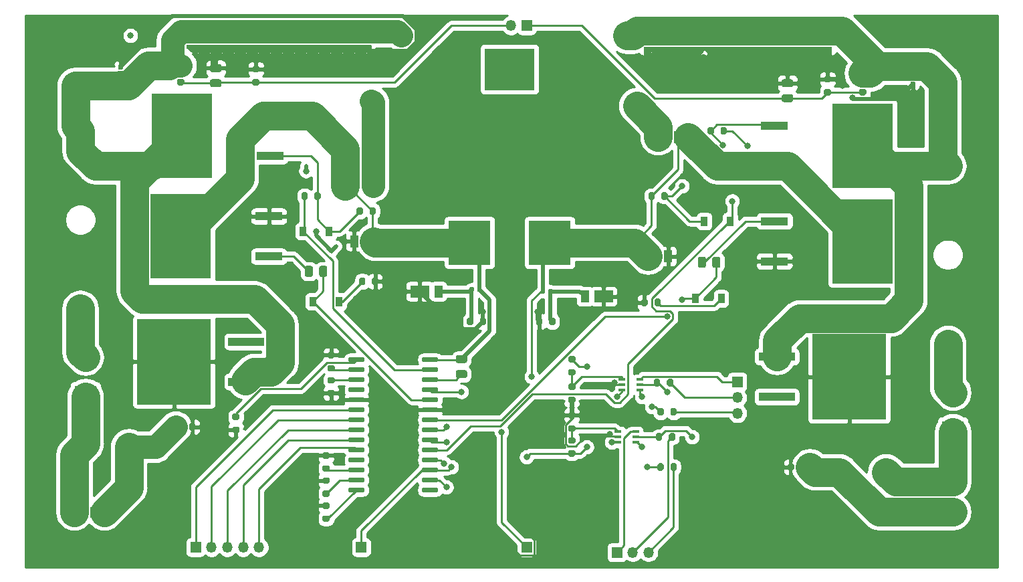
<source format=gtl>
G04 #@! TF.GenerationSoftware,KiCad,Pcbnew,(5.1.10)-1*
G04 #@! TF.CreationDate,2022-01-17T16:27:26-05:00*
G04 #@! TF.ProjectId,breakoutboard-2,62726561-6b6f-4757-9462-6f6172642d32,rev?*
G04 #@! TF.SameCoordinates,Original*
G04 #@! TF.FileFunction,Copper,L1,Top*
G04 #@! TF.FilePolarity,Positive*
%FSLAX46Y46*%
G04 Gerber Fmt 4.6, Leading zero omitted, Abs format (unit mm)*
G04 Created by KiCad (PCBNEW (5.1.10)-1) date 2022-01-17 16:27:26*
%MOMM*%
%LPD*%
G01*
G04 APERTURE LIST*
G04 #@! TA.AperFunction,SMDPad,CuDef*
%ADD10R,9.400000X10.800000*%
G04 #@! TD*
G04 #@! TA.AperFunction,SMDPad,CuDef*
%ADD11R,4.600000X1.100000*%
G04 #@! TD*
G04 #@! TA.AperFunction,ComponentPad*
%ADD12R,1.350000X1.350000*%
G04 #@! TD*
G04 #@! TA.AperFunction,SMDPad,CuDef*
%ADD13R,7.696200X10.718800*%
G04 #@! TD*
G04 #@! TA.AperFunction,SMDPad,CuDef*
%ADD14R,3.505200X1.041400*%
G04 #@! TD*
G04 #@! TA.AperFunction,SMDPad,CuDef*
%ADD15R,2.400000X1.500000*%
G04 #@! TD*
G04 #@! TA.AperFunction,SMDPad,CuDef*
%ADD16R,1.050000X1.500000*%
G04 #@! TD*
G04 #@! TA.AperFunction,SMDPad,CuDef*
%ADD17R,0.900000X1.200000*%
G04 #@! TD*
G04 #@! TA.AperFunction,ComponentPad*
%ADD18C,3.000000*%
G04 #@! TD*
G04 #@! TA.AperFunction,ComponentPad*
%ADD19O,1.350000X1.350000*%
G04 #@! TD*
G04 #@! TA.AperFunction,ComponentPad*
%ADD20C,2.800000*%
G04 #@! TD*
G04 #@! TA.AperFunction,ComponentPad*
%ADD21R,2.800000X2.800000*%
G04 #@! TD*
G04 #@! TA.AperFunction,SMDPad,CuDef*
%ADD22R,5.330000X5.590000*%
G04 #@! TD*
G04 #@! TA.AperFunction,SMDPad,CuDef*
%ADD23R,6.350000X5.280000*%
G04 #@! TD*
G04 #@! TA.AperFunction,SMDPad,CuDef*
%ADD24R,0.850001X0.399999*%
G04 #@! TD*
G04 #@! TA.AperFunction,ViaPad*
%ADD25C,0.800000*%
G04 #@! TD*
G04 #@! TA.AperFunction,Conductor*
%ADD26C,0.500000*%
G04 #@! TD*
G04 #@! TA.AperFunction,Conductor*
%ADD27C,0.250000*%
G04 #@! TD*
G04 #@! TA.AperFunction,Conductor*
%ADD28C,3.600000*%
G04 #@! TD*
G04 #@! TA.AperFunction,Conductor*
%ADD29C,3.000000*%
G04 #@! TD*
G04 #@! TA.AperFunction,Conductor*
%ADD30C,0.254000*%
G04 #@! TD*
G04 #@! TA.AperFunction,Conductor*
%ADD31C,0.100000*%
G04 #@! TD*
G04 APERTURE END LIST*
D10*
X201495000Y-96520000D03*
D11*
X192345000Y-99060000D03*
X192345000Y-93980000D03*
D10*
X116005000Y-94615000D03*
D11*
X125155000Y-92075000D03*
X125155000Y-97155000D03*
D12*
X139700000Y-118110000D03*
D13*
X203200000Y-79375000D03*
D14*
X192036700Y-81915000D03*
X192036700Y-76835000D03*
D13*
X203187300Y-67310000D03*
D14*
X192024000Y-69850000D03*
X192024000Y-64770000D03*
D13*
X116852700Y-78740000D03*
D14*
X128016000Y-76200000D03*
X128016000Y-81280000D03*
D13*
X116979700Y-66040000D03*
D14*
X128143000Y-63500000D03*
X128143000Y-68580000D03*
G04 #@! TA.AperFunction,SMDPad,CuDef*
G36*
G01*
X151925000Y-93800000D02*
X152875000Y-93800000D01*
G75*
G02*
X153125000Y-94050000I0J-250000D01*
G01*
X153125000Y-94550000D01*
G75*
G02*
X152875000Y-94800000I-250000J0D01*
G01*
X151925000Y-94800000D01*
G75*
G02*
X151675000Y-94550000I0J250000D01*
G01*
X151675000Y-94050000D01*
G75*
G02*
X151925000Y-93800000I250000J0D01*
G01*
G37*
G04 #@! TD.AperFunction*
G04 #@! TA.AperFunction,SMDPad,CuDef*
G36*
G01*
X151925000Y-95700000D02*
X152875000Y-95700000D01*
G75*
G02*
X153125000Y-95950000I0J-250000D01*
G01*
X153125000Y-96450000D01*
G75*
G02*
X152875000Y-96700000I-250000J0D01*
G01*
X151925000Y-96700000D01*
G75*
G02*
X151675000Y-96450000I0J250000D01*
G01*
X151675000Y-95950000D01*
G75*
G02*
X151925000Y-95700000I250000J0D01*
G01*
G37*
G04 #@! TD.AperFunction*
G04 #@! TA.AperFunction,SMDPad,CuDef*
G36*
G01*
X108995600Y-57945000D02*
X109444400Y-57945000D01*
G75*
G02*
X109520000Y-58020600I0J-75600D01*
G01*
X109520000Y-58409400D01*
G75*
G02*
X109444400Y-58485000I-75600J0D01*
G01*
X108995600Y-58485000D01*
G75*
G02*
X108920000Y-58409400I0J75600D01*
G01*
X108920000Y-58020600D01*
G75*
G02*
X108995600Y-57945000I75600J0D01*
G01*
G37*
G04 #@! TD.AperFunction*
G04 #@! TA.AperFunction,SMDPad,CuDef*
G36*
G01*
X108995600Y-57085000D02*
X109444400Y-57085000D01*
G75*
G02*
X109520000Y-57160600I0J-75600D01*
G01*
X109520000Y-57549400D01*
G75*
G02*
X109444400Y-57625000I-75600J0D01*
G01*
X108995600Y-57625000D01*
G75*
G02*
X108920000Y-57549400I0J75600D01*
G01*
X108920000Y-57160600D01*
G75*
G02*
X108995600Y-57085000I75600J0D01*
G01*
G37*
G04 #@! TD.AperFunction*
G04 #@! TA.AperFunction,SMDPad,CuDef*
G36*
G01*
X120810000Y-56970000D02*
X121760000Y-56970000D01*
G75*
G02*
X122010000Y-57220000I0J-250000D01*
G01*
X122010000Y-57720000D01*
G75*
G02*
X121760000Y-57970000I-250000J0D01*
G01*
X120810000Y-57970000D01*
G75*
G02*
X120560000Y-57720000I0J250000D01*
G01*
X120560000Y-57220000D01*
G75*
G02*
X120810000Y-56970000I250000J0D01*
G01*
G37*
G04 #@! TD.AperFunction*
G04 #@! TA.AperFunction,SMDPad,CuDef*
G36*
G01*
X120810000Y-58870000D02*
X121760000Y-58870000D01*
G75*
G02*
X122010000Y-59120000I0J-250000D01*
G01*
X122010000Y-59620000D01*
G75*
G02*
X121760000Y-59870000I-250000J0D01*
G01*
X120810000Y-59870000D01*
G75*
G02*
X120560000Y-59620000I0J250000D01*
G01*
X120560000Y-59120000D01*
G75*
G02*
X120810000Y-58870000I250000J0D01*
G01*
G37*
G04 #@! TD.AperFunction*
G04 #@! TA.AperFunction,SMDPad,CuDef*
G36*
G01*
X193200000Y-60775000D02*
X194150000Y-60775000D01*
G75*
G02*
X194400000Y-61025000I0J-250000D01*
G01*
X194400000Y-61525000D01*
G75*
G02*
X194150000Y-61775000I-250000J0D01*
G01*
X193200000Y-61775000D01*
G75*
G02*
X192950000Y-61525000I0J250000D01*
G01*
X192950000Y-61025000D01*
G75*
G02*
X193200000Y-60775000I250000J0D01*
G01*
G37*
G04 #@! TD.AperFunction*
G04 #@! TA.AperFunction,SMDPad,CuDef*
G36*
G01*
X193200000Y-58875000D02*
X194150000Y-58875000D01*
G75*
G02*
X194400000Y-59125000I0J-250000D01*
G01*
X194400000Y-59625000D01*
G75*
G02*
X194150000Y-59875000I-250000J0D01*
G01*
X193200000Y-59875000D01*
G75*
G02*
X192950000Y-59625000I0J250000D01*
G01*
X192950000Y-59125000D01*
G75*
G02*
X193200000Y-58875000I250000J0D01*
G01*
G37*
G04 #@! TD.AperFunction*
G04 #@! TA.AperFunction,SMDPad,CuDef*
G36*
G01*
X209774400Y-58895000D02*
X209325600Y-58895000D01*
G75*
G02*
X209250000Y-58819400I0J75600D01*
G01*
X209250000Y-58430600D01*
G75*
G02*
X209325600Y-58355000I75600J0D01*
G01*
X209774400Y-58355000D01*
G75*
G02*
X209850000Y-58430600I0J-75600D01*
G01*
X209850000Y-58819400D01*
G75*
G02*
X209774400Y-58895000I-75600J0D01*
G01*
G37*
G04 #@! TD.AperFunction*
G04 #@! TA.AperFunction,SMDPad,CuDef*
G36*
G01*
X209774400Y-59755000D02*
X209325600Y-59755000D01*
G75*
G02*
X209250000Y-59679400I0J75600D01*
G01*
X209250000Y-59290600D01*
G75*
G02*
X209325600Y-59215000I75600J0D01*
G01*
X209774400Y-59215000D01*
G75*
G02*
X209850000Y-59290600I0J-75600D01*
G01*
X209850000Y-59679400D01*
G75*
G02*
X209774400Y-59755000I-75600J0D01*
G01*
G37*
G04 #@! TD.AperFunction*
G04 #@! TA.AperFunction,SMDPad,CuDef*
G36*
G01*
X118080400Y-54196000D02*
X117631600Y-54196000D01*
G75*
G02*
X117556000Y-54120400I0J75600D01*
G01*
X117556000Y-53731600D01*
G75*
G02*
X117631600Y-53656000I75600J0D01*
G01*
X118080400Y-53656000D01*
G75*
G02*
X118156000Y-53731600I0J-75600D01*
G01*
X118156000Y-54120400D01*
G75*
G02*
X118080400Y-54196000I-75600J0D01*
G01*
G37*
G04 #@! TD.AperFunction*
G04 #@! TA.AperFunction,SMDPad,CuDef*
G36*
G01*
X118080400Y-55056000D02*
X117631600Y-55056000D01*
G75*
G02*
X117556000Y-54980400I0J75600D01*
G01*
X117556000Y-54591600D01*
G75*
G02*
X117631600Y-54516000I75600J0D01*
G01*
X118080400Y-54516000D01*
G75*
G02*
X118156000Y-54591600I0J-75600D01*
G01*
X118156000Y-54980400D01*
G75*
G02*
X118080400Y-55056000I-75600J0D01*
G01*
G37*
G04 #@! TD.AperFunction*
G04 #@! TA.AperFunction,SMDPad,CuDef*
G36*
G01*
X175992400Y-55310000D02*
X175543600Y-55310000D01*
G75*
G02*
X175468000Y-55234400I0J75600D01*
G01*
X175468000Y-54845600D01*
G75*
G02*
X175543600Y-54770000I75600J0D01*
G01*
X175992400Y-54770000D01*
G75*
G02*
X176068000Y-54845600I0J-75600D01*
G01*
X176068000Y-55234400D01*
G75*
G02*
X175992400Y-55310000I-75600J0D01*
G01*
G37*
G04 #@! TD.AperFunction*
G04 #@! TA.AperFunction,SMDPad,CuDef*
G36*
G01*
X175992400Y-54450000D02*
X175543600Y-54450000D01*
G75*
G02*
X175468000Y-54374400I0J75600D01*
G01*
X175468000Y-53985600D01*
G75*
G02*
X175543600Y-53910000I75600J0D01*
G01*
X175992400Y-53910000D01*
G75*
G02*
X176068000Y-53985600I0J-75600D01*
G01*
X176068000Y-54374400D01*
G75*
G02*
X175992400Y-54450000I-75600J0D01*
G01*
G37*
G04 #@! TD.AperFunction*
G04 #@! TA.AperFunction,SMDPad,CuDef*
G36*
G01*
X119604400Y-55056000D02*
X119155600Y-55056000D01*
G75*
G02*
X119080000Y-54980400I0J75600D01*
G01*
X119080000Y-54591600D01*
G75*
G02*
X119155600Y-54516000I75600J0D01*
G01*
X119604400Y-54516000D01*
G75*
G02*
X119680000Y-54591600I0J-75600D01*
G01*
X119680000Y-54980400D01*
G75*
G02*
X119604400Y-55056000I-75600J0D01*
G01*
G37*
G04 #@! TD.AperFunction*
G04 #@! TA.AperFunction,SMDPad,CuDef*
G36*
G01*
X119604400Y-54196000D02*
X119155600Y-54196000D01*
G75*
G02*
X119080000Y-54120400I0J75600D01*
G01*
X119080000Y-53731600D01*
G75*
G02*
X119155600Y-53656000I75600J0D01*
G01*
X119604400Y-53656000D01*
G75*
G02*
X119680000Y-53731600I0J-75600D01*
G01*
X119680000Y-54120400D01*
G75*
G02*
X119604400Y-54196000I-75600J0D01*
G01*
G37*
G04 #@! TD.AperFunction*
G04 #@! TA.AperFunction,SMDPad,CuDef*
G36*
G01*
X177770400Y-54450000D02*
X177321600Y-54450000D01*
G75*
G02*
X177246000Y-54374400I0J75600D01*
G01*
X177246000Y-53985600D01*
G75*
G02*
X177321600Y-53910000I75600J0D01*
G01*
X177770400Y-53910000D01*
G75*
G02*
X177846000Y-53985600I0J-75600D01*
G01*
X177846000Y-54374400D01*
G75*
G02*
X177770400Y-54450000I-75600J0D01*
G01*
G37*
G04 #@! TD.AperFunction*
G04 #@! TA.AperFunction,SMDPad,CuDef*
G36*
G01*
X177770400Y-55310000D02*
X177321600Y-55310000D01*
G75*
G02*
X177246000Y-55234400I0J75600D01*
G01*
X177246000Y-54845600D01*
G75*
G02*
X177321600Y-54770000I75600J0D01*
G01*
X177770400Y-54770000D01*
G75*
G02*
X177846000Y-54845600I0J-75600D01*
G01*
X177846000Y-55234400D01*
G75*
G02*
X177770400Y-55310000I-75600J0D01*
G01*
G37*
G04 #@! TD.AperFunction*
G04 #@! TA.AperFunction,SMDPad,CuDef*
G36*
G01*
X121128400Y-54196000D02*
X120679600Y-54196000D01*
G75*
G02*
X120604000Y-54120400I0J75600D01*
G01*
X120604000Y-53731600D01*
G75*
G02*
X120679600Y-53656000I75600J0D01*
G01*
X121128400Y-53656000D01*
G75*
G02*
X121204000Y-53731600I0J-75600D01*
G01*
X121204000Y-54120400D01*
G75*
G02*
X121128400Y-54196000I-75600J0D01*
G01*
G37*
G04 #@! TD.AperFunction*
G04 #@! TA.AperFunction,SMDPad,CuDef*
G36*
G01*
X121128400Y-55056000D02*
X120679600Y-55056000D01*
G75*
G02*
X120604000Y-54980400I0J75600D01*
G01*
X120604000Y-54591600D01*
G75*
G02*
X120679600Y-54516000I75600J0D01*
G01*
X121128400Y-54516000D01*
G75*
G02*
X121204000Y-54591600I0J-75600D01*
G01*
X121204000Y-54980400D01*
G75*
G02*
X121128400Y-55056000I-75600J0D01*
G01*
G37*
G04 #@! TD.AperFunction*
G04 #@! TA.AperFunction,SMDPad,CuDef*
G36*
G01*
X154378000Y-85641000D02*
X154378000Y-85301000D01*
G75*
G02*
X154518000Y-85161000I140000J0D01*
G01*
X154798000Y-85161000D01*
G75*
G02*
X154938000Y-85301000I0J-140000D01*
G01*
X154938000Y-85641000D01*
G75*
G02*
X154798000Y-85781000I-140000J0D01*
G01*
X154518000Y-85781000D01*
G75*
G02*
X154378000Y-85641000I0J140000D01*
G01*
G37*
G04 #@! TD.AperFunction*
G04 #@! TA.AperFunction,SMDPad,CuDef*
G36*
G01*
X153418000Y-85641000D02*
X153418000Y-85301000D01*
G75*
G02*
X153558000Y-85161000I140000J0D01*
G01*
X153838000Y-85161000D01*
G75*
G02*
X153978000Y-85301000I0J-140000D01*
G01*
X153978000Y-85641000D01*
G75*
G02*
X153838000Y-85781000I-140000J0D01*
G01*
X153558000Y-85781000D01*
G75*
G02*
X153418000Y-85641000I0J140000D01*
G01*
G37*
G04 #@! TD.AperFunction*
G04 #@! TA.AperFunction,SMDPad,CuDef*
G36*
G01*
X163955000Y-85555000D02*
X163955000Y-85895000D01*
G75*
G02*
X163815000Y-86035000I-140000J0D01*
G01*
X163535000Y-86035000D01*
G75*
G02*
X163395000Y-85895000I0J140000D01*
G01*
X163395000Y-85555000D01*
G75*
G02*
X163535000Y-85415000I140000J0D01*
G01*
X163815000Y-85415000D01*
G75*
G02*
X163955000Y-85555000I0J-140000D01*
G01*
G37*
G04 #@! TD.AperFunction*
G04 #@! TA.AperFunction,SMDPad,CuDef*
G36*
G01*
X162995000Y-85555000D02*
X162995000Y-85895000D01*
G75*
G02*
X162855000Y-86035000I-140000J0D01*
G01*
X162575000Y-86035000D01*
G75*
G02*
X162435000Y-85895000I0J140000D01*
G01*
X162435000Y-85555000D01*
G75*
G02*
X162575000Y-85415000I140000J0D01*
G01*
X162855000Y-85415000D01*
G75*
G02*
X162995000Y-85555000I0J-140000D01*
G01*
G37*
G04 #@! TD.AperFunction*
G04 #@! TA.AperFunction,SMDPad,CuDef*
G36*
G01*
X179421400Y-55310000D02*
X178972600Y-55310000D01*
G75*
G02*
X178897000Y-55234400I0J75600D01*
G01*
X178897000Y-54845600D01*
G75*
G02*
X178972600Y-54770000I75600J0D01*
G01*
X179421400Y-54770000D01*
G75*
G02*
X179497000Y-54845600I0J-75600D01*
G01*
X179497000Y-55234400D01*
G75*
G02*
X179421400Y-55310000I-75600J0D01*
G01*
G37*
G04 #@! TD.AperFunction*
G04 #@! TA.AperFunction,SMDPad,CuDef*
G36*
G01*
X179421400Y-54450000D02*
X178972600Y-54450000D01*
G75*
G02*
X178897000Y-54374400I0J75600D01*
G01*
X178897000Y-53985600D01*
G75*
G02*
X178972600Y-53910000I75600J0D01*
G01*
X179421400Y-53910000D01*
G75*
G02*
X179497000Y-53985600I0J-75600D01*
G01*
X179497000Y-54374400D01*
G75*
G02*
X179421400Y-54450000I-75600J0D01*
G01*
G37*
G04 #@! TD.AperFunction*
G04 #@! TA.AperFunction,SMDPad,CuDef*
G36*
G01*
X122652400Y-55056000D02*
X122203600Y-55056000D01*
G75*
G02*
X122128000Y-54980400I0J75600D01*
G01*
X122128000Y-54591600D01*
G75*
G02*
X122203600Y-54516000I75600J0D01*
G01*
X122652400Y-54516000D01*
G75*
G02*
X122728000Y-54591600I0J-75600D01*
G01*
X122728000Y-54980400D01*
G75*
G02*
X122652400Y-55056000I-75600J0D01*
G01*
G37*
G04 #@! TD.AperFunction*
G04 #@! TA.AperFunction,SMDPad,CuDef*
G36*
G01*
X122652400Y-54196000D02*
X122203600Y-54196000D01*
G75*
G02*
X122128000Y-54120400I0J75600D01*
G01*
X122128000Y-53731600D01*
G75*
G02*
X122203600Y-53656000I75600J0D01*
G01*
X122652400Y-53656000D01*
G75*
G02*
X122728000Y-53731600I0J-75600D01*
G01*
X122728000Y-54120400D01*
G75*
G02*
X122652400Y-54196000I-75600J0D01*
G01*
G37*
G04 #@! TD.AperFunction*
G04 #@! TA.AperFunction,SMDPad,CuDef*
G36*
G01*
X180945400Y-54450000D02*
X180496600Y-54450000D01*
G75*
G02*
X180421000Y-54374400I0J75600D01*
G01*
X180421000Y-53985600D01*
G75*
G02*
X180496600Y-53910000I75600J0D01*
G01*
X180945400Y-53910000D01*
G75*
G02*
X181021000Y-53985600I0J-75600D01*
G01*
X181021000Y-54374400D01*
G75*
G02*
X180945400Y-54450000I-75600J0D01*
G01*
G37*
G04 #@! TD.AperFunction*
G04 #@! TA.AperFunction,SMDPad,CuDef*
G36*
G01*
X180945400Y-55310000D02*
X180496600Y-55310000D01*
G75*
G02*
X180421000Y-55234400I0J75600D01*
G01*
X180421000Y-54845600D01*
G75*
G02*
X180496600Y-54770000I75600J0D01*
G01*
X180945400Y-54770000D01*
G75*
G02*
X181021000Y-54845600I0J-75600D01*
G01*
X181021000Y-55234400D01*
G75*
G02*
X180945400Y-55310000I-75600J0D01*
G01*
G37*
G04 #@! TD.AperFunction*
G04 #@! TA.AperFunction,SMDPad,CuDef*
G36*
G01*
X182469400Y-55310000D02*
X182020600Y-55310000D01*
G75*
G02*
X181945000Y-55234400I0J75600D01*
G01*
X181945000Y-54845600D01*
G75*
G02*
X182020600Y-54770000I75600J0D01*
G01*
X182469400Y-54770000D01*
G75*
G02*
X182545000Y-54845600I0J-75600D01*
G01*
X182545000Y-55234400D01*
G75*
G02*
X182469400Y-55310000I-75600J0D01*
G01*
G37*
G04 #@! TD.AperFunction*
G04 #@! TA.AperFunction,SMDPad,CuDef*
G36*
G01*
X182469400Y-54450000D02*
X182020600Y-54450000D01*
G75*
G02*
X181945000Y-54374400I0J75600D01*
G01*
X181945000Y-53985600D01*
G75*
G02*
X182020600Y-53910000I75600J0D01*
G01*
X182469400Y-53910000D01*
G75*
G02*
X182545000Y-53985600I0J-75600D01*
G01*
X182545000Y-54374400D01*
G75*
G02*
X182469400Y-54450000I-75600J0D01*
G01*
G37*
G04 #@! TD.AperFunction*
G04 #@! TA.AperFunction,SMDPad,CuDef*
G36*
G01*
X124176400Y-55056000D02*
X123727600Y-55056000D01*
G75*
G02*
X123652000Y-54980400I0J75600D01*
G01*
X123652000Y-54591600D01*
G75*
G02*
X123727600Y-54516000I75600J0D01*
G01*
X124176400Y-54516000D01*
G75*
G02*
X124252000Y-54591600I0J-75600D01*
G01*
X124252000Y-54980400D01*
G75*
G02*
X124176400Y-55056000I-75600J0D01*
G01*
G37*
G04 #@! TD.AperFunction*
G04 #@! TA.AperFunction,SMDPad,CuDef*
G36*
G01*
X124176400Y-54196000D02*
X123727600Y-54196000D01*
G75*
G02*
X123652000Y-54120400I0J75600D01*
G01*
X123652000Y-53731600D01*
G75*
G02*
X123727600Y-53656000I75600J0D01*
G01*
X124176400Y-53656000D01*
G75*
G02*
X124252000Y-53731600I0J-75600D01*
G01*
X124252000Y-54120400D01*
G75*
G02*
X124176400Y-54196000I-75600J0D01*
G01*
G37*
G04 #@! TD.AperFunction*
G04 #@! TA.AperFunction,SMDPad,CuDef*
G36*
G01*
X125700400Y-55056000D02*
X125251600Y-55056000D01*
G75*
G02*
X125176000Y-54980400I0J75600D01*
G01*
X125176000Y-54591600D01*
G75*
G02*
X125251600Y-54516000I75600J0D01*
G01*
X125700400Y-54516000D01*
G75*
G02*
X125776000Y-54591600I0J-75600D01*
G01*
X125776000Y-54980400D01*
G75*
G02*
X125700400Y-55056000I-75600J0D01*
G01*
G37*
G04 #@! TD.AperFunction*
G04 #@! TA.AperFunction,SMDPad,CuDef*
G36*
G01*
X125700400Y-54196000D02*
X125251600Y-54196000D01*
G75*
G02*
X125176000Y-54120400I0J75600D01*
G01*
X125176000Y-53731600D01*
G75*
G02*
X125251600Y-53656000I75600J0D01*
G01*
X125700400Y-53656000D01*
G75*
G02*
X125776000Y-53731600I0J-75600D01*
G01*
X125776000Y-54120400D01*
G75*
G02*
X125700400Y-54196000I-75600J0D01*
G01*
G37*
G04 #@! TD.AperFunction*
G04 #@! TA.AperFunction,SMDPad,CuDef*
G36*
G01*
X183993400Y-54450000D02*
X183544600Y-54450000D01*
G75*
G02*
X183469000Y-54374400I0J75600D01*
G01*
X183469000Y-53985600D01*
G75*
G02*
X183544600Y-53910000I75600J0D01*
G01*
X183993400Y-53910000D01*
G75*
G02*
X184069000Y-53985600I0J-75600D01*
G01*
X184069000Y-54374400D01*
G75*
G02*
X183993400Y-54450000I-75600J0D01*
G01*
G37*
G04 #@! TD.AperFunction*
G04 #@! TA.AperFunction,SMDPad,CuDef*
G36*
G01*
X183993400Y-55310000D02*
X183544600Y-55310000D01*
G75*
G02*
X183469000Y-55234400I0J75600D01*
G01*
X183469000Y-54845600D01*
G75*
G02*
X183544600Y-54770000I75600J0D01*
G01*
X183993400Y-54770000D01*
G75*
G02*
X184069000Y-54845600I0J-75600D01*
G01*
X184069000Y-55234400D01*
G75*
G02*
X183993400Y-55310000I-75600J0D01*
G01*
G37*
G04 #@! TD.AperFunction*
G04 #@! TA.AperFunction,SMDPad,CuDef*
G36*
G01*
X127224400Y-54196000D02*
X126775600Y-54196000D01*
G75*
G02*
X126700000Y-54120400I0J75600D01*
G01*
X126700000Y-53731600D01*
G75*
G02*
X126775600Y-53656000I75600J0D01*
G01*
X127224400Y-53656000D01*
G75*
G02*
X127300000Y-53731600I0J-75600D01*
G01*
X127300000Y-54120400D01*
G75*
G02*
X127224400Y-54196000I-75600J0D01*
G01*
G37*
G04 #@! TD.AperFunction*
G04 #@! TA.AperFunction,SMDPad,CuDef*
G36*
G01*
X127224400Y-55056000D02*
X126775600Y-55056000D01*
G75*
G02*
X126700000Y-54980400I0J75600D01*
G01*
X126700000Y-54591600D01*
G75*
G02*
X126775600Y-54516000I75600J0D01*
G01*
X127224400Y-54516000D01*
G75*
G02*
X127300000Y-54591600I0J-75600D01*
G01*
X127300000Y-54980400D01*
G75*
G02*
X127224400Y-55056000I-75600J0D01*
G01*
G37*
G04 #@! TD.AperFunction*
G04 #@! TA.AperFunction,SMDPad,CuDef*
G36*
G01*
X185517400Y-55310000D02*
X185068600Y-55310000D01*
G75*
G02*
X184993000Y-55234400I0J75600D01*
G01*
X184993000Y-54845600D01*
G75*
G02*
X185068600Y-54770000I75600J0D01*
G01*
X185517400Y-54770000D01*
G75*
G02*
X185593000Y-54845600I0J-75600D01*
G01*
X185593000Y-55234400D01*
G75*
G02*
X185517400Y-55310000I-75600J0D01*
G01*
G37*
G04 #@! TD.AperFunction*
G04 #@! TA.AperFunction,SMDPad,CuDef*
G36*
G01*
X185517400Y-54450000D02*
X185068600Y-54450000D01*
G75*
G02*
X184993000Y-54374400I0J75600D01*
G01*
X184993000Y-53985600D01*
G75*
G02*
X185068600Y-53910000I75600J0D01*
G01*
X185517400Y-53910000D01*
G75*
G02*
X185593000Y-53985600I0J-75600D01*
G01*
X185593000Y-54374400D01*
G75*
G02*
X185517400Y-54450000I-75600J0D01*
G01*
G37*
G04 #@! TD.AperFunction*
G04 #@! TA.AperFunction,SMDPad,CuDef*
G36*
G01*
X128748400Y-55056000D02*
X128299600Y-55056000D01*
G75*
G02*
X128224000Y-54980400I0J75600D01*
G01*
X128224000Y-54591600D01*
G75*
G02*
X128299600Y-54516000I75600J0D01*
G01*
X128748400Y-54516000D01*
G75*
G02*
X128824000Y-54591600I0J-75600D01*
G01*
X128824000Y-54980400D01*
G75*
G02*
X128748400Y-55056000I-75600J0D01*
G01*
G37*
G04 #@! TD.AperFunction*
G04 #@! TA.AperFunction,SMDPad,CuDef*
G36*
G01*
X128748400Y-54196000D02*
X128299600Y-54196000D01*
G75*
G02*
X128224000Y-54120400I0J75600D01*
G01*
X128224000Y-53731600D01*
G75*
G02*
X128299600Y-53656000I75600J0D01*
G01*
X128748400Y-53656000D01*
G75*
G02*
X128824000Y-53731600I0J-75600D01*
G01*
X128824000Y-54120400D01*
G75*
G02*
X128748400Y-54196000I-75600J0D01*
G01*
G37*
G04 #@! TD.AperFunction*
G04 #@! TA.AperFunction,SMDPad,CuDef*
G36*
G01*
X187041400Y-54450000D02*
X186592600Y-54450000D01*
G75*
G02*
X186517000Y-54374400I0J75600D01*
G01*
X186517000Y-53985600D01*
G75*
G02*
X186592600Y-53910000I75600J0D01*
G01*
X187041400Y-53910000D01*
G75*
G02*
X187117000Y-53985600I0J-75600D01*
G01*
X187117000Y-54374400D01*
G75*
G02*
X187041400Y-54450000I-75600J0D01*
G01*
G37*
G04 #@! TD.AperFunction*
G04 #@! TA.AperFunction,SMDPad,CuDef*
G36*
G01*
X187041400Y-55310000D02*
X186592600Y-55310000D01*
G75*
G02*
X186517000Y-55234400I0J75600D01*
G01*
X186517000Y-54845600D01*
G75*
G02*
X186592600Y-54770000I75600J0D01*
G01*
X187041400Y-54770000D01*
G75*
G02*
X187117000Y-54845600I0J-75600D01*
G01*
X187117000Y-55234400D01*
G75*
G02*
X187041400Y-55310000I-75600J0D01*
G01*
G37*
G04 #@! TD.AperFunction*
G04 #@! TA.AperFunction,SMDPad,CuDef*
G36*
G01*
X130272400Y-54196000D02*
X129823600Y-54196000D01*
G75*
G02*
X129748000Y-54120400I0J75600D01*
G01*
X129748000Y-53731600D01*
G75*
G02*
X129823600Y-53656000I75600J0D01*
G01*
X130272400Y-53656000D01*
G75*
G02*
X130348000Y-53731600I0J-75600D01*
G01*
X130348000Y-54120400D01*
G75*
G02*
X130272400Y-54196000I-75600J0D01*
G01*
G37*
G04 #@! TD.AperFunction*
G04 #@! TA.AperFunction,SMDPad,CuDef*
G36*
G01*
X130272400Y-55056000D02*
X129823600Y-55056000D01*
G75*
G02*
X129748000Y-54980400I0J75600D01*
G01*
X129748000Y-54591600D01*
G75*
G02*
X129823600Y-54516000I75600J0D01*
G01*
X130272400Y-54516000D01*
G75*
G02*
X130348000Y-54591600I0J-75600D01*
G01*
X130348000Y-54980400D01*
G75*
G02*
X130272400Y-55056000I-75600J0D01*
G01*
G37*
G04 #@! TD.AperFunction*
G04 #@! TA.AperFunction,SMDPad,CuDef*
G36*
G01*
X188565400Y-55310000D02*
X188116600Y-55310000D01*
G75*
G02*
X188041000Y-55234400I0J75600D01*
G01*
X188041000Y-54845600D01*
G75*
G02*
X188116600Y-54770000I75600J0D01*
G01*
X188565400Y-54770000D01*
G75*
G02*
X188641000Y-54845600I0J-75600D01*
G01*
X188641000Y-55234400D01*
G75*
G02*
X188565400Y-55310000I-75600J0D01*
G01*
G37*
G04 #@! TD.AperFunction*
G04 #@! TA.AperFunction,SMDPad,CuDef*
G36*
G01*
X188565400Y-54450000D02*
X188116600Y-54450000D01*
G75*
G02*
X188041000Y-54374400I0J75600D01*
G01*
X188041000Y-53985600D01*
G75*
G02*
X188116600Y-53910000I75600J0D01*
G01*
X188565400Y-53910000D01*
G75*
G02*
X188641000Y-53985600I0J-75600D01*
G01*
X188641000Y-54374400D01*
G75*
G02*
X188565400Y-54450000I-75600J0D01*
G01*
G37*
G04 #@! TD.AperFunction*
G04 #@! TA.AperFunction,SMDPad,CuDef*
G36*
G01*
X131796400Y-54196000D02*
X131347600Y-54196000D01*
G75*
G02*
X131272000Y-54120400I0J75600D01*
G01*
X131272000Y-53731600D01*
G75*
G02*
X131347600Y-53656000I75600J0D01*
G01*
X131796400Y-53656000D01*
G75*
G02*
X131872000Y-53731600I0J-75600D01*
G01*
X131872000Y-54120400D01*
G75*
G02*
X131796400Y-54196000I-75600J0D01*
G01*
G37*
G04 #@! TD.AperFunction*
G04 #@! TA.AperFunction,SMDPad,CuDef*
G36*
G01*
X131796400Y-55056000D02*
X131347600Y-55056000D01*
G75*
G02*
X131272000Y-54980400I0J75600D01*
G01*
X131272000Y-54591600D01*
G75*
G02*
X131347600Y-54516000I75600J0D01*
G01*
X131796400Y-54516000D01*
G75*
G02*
X131872000Y-54591600I0J-75600D01*
G01*
X131872000Y-54980400D01*
G75*
G02*
X131796400Y-55056000I-75600J0D01*
G01*
G37*
G04 #@! TD.AperFunction*
G04 #@! TA.AperFunction,SMDPad,CuDef*
G36*
G01*
X190089400Y-54450000D02*
X189640600Y-54450000D01*
G75*
G02*
X189565000Y-54374400I0J75600D01*
G01*
X189565000Y-53985600D01*
G75*
G02*
X189640600Y-53910000I75600J0D01*
G01*
X190089400Y-53910000D01*
G75*
G02*
X190165000Y-53985600I0J-75600D01*
G01*
X190165000Y-54374400D01*
G75*
G02*
X190089400Y-54450000I-75600J0D01*
G01*
G37*
G04 #@! TD.AperFunction*
G04 #@! TA.AperFunction,SMDPad,CuDef*
G36*
G01*
X190089400Y-55310000D02*
X189640600Y-55310000D01*
G75*
G02*
X189565000Y-55234400I0J75600D01*
G01*
X189565000Y-54845600D01*
G75*
G02*
X189640600Y-54770000I75600J0D01*
G01*
X190089400Y-54770000D01*
G75*
G02*
X190165000Y-54845600I0J-75600D01*
G01*
X190165000Y-55234400D01*
G75*
G02*
X190089400Y-55310000I-75600J0D01*
G01*
G37*
G04 #@! TD.AperFunction*
G04 #@! TA.AperFunction,SMDPad,CuDef*
G36*
G01*
X133320400Y-54196000D02*
X132871600Y-54196000D01*
G75*
G02*
X132796000Y-54120400I0J75600D01*
G01*
X132796000Y-53731600D01*
G75*
G02*
X132871600Y-53656000I75600J0D01*
G01*
X133320400Y-53656000D01*
G75*
G02*
X133396000Y-53731600I0J-75600D01*
G01*
X133396000Y-54120400D01*
G75*
G02*
X133320400Y-54196000I-75600J0D01*
G01*
G37*
G04 #@! TD.AperFunction*
G04 #@! TA.AperFunction,SMDPad,CuDef*
G36*
G01*
X133320400Y-55056000D02*
X132871600Y-55056000D01*
G75*
G02*
X132796000Y-54980400I0J75600D01*
G01*
X132796000Y-54591600D01*
G75*
G02*
X132871600Y-54516000I75600J0D01*
G01*
X133320400Y-54516000D01*
G75*
G02*
X133396000Y-54591600I0J-75600D01*
G01*
X133396000Y-54980400D01*
G75*
G02*
X133320400Y-55056000I-75600J0D01*
G01*
G37*
G04 #@! TD.AperFunction*
G04 #@! TA.AperFunction,SMDPad,CuDef*
G36*
G01*
X191613400Y-55310000D02*
X191164600Y-55310000D01*
G75*
G02*
X191089000Y-55234400I0J75600D01*
G01*
X191089000Y-54845600D01*
G75*
G02*
X191164600Y-54770000I75600J0D01*
G01*
X191613400Y-54770000D01*
G75*
G02*
X191689000Y-54845600I0J-75600D01*
G01*
X191689000Y-55234400D01*
G75*
G02*
X191613400Y-55310000I-75600J0D01*
G01*
G37*
G04 #@! TD.AperFunction*
G04 #@! TA.AperFunction,SMDPad,CuDef*
G36*
G01*
X191613400Y-54450000D02*
X191164600Y-54450000D01*
G75*
G02*
X191089000Y-54374400I0J75600D01*
G01*
X191089000Y-53985600D01*
G75*
G02*
X191164600Y-53910000I75600J0D01*
G01*
X191613400Y-53910000D01*
G75*
G02*
X191689000Y-53985600I0J-75600D01*
G01*
X191689000Y-54374400D01*
G75*
G02*
X191613400Y-54450000I-75600J0D01*
G01*
G37*
G04 #@! TD.AperFunction*
G04 #@! TA.AperFunction,SMDPad,CuDef*
G36*
G01*
X134844400Y-55056000D02*
X134395600Y-55056000D01*
G75*
G02*
X134320000Y-54980400I0J75600D01*
G01*
X134320000Y-54591600D01*
G75*
G02*
X134395600Y-54516000I75600J0D01*
G01*
X134844400Y-54516000D01*
G75*
G02*
X134920000Y-54591600I0J-75600D01*
G01*
X134920000Y-54980400D01*
G75*
G02*
X134844400Y-55056000I-75600J0D01*
G01*
G37*
G04 #@! TD.AperFunction*
G04 #@! TA.AperFunction,SMDPad,CuDef*
G36*
G01*
X134844400Y-54196000D02*
X134395600Y-54196000D01*
G75*
G02*
X134320000Y-54120400I0J75600D01*
G01*
X134320000Y-53731600D01*
G75*
G02*
X134395600Y-53656000I75600J0D01*
G01*
X134844400Y-53656000D01*
G75*
G02*
X134920000Y-53731600I0J-75600D01*
G01*
X134920000Y-54120400D01*
G75*
G02*
X134844400Y-54196000I-75600J0D01*
G01*
G37*
G04 #@! TD.AperFunction*
G04 #@! TA.AperFunction,SMDPad,CuDef*
G36*
G01*
X193137400Y-54450000D02*
X192688600Y-54450000D01*
G75*
G02*
X192613000Y-54374400I0J75600D01*
G01*
X192613000Y-53985600D01*
G75*
G02*
X192688600Y-53910000I75600J0D01*
G01*
X193137400Y-53910000D01*
G75*
G02*
X193213000Y-53985600I0J-75600D01*
G01*
X193213000Y-54374400D01*
G75*
G02*
X193137400Y-54450000I-75600J0D01*
G01*
G37*
G04 #@! TD.AperFunction*
G04 #@! TA.AperFunction,SMDPad,CuDef*
G36*
G01*
X193137400Y-55310000D02*
X192688600Y-55310000D01*
G75*
G02*
X192613000Y-55234400I0J75600D01*
G01*
X192613000Y-54845600D01*
G75*
G02*
X192688600Y-54770000I75600J0D01*
G01*
X193137400Y-54770000D01*
G75*
G02*
X193213000Y-54845600I0J-75600D01*
G01*
X193213000Y-55234400D01*
G75*
G02*
X193137400Y-55310000I-75600J0D01*
G01*
G37*
G04 #@! TD.AperFunction*
G04 #@! TA.AperFunction,SMDPad,CuDef*
G36*
G01*
X136368400Y-54196000D02*
X135919600Y-54196000D01*
G75*
G02*
X135844000Y-54120400I0J75600D01*
G01*
X135844000Y-53731600D01*
G75*
G02*
X135919600Y-53656000I75600J0D01*
G01*
X136368400Y-53656000D01*
G75*
G02*
X136444000Y-53731600I0J-75600D01*
G01*
X136444000Y-54120400D01*
G75*
G02*
X136368400Y-54196000I-75600J0D01*
G01*
G37*
G04 #@! TD.AperFunction*
G04 #@! TA.AperFunction,SMDPad,CuDef*
G36*
G01*
X136368400Y-55056000D02*
X135919600Y-55056000D01*
G75*
G02*
X135844000Y-54980400I0J75600D01*
G01*
X135844000Y-54591600D01*
G75*
G02*
X135919600Y-54516000I75600J0D01*
G01*
X136368400Y-54516000D01*
G75*
G02*
X136444000Y-54591600I0J-75600D01*
G01*
X136444000Y-54980400D01*
G75*
G02*
X136368400Y-55056000I-75600J0D01*
G01*
G37*
G04 #@! TD.AperFunction*
G04 #@! TA.AperFunction,SMDPad,CuDef*
G36*
G01*
X194661400Y-55310000D02*
X194212600Y-55310000D01*
G75*
G02*
X194137000Y-55234400I0J75600D01*
G01*
X194137000Y-54845600D01*
G75*
G02*
X194212600Y-54770000I75600J0D01*
G01*
X194661400Y-54770000D01*
G75*
G02*
X194737000Y-54845600I0J-75600D01*
G01*
X194737000Y-55234400D01*
G75*
G02*
X194661400Y-55310000I-75600J0D01*
G01*
G37*
G04 #@! TD.AperFunction*
G04 #@! TA.AperFunction,SMDPad,CuDef*
G36*
G01*
X194661400Y-54450000D02*
X194212600Y-54450000D01*
G75*
G02*
X194137000Y-54374400I0J75600D01*
G01*
X194137000Y-53985600D01*
G75*
G02*
X194212600Y-53910000I75600J0D01*
G01*
X194661400Y-53910000D01*
G75*
G02*
X194737000Y-53985600I0J-75600D01*
G01*
X194737000Y-54374400D01*
G75*
G02*
X194661400Y-54450000I-75600J0D01*
G01*
G37*
G04 #@! TD.AperFunction*
G04 #@! TA.AperFunction,SMDPad,CuDef*
G36*
G01*
X137892400Y-55056000D02*
X137443600Y-55056000D01*
G75*
G02*
X137368000Y-54980400I0J75600D01*
G01*
X137368000Y-54591600D01*
G75*
G02*
X137443600Y-54516000I75600J0D01*
G01*
X137892400Y-54516000D01*
G75*
G02*
X137968000Y-54591600I0J-75600D01*
G01*
X137968000Y-54980400D01*
G75*
G02*
X137892400Y-55056000I-75600J0D01*
G01*
G37*
G04 #@! TD.AperFunction*
G04 #@! TA.AperFunction,SMDPad,CuDef*
G36*
G01*
X137892400Y-54196000D02*
X137443600Y-54196000D01*
G75*
G02*
X137368000Y-54120400I0J75600D01*
G01*
X137368000Y-53731600D01*
G75*
G02*
X137443600Y-53656000I75600J0D01*
G01*
X137892400Y-53656000D01*
G75*
G02*
X137968000Y-53731600I0J-75600D01*
G01*
X137968000Y-54120400D01*
G75*
G02*
X137892400Y-54196000I-75600J0D01*
G01*
G37*
G04 #@! TD.AperFunction*
G04 #@! TA.AperFunction,SMDPad,CuDef*
G36*
G01*
X196185400Y-54450000D02*
X195736600Y-54450000D01*
G75*
G02*
X195661000Y-54374400I0J75600D01*
G01*
X195661000Y-53985600D01*
G75*
G02*
X195736600Y-53910000I75600J0D01*
G01*
X196185400Y-53910000D01*
G75*
G02*
X196261000Y-53985600I0J-75600D01*
G01*
X196261000Y-54374400D01*
G75*
G02*
X196185400Y-54450000I-75600J0D01*
G01*
G37*
G04 #@! TD.AperFunction*
G04 #@! TA.AperFunction,SMDPad,CuDef*
G36*
G01*
X196185400Y-55310000D02*
X195736600Y-55310000D01*
G75*
G02*
X195661000Y-55234400I0J75600D01*
G01*
X195661000Y-54845600D01*
G75*
G02*
X195736600Y-54770000I75600J0D01*
G01*
X196185400Y-54770000D01*
G75*
G02*
X196261000Y-54845600I0J-75600D01*
G01*
X196261000Y-55234400D01*
G75*
G02*
X196185400Y-55310000I-75600J0D01*
G01*
G37*
G04 #@! TD.AperFunction*
G04 #@! TA.AperFunction,SMDPad,CuDef*
G36*
G01*
X139416400Y-55056000D02*
X138967600Y-55056000D01*
G75*
G02*
X138892000Y-54980400I0J75600D01*
G01*
X138892000Y-54591600D01*
G75*
G02*
X138967600Y-54516000I75600J0D01*
G01*
X139416400Y-54516000D01*
G75*
G02*
X139492000Y-54591600I0J-75600D01*
G01*
X139492000Y-54980400D01*
G75*
G02*
X139416400Y-55056000I-75600J0D01*
G01*
G37*
G04 #@! TD.AperFunction*
G04 #@! TA.AperFunction,SMDPad,CuDef*
G36*
G01*
X139416400Y-54196000D02*
X138967600Y-54196000D01*
G75*
G02*
X138892000Y-54120400I0J75600D01*
G01*
X138892000Y-53731600D01*
G75*
G02*
X138967600Y-53656000I75600J0D01*
G01*
X139416400Y-53656000D01*
G75*
G02*
X139492000Y-53731600I0J-75600D01*
G01*
X139492000Y-54120400D01*
G75*
G02*
X139416400Y-54196000I-75600J0D01*
G01*
G37*
G04 #@! TD.AperFunction*
G04 #@! TA.AperFunction,SMDPad,CuDef*
G36*
G01*
X197709400Y-54450000D02*
X197260600Y-54450000D01*
G75*
G02*
X197185000Y-54374400I0J75600D01*
G01*
X197185000Y-53985600D01*
G75*
G02*
X197260600Y-53910000I75600J0D01*
G01*
X197709400Y-53910000D01*
G75*
G02*
X197785000Y-53985600I0J-75600D01*
G01*
X197785000Y-54374400D01*
G75*
G02*
X197709400Y-54450000I-75600J0D01*
G01*
G37*
G04 #@! TD.AperFunction*
G04 #@! TA.AperFunction,SMDPad,CuDef*
G36*
G01*
X197709400Y-55310000D02*
X197260600Y-55310000D01*
G75*
G02*
X197185000Y-55234400I0J75600D01*
G01*
X197185000Y-54845600D01*
G75*
G02*
X197260600Y-54770000I75600J0D01*
G01*
X197709400Y-54770000D01*
G75*
G02*
X197785000Y-54845600I0J-75600D01*
G01*
X197785000Y-55234400D01*
G75*
G02*
X197709400Y-55310000I-75600J0D01*
G01*
G37*
G04 #@! TD.AperFunction*
G04 #@! TA.AperFunction,SMDPad,CuDef*
G36*
G01*
X140940400Y-54196000D02*
X140491600Y-54196000D01*
G75*
G02*
X140416000Y-54120400I0J75600D01*
G01*
X140416000Y-53731600D01*
G75*
G02*
X140491600Y-53656000I75600J0D01*
G01*
X140940400Y-53656000D01*
G75*
G02*
X141016000Y-53731600I0J-75600D01*
G01*
X141016000Y-54120400D01*
G75*
G02*
X140940400Y-54196000I-75600J0D01*
G01*
G37*
G04 #@! TD.AperFunction*
G04 #@! TA.AperFunction,SMDPad,CuDef*
G36*
G01*
X140940400Y-55056000D02*
X140491600Y-55056000D01*
G75*
G02*
X140416000Y-54980400I0J75600D01*
G01*
X140416000Y-54591600D01*
G75*
G02*
X140491600Y-54516000I75600J0D01*
G01*
X140940400Y-54516000D01*
G75*
G02*
X141016000Y-54591600I0J-75600D01*
G01*
X141016000Y-54980400D01*
G75*
G02*
X140940400Y-55056000I-75600J0D01*
G01*
G37*
G04 #@! TD.AperFunction*
G04 #@! TA.AperFunction,SMDPad,CuDef*
G36*
G01*
X199233400Y-55310000D02*
X198784600Y-55310000D01*
G75*
G02*
X198709000Y-55234400I0J75600D01*
G01*
X198709000Y-54845600D01*
G75*
G02*
X198784600Y-54770000I75600J0D01*
G01*
X199233400Y-54770000D01*
G75*
G02*
X199309000Y-54845600I0J-75600D01*
G01*
X199309000Y-55234400D01*
G75*
G02*
X199233400Y-55310000I-75600J0D01*
G01*
G37*
G04 #@! TD.AperFunction*
G04 #@! TA.AperFunction,SMDPad,CuDef*
G36*
G01*
X199233400Y-54450000D02*
X198784600Y-54450000D01*
G75*
G02*
X198709000Y-54374400I0J75600D01*
G01*
X198709000Y-53985600D01*
G75*
G02*
X198784600Y-53910000I75600J0D01*
G01*
X199233400Y-53910000D01*
G75*
G02*
X199309000Y-53985600I0J-75600D01*
G01*
X199309000Y-54374400D01*
G75*
G02*
X199233400Y-54450000I-75600J0D01*
G01*
G37*
G04 #@! TD.AperFunction*
D15*
X141184999Y-72390000D03*
D16*
X138810000Y-72390000D03*
D15*
X177458001Y-66167000D03*
D16*
X179833000Y-66167000D03*
D17*
X135635000Y-78105000D03*
X132335000Y-78105000D03*
X186435000Y-76835000D03*
X183135000Y-76835000D03*
D16*
X138810000Y-79375000D03*
D15*
X141184999Y-79375000D03*
X147105001Y-85725000D03*
D16*
X149480000Y-85725000D03*
X168020000Y-86360000D03*
D15*
X170394999Y-86360000D03*
X176188001Y-81280000D03*
D16*
X178563000Y-81280000D03*
D17*
X136905000Y-86995000D03*
X133605000Y-86995000D03*
X181992000Y-86614000D03*
X185292000Y-86614000D03*
D18*
X104140000Y-65405000D03*
X104140000Y-87905000D03*
X213995000Y-92350000D03*
X213995000Y-69850000D03*
D12*
X103505000Y-59690000D03*
X160655000Y-52070000D03*
D19*
X158655000Y-52070000D03*
X187325000Y-101155000D03*
X187325000Y-99155000D03*
D12*
X187325000Y-97155000D03*
X172085000Y-118745000D03*
D19*
X174085000Y-118745000D03*
X176085000Y-118745000D03*
X104045000Y-113665000D03*
D12*
X106045000Y-113665000D03*
D20*
X104775000Y-94060000D03*
D21*
X104775000Y-99060000D03*
X214630000Y-103505000D03*
D20*
X214630000Y-98505000D03*
D12*
X214630000Y-110490000D03*
D19*
X214630000Y-112490000D03*
D12*
X213360000Y-63500000D03*
X160655000Y-118110000D03*
X118745000Y-118110000D03*
D19*
X120745000Y-118110000D03*
X122745000Y-118110000D03*
X124745000Y-118110000D03*
X126745000Y-118110000D03*
D22*
X153421000Y-79540000D03*
X163571000Y-79540000D03*
D23*
X158496000Y-57620000D03*
G04 #@! TA.AperFunction,SMDPad,CuDef*
G36*
G01*
X116565000Y-57195000D02*
X117115000Y-57195000D01*
G75*
G02*
X117315000Y-57395000I0J-200000D01*
G01*
X117315000Y-57795000D01*
G75*
G02*
X117115000Y-57995000I-200000J0D01*
G01*
X116565000Y-57995000D01*
G75*
G02*
X116365000Y-57795000I0J200000D01*
G01*
X116365000Y-57395000D01*
G75*
G02*
X116565000Y-57195000I200000J0D01*
G01*
G37*
G04 #@! TD.AperFunction*
G04 #@! TA.AperFunction,SMDPad,CuDef*
G36*
G01*
X116565000Y-58845000D02*
X117115000Y-58845000D01*
G75*
G02*
X117315000Y-59045000I0J-200000D01*
G01*
X117315000Y-59445000D01*
G75*
G02*
X117115000Y-59645000I-200000J0D01*
G01*
X116565000Y-59645000D01*
G75*
G02*
X116365000Y-59445000I0J200000D01*
G01*
X116365000Y-59045000D01*
G75*
G02*
X116565000Y-58845000I200000J0D01*
G01*
G37*
G04 #@! TD.AperFunction*
G04 #@! TA.AperFunction,SMDPad,CuDef*
G36*
G01*
X202925000Y-60115000D02*
X203475000Y-60115000D01*
G75*
G02*
X203675000Y-60315000I0J-200000D01*
G01*
X203675000Y-60715000D01*
G75*
G02*
X203475000Y-60915000I-200000J0D01*
G01*
X202925000Y-60915000D01*
G75*
G02*
X202725000Y-60715000I0J200000D01*
G01*
X202725000Y-60315000D01*
G75*
G02*
X202925000Y-60115000I200000J0D01*
G01*
G37*
G04 #@! TD.AperFunction*
G04 #@! TA.AperFunction,SMDPad,CuDef*
G36*
G01*
X202925000Y-58465000D02*
X203475000Y-58465000D01*
G75*
G02*
X203675000Y-58665000I0J-200000D01*
G01*
X203675000Y-59065000D01*
G75*
G02*
X203475000Y-59265000I-200000J0D01*
G01*
X202925000Y-59265000D01*
G75*
G02*
X202725000Y-59065000I0J200000D01*
G01*
X202725000Y-58665000D01*
G75*
G02*
X202925000Y-58465000I200000J0D01*
G01*
G37*
G04 #@! TD.AperFunction*
G04 #@! TA.AperFunction,SMDPad,CuDef*
G36*
G01*
X126090000Y-57195000D02*
X126640000Y-57195000D01*
G75*
G02*
X126840000Y-57395000I0J-200000D01*
G01*
X126840000Y-57795000D01*
G75*
G02*
X126640000Y-57995000I-200000J0D01*
G01*
X126090000Y-57995000D01*
G75*
G02*
X125890000Y-57795000I0J200000D01*
G01*
X125890000Y-57395000D01*
G75*
G02*
X126090000Y-57195000I200000J0D01*
G01*
G37*
G04 #@! TD.AperFunction*
G04 #@! TA.AperFunction,SMDPad,CuDef*
G36*
G01*
X126090000Y-58845000D02*
X126640000Y-58845000D01*
G75*
G02*
X126840000Y-59045000I0J-200000D01*
G01*
X126840000Y-59445000D01*
G75*
G02*
X126640000Y-59645000I-200000J0D01*
G01*
X126090000Y-59645000D01*
G75*
G02*
X125890000Y-59445000I0J200000D01*
G01*
X125890000Y-59045000D01*
G75*
G02*
X126090000Y-58845000I200000J0D01*
G01*
G37*
G04 #@! TD.AperFunction*
G04 #@! TA.AperFunction,SMDPad,CuDef*
G36*
G01*
X198480000Y-58465000D02*
X199030000Y-58465000D01*
G75*
G02*
X199230000Y-58665000I0J-200000D01*
G01*
X199230000Y-59065000D01*
G75*
G02*
X199030000Y-59265000I-200000J0D01*
G01*
X198480000Y-59265000D01*
G75*
G02*
X198280000Y-59065000I0J200000D01*
G01*
X198280000Y-58665000D01*
G75*
G02*
X198480000Y-58465000I200000J0D01*
G01*
G37*
G04 #@! TD.AperFunction*
G04 #@! TA.AperFunction,SMDPad,CuDef*
G36*
G01*
X198480000Y-60115000D02*
X199030000Y-60115000D01*
G75*
G02*
X199230000Y-60315000I0J-200000D01*
G01*
X199230000Y-60715000D01*
G75*
G02*
X199030000Y-60915000I-200000J0D01*
G01*
X198480000Y-60915000D01*
G75*
G02*
X198280000Y-60715000I0J200000D01*
G01*
X198280000Y-60315000D01*
G75*
G02*
X198480000Y-60115000I200000J0D01*
G01*
G37*
G04 #@! TD.AperFunction*
G04 #@! TA.AperFunction,SMDPad,CuDef*
G36*
G01*
X110890000Y-103985000D02*
X110890000Y-106835000D01*
G75*
G02*
X110640000Y-107085000I-250000J0D01*
G01*
X109915000Y-107085000D01*
G75*
G02*
X109665000Y-106835000I0J250000D01*
G01*
X109665000Y-103985000D01*
G75*
G02*
X109915000Y-103735000I250000J0D01*
G01*
X110640000Y-103735000D01*
G75*
G02*
X110890000Y-103985000I0J-250000D01*
G01*
G37*
G04 #@! TD.AperFunction*
G04 #@! TA.AperFunction,SMDPad,CuDef*
G36*
G01*
X104965000Y-103985000D02*
X104965000Y-106835000D01*
G75*
G02*
X104715000Y-107085000I-250000J0D01*
G01*
X103990000Y-107085000D01*
G75*
G02*
X103740000Y-106835000I0J250000D01*
G01*
X103740000Y-103985000D01*
G75*
G02*
X103990000Y-103735000I250000J0D01*
G01*
X104715000Y-103735000D01*
G75*
G02*
X104965000Y-103985000I0J-250000D01*
G01*
G37*
G04 #@! TD.AperFunction*
G04 #@! TA.AperFunction,SMDPad,CuDef*
G36*
G01*
X205550000Y-110010000D02*
X205550000Y-107160000D01*
G75*
G02*
X205800000Y-106910000I250000J0D01*
G01*
X206525000Y-106910000D01*
G75*
G02*
X206775000Y-107160000I0J-250000D01*
G01*
X206775000Y-110010000D01*
G75*
G02*
X206525000Y-110260000I-250000J0D01*
G01*
X205800000Y-110260000D01*
G75*
G02*
X205550000Y-110010000I0J250000D01*
G01*
G37*
G04 #@! TD.AperFunction*
G04 #@! TA.AperFunction,SMDPad,CuDef*
G36*
G01*
X199625000Y-110010000D02*
X199625000Y-107160000D01*
G75*
G02*
X199875000Y-106910000I250000J0D01*
G01*
X200600000Y-106910000D01*
G75*
G02*
X200850000Y-107160000I0J-250000D01*
G01*
X200850000Y-110010000D01*
G75*
G02*
X200600000Y-110260000I-250000J0D01*
G01*
X199875000Y-110260000D01*
G75*
G02*
X199625000Y-110010000I0J250000D01*
G01*
G37*
G04 #@! TD.AperFunction*
G04 #@! TA.AperFunction,SMDPad,CuDef*
G36*
G01*
X132925000Y-73385000D02*
X132925000Y-73935000D01*
G75*
G02*
X132725000Y-74135000I-200000J0D01*
G01*
X132325000Y-74135000D01*
G75*
G02*
X132125000Y-73935000I0J200000D01*
G01*
X132125000Y-73385000D01*
G75*
G02*
X132325000Y-73185000I200000J0D01*
G01*
X132725000Y-73185000D01*
G75*
G02*
X132925000Y-73385000I0J-200000D01*
G01*
G37*
G04 #@! TD.AperFunction*
G04 #@! TA.AperFunction,SMDPad,CuDef*
G36*
G01*
X134575000Y-73385000D02*
X134575000Y-73935000D01*
G75*
G02*
X134375000Y-74135000I-200000J0D01*
G01*
X133975000Y-74135000D01*
G75*
G02*
X133775000Y-73935000I0J200000D01*
G01*
X133775000Y-73385000D01*
G75*
G02*
X133975000Y-73185000I200000J0D01*
G01*
X134375000Y-73185000D01*
G75*
G02*
X134575000Y-73385000I0J-200000D01*
G01*
G37*
G04 #@! TD.AperFunction*
G04 #@! TA.AperFunction,SMDPad,CuDef*
G36*
G01*
X185210000Y-65680000D02*
X185210000Y-65130000D01*
G75*
G02*
X185410000Y-64930000I200000J0D01*
G01*
X185810000Y-64930000D01*
G75*
G02*
X186010000Y-65130000I0J-200000D01*
G01*
X186010000Y-65680000D01*
G75*
G02*
X185810000Y-65880000I-200000J0D01*
G01*
X185410000Y-65880000D01*
G75*
G02*
X185210000Y-65680000I0J200000D01*
G01*
G37*
G04 #@! TD.AperFunction*
G04 #@! TA.AperFunction,SMDPad,CuDef*
G36*
G01*
X183560000Y-65680000D02*
X183560000Y-65130000D01*
G75*
G02*
X183760000Y-64930000I200000J0D01*
G01*
X184160000Y-64930000D01*
G75*
G02*
X184360000Y-65130000I0J-200000D01*
G01*
X184360000Y-65680000D01*
G75*
G02*
X184160000Y-65880000I-200000J0D01*
G01*
X183760000Y-65880000D01*
G75*
G02*
X183560000Y-65680000I0J200000D01*
G01*
G37*
G04 #@! TD.AperFunction*
G04 #@! TA.AperFunction,SMDPad,CuDef*
G36*
G01*
X139910000Y-75290000D02*
X139910000Y-75840000D01*
G75*
G02*
X139710000Y-76040000I-200000J0D01*
G01*
X139310000Y-76040000D01*
G75*
G02*
X139110000Y-75840000I0J200000D01*
G01*
X139110000Y-75290000D01*
G75*
G02*
X139310000Y-75090000I200000J0D01*
G01*
X139710000Y-75090000D01*
G75*
G02*
X139910000Y-75290000I0J-200000D01*
G01*
G37*
G04 #@! TD.AperFunction*
G04 #@! TA.AperFunction,SMDPad,CuDef*
G36*
G01*
X141560000Y-75290000D02*
X141560000Y-75840000D01*
G75*
G02*
X141360000Y-76040000I-200000J0D01*
G01*
X140960000Y-76040000D01*
G75*
G02*
X140760000Y-75840000I0J200000D01*
G01*
X140760000Y-75290000D01*
G75*
G02*
X140960000Y-75090000I200000J0D01*
G01*
X141360000Y-75090000D01*
G75*
G02*
X141560000Y-75290000I0J-200000D01*
G01*
G37*
G04 #@! TD.AperFunction*
G04 #@! TA.AperFunction,SMDPad,CuDef*
G36*
G01*
X176067000Y-73935000D02*
X176067000Y-73385000D01*
G75*
G02*
X176267000Y-73185000I200000J0D01*
G01*
X176667000Y-73185000D01*
G75*
G02*
X176867000Y-73385000I0J-200000D01*
G01*
X176867000Y-73935000D01*
G75*
G02*
X176667000Y-74135000I-200000J0D01*
G01*
X176267000Y-74135000D01*
G75*
G02*
X176067000Y-73935000I0J200000D01*
G01*
G37*
G04 #@! TD.AperFunction*
G04 #@! TA.AperFunction,SMDPad,CuDef*
G36*
G01*
X177717000Y-73935000D02*
X177717000Y-73385000D01*
G75*
G02*
X177917000Y-73185000I200000J0D01*
G01*
X178317000Y-73185000D01*
G75*
G02*
X178517000Y-73385000I0J-200000D01*
G01*
X178517000Y-73935000D01*
G75*
G02*
X178317000Y-74135000I-200000J0D01*
G01*
X177917000Y-74135000D01*
G75*
G02*
X177717000Y-73935000I0J200000D01*
G01*
G37*
G04 #@! TD.AperFunction*
G04 #@! TA.AperFunction,SMDPad,CuDef*
G36*
G01*
X132560000Y-83635001D02*
X132560000Y-82734999D01*
G75*
G02*
X132809999Y-82485000I249999J0D01*
G01*
X133335001Y-82485000D01*
G75*
G02*
X133585000Y-82734999I0J-249999D01*
G01*
X133585000Y-83635001D01*
G75*
G02*
X133335001Y-83885000I-249999J0D01*
G01*
X132809999Y-83885000D01*
G75*
G02*
X132560000Y-83635001I0J249999D01*
G01*
G37*
G04 #@! TD.AperFunction*
G04 #@! TA.AperFunction,SMDPad,CuDef*
G36*
G01*
X134385000Y-83635001D02*
X134385000Y-82734999D01*
G75*
G02*
X134634999Y-82485000I249999J0D01*
G01*
X135160001Y-82485000D01*
G75*
G02*
X135410000Y-82734999I0J-249999D01*
G01*
X135410000Y-83635001D01*
G75*
G02*
X135160001Y-83885000I-249999J0D01*
G01*
X134634999Y-83885000D01*
G75*
G02*
X134385000Y-83635001I0J249999D01*
G01*
G37*
G04 #@! TD.AperFunction*
G04 #@! TA.AperFunction,SMDPad,CuDef*
G36*
G01*
X153880000Y-89260000D02*
X153880000Y-89810000D01*
G75*
G02*
X153680000Y-90010000I-200000J0D01*
G01*
X153280000Y-90010000D01*
G75*
G02*
X153080000Y-89810000I0J200000D01*
G01*
X153080000Y-89260000D01*
G75*
G02*
X153280000Y-89060000I200000J0D01*
G01*
X153680000Y-89060000D01*
G75*
G02*
X153880000Y-89260000I0J-200000D01*
G01*
G37*
G04 #@! TD.AperFunction*
G04 #@! TA.AperFunction,SMDPad,CuDef*
G36*
G01*
X155530000Y-89260000D02*
X155530000Y-89810000D01*
G75*
G02*
X155330000Y-90010000I-200000J0D01*
G01*
X154930000Y-90010000D01*
G75*
G02*
X154730000Y-89810000I0J200000D01*
G01*
X154730000Y-89260000D01*
G75*
G02*
X154930000Y-89060000I200000J0D01*
G01*
X155330000Y-89060000D01*
G75*
G02*
X155530000Y-89260000I0J-200000D01*
G01*
G37*
G04 #@! TD.AperFunction*
G04 #@! TA.AperFunction,SMDPad,CuDef*
G36*
G01*
X161843000Y-89810000D02*
X161843000Y-89260000D01*
G75*
G02*
X162043000Y-89060000I200000J0D01*
G01*
X162443000Y-89060000D01*
G75*
G02*
X162643000Y-89260000I0J-200000D01*
G01*
X162643000Y-89810000D01*
G75*
G02*
X162443000Y-90010000I-200000J0D01*
G01*
X162043000Y-90010000D01*
G75*
G02*
X161843000Y-89810000I0J200000D01*
G01*
G37*
G04 #@! TD.AperFunction*
G04 #@! TA.AperFunction,SMDPad,CuDef*
G36*
G01*
X163493000Y-89810000D02*
X163493000Y-89260000D01*
G75*
G02*
X163693000Y-89060000I200000J0D01*
G01*
X164093000Y-89060000D01*
G75*
G02*
X164293000Y-89260000I0J-200000D01*
G01*
X164293000Y-89810000D01*
G75*
G02*
X164093000Y-90010000I-200000J0D01*
G01*
X163693000Y-90010000D01*
G75*
G02*
X163493000Y-89810000I0J200000D01*
G01*
G37*
G04 #@! TD.AperFunction*
G04 #@! TA.AperFunction,SMDPad,CuDef*
G36*
G01*
X184169000Y-82492001D02*
X184169000Y-81591999D01*
G75*
G02*
X184418999Y-81342000I249999J0D01*
G01*
X184944001Y-81342000D01*
G75*
G02*
X185194000Y-81591999I0J-249999D01*
G01*
X185194000Y-82492001D01*
G75*
G02*
X184944001Y-82742000I-249999J0D01*
G01*
X184418999Y-82742000D01*
G75*
G02*
X184169000Y-82492001I0J249999D01*
G01*
G37*
G04 #@! TD.AperFunction*
G04 #@! TA.AperFunction,SMDPad,CuDef*
G36*
G01*
X182344000Y-82492001D02*
X182344000Y-81591999D01*
G75*
G02*
X182593999Y-81342000I249999J0D01*
G01*
X183119001Y-81342000D01*
G75*
G02*
X183369000Y-81591999I0J-249999D01*
G01*
X183369000Y-82492001D01*
G75*
G02*
X183119001Y-82742000I-249999J0D01*
G01*
X182593999Y-82742000D01*
G75*
G02*
X182344000Y-82492001I0J249999D01*
G01*
G37*
G04 #@! TD.AperFunction*
G04 #@! TA.AperFunction,SMDPad,CuDef*
G36*
G01*
X141878000Y-84180000D02*
X141878000Y-84730000D01*
G75*
G02*
X141678000Y-84930000I-200000J0D01*
G01*
X141278000Y-84930000D01*
G75*
G02*
X141078000Y-84730000I0J200000D01*
G01*
X141078000Y-84180000D01*
G75*
G02*
X141278000Y-83980000I200000J0D01*
G01*
X141678000Y-83980000D01*
G75*
G02*
X141878000Y-84180000I0J-200000D01*
G01*
G37*
G04 #@! TD.AperFunction*
G04 #@! TA.AperFunction,SMDPad,CuDef*
G36*
G01*
X140228000Y-84180000D02*
X140228000Y-84730000D01*
G75*
G02*
X140028000Y-84930000I-200000J0D01*
G01*
X139628000Y-84930000D01*
G75*
G02*
X139428000Y-84730000I0J200000D01*
G01*
X139428000Y-84180000D01*
G75*
G02*
X139628000Y-83980000I200000J0D01*
G01*
X140028000Y-83980000D01*
G75*
G02*
X140228000Y-84180000I0J-200000D01*
G01*
G37*
G04 #@! TD.AperFunction*
G04 #@! TA.AperFunction,SMDPad,CuDef*
G36*
G01*
X176828000Y-87397000D02*
X176828000Y-86847000D01*
G75*
G02*
X177028000Y-86647000I200000J0D01*
G01*
X177428000Y-86647000D01*
G75*
G02*
X177628000Y-86847000I0J-200000D01*
G01*
X177628000Y-87397000D01*
G75*
G02*
X177428000Y-87597000I-200000J0D01*
G01*
X177028000Y-87597000D01*
G75*
G02*
X176828000Y-87397000I0J200000D01*
G01*
G37*
G04 #@! TD.AperFunction*
G04 #@! TA.AperFunction,SMDPad,CuDef*
G36*
G01*
X175178000Y-87397000D02*
X175178000Y-86847000D01*
G75*
G02*
X175378000Y-86647000I200000J0D01*
G01*
X175778000Y-86647000D01*
G75*
G02*
X175978000Y-86847000I0J-200000D01*
G01*
X175978000Y-87397000D01*
G75*
G02*
X175778000Y-87597000I-200000J0D01*
G01*
X175378000Y-87597000D01*
G75*
G02*
X175178000Y-87397000I0J200000D01*
G01*
G37*
G04 #@! TD.AperFunction*
G04 #@! TA.AperFunction,SMDPad,CuDef*
G36*
G01*
X166645000Y-99840000D02*
X166095000Y-99840000D01*
G75*
G02*
X165895000Y-99640000I0J200000D01*
G01*
X165895000Y-99240000D01*
G75*
G02*
X166095000Y-99040000I200000J0D01*
G01*
X166645000Y-99040000D01*
G75*
G02*
X166845000Y-99240000I0J-200000D01*
G01*
X166845000Y-99640000D01*
G75*
G02*
X166645000Y-99840000I-200000J0D01*
G01*
G37*
G04 #@! TD.AperFunction*
G04 #@! TA.AperFunction,SMDPad,CuDef*
G36*
G01*
X166645000Y-98190000D02*
X166095000Y-98190000D01*
G75*
G02*
X165895000Y-97990000I0J200000D01*
G01*
X165895000Y-97590000D01*
G75*
G02*
X166095000Y-97390000I200000J0D01*
G01*
X166645000Y-97390000D01*
G75*
G02*
X166845000Y-97590000I0J-200000D01*
G01*
X166845000Y-97990000D01*
G75*
G02*
X166645000Y-98190000I-200000J0D01*
G01*
G37*
G04 #@! TD.AperFunction*
G04 #@! TA.AperFunction,SMDPad,CuDef*
G36*
G01*
X166645000Y-94698000D02*
X166095000Y-94698000D01*
G75*
G02*
X165895000Y-94498000I0J200000D01*
G01*
X165895000Y-94098000D01*
G75*
G02*
X166095000Y-93898000I200000J0D01*
G01*
X166645000Y-93898000D01*
G75*
G02*
X166845000Y-94098000I0J-200000D01*
G01*
X166845000Y-94498000D01*
G75*
G02*
X166645000Y-94698000I-200000J0D01*
G01*
G37*
G04 #@! TD.AperFunction*
G04 #@! TA.AperFunction,SMDPad,CuDef*
G36*
G01*
X166645000Y-96348000D02*
X166095000Y-96348000D01*
G75*
G02*
X165895000Y-96148000I0J200000D01*
G01*
X165895000Y-95748000D01*
G75*
G02*
X166095000Y-95548000I200000J0D01*
G01*
X166645000Y-95548000D01*
G75*
G02*
X166845000Y-95748000I0J-200000D01*
G01*
X166845000Y-96148000D01*
G75*
G02*
X166645000Y-96348000I-200000J0D01*
G01*
G37*
G04 #@! TD.AperFunction*
G04 #@! TA.AperFunction,SMDPad,CuDef*
G36*
G01*
X166095000Y-101010000D02*
X166645000Y-101010000D01*
G75*
G02*
X166845000Y-101210000I0J-200000D01*
G01*
X166845000Y-101610000D01*
G75*
G02*
X166645000Y-101810000I-200000J0D01*
G01*
X166095000Y-101810000D01*
G75*
G02*
X165895000Y-101610000I0J200000D01*
G01*
X165895000Y-101210000D01*
G75*
G02*
X166095000Y-101010000I200000J0D01*
G01*
G37*
G04 #@! TD.AperFunction*
G04 #@! TA.AperFunction,SMDPad,CuDef*
G36*
G01*
X166095000Y-102660000D02*
X166645000Y-102660000D01*
G75*
G02*
X166845000Y-102860000I0J-200000D01*
G01*
X166845000Y-103260000D01*
G75*
G02*
X166645000Y-103460000I-200000J0D01*
G01*
X166095000Y-103460000D01*
G75*
G02*
X165895000Y-103260000I0J200000D01*
G01*
X165895000Y-102860000D01*
G75*
G02*
X166095000Y-102660000I200000J0D01*
G01*
G37*
G04 #@! TD.AperFunction*
G04 #@! TA.AperFunction,SMDPad,CuDef*
G36*
G01*
X166095000Y-105835000D02*
X166645000Y-105835000D01*
G75*
G02*
X166845000Y-106035000I0J-200000D01*
G01*
X166845000Y-106435000D01*
G75*
G02*
X166645000Y-106635000I-200000J0D01*
G01*
X166095000Y-106635000D01*
G75*
G02*
X165895000Y-106435000I0J200000D01*
G01*
X165895000Y-106035000D01*
G75*
G02*
X166095000Y-105835000I200000J0D01*
G01*
G37*
G04 #@! TD.AperFunction*
G04 #@! TA.AperFunction,SMDPad,CuDef*
G36*
G01*
X166095000Y-104185000D02*
X166645000Y-104185000D01*
G75*
G02*
X166845000Y-104385000I0J-200000D01*
G01*
X166845000Y-104785000D01*
G75*
G02*
X166645000Y-104985000I-200000J0D01*
G01*
X166095000Y-104985000D01*
G75*
G02*
X165895000Y-104785000I0J200000D01*
G01*
X165895000Y-104385000D01*
G75*
G02*
X166095000Y-104185000I200000J0D01*
G01*
G37*
G04 #@! TD.AperFunction*
G04 #@! TA.AperFunction,SMDPad,CuDef*
G36*
G01*
X194520000Y-107675000D02*
X194520000Y-108225000D01*
G75*
G02*
X194320000Y-108425000I-200000J0D01*
G01*
X193920000Y-108425000D01*
G75*
G02*
X193720000Y-108225000I0J200000D01*
G01*
X193720000Y-107675000D01*
G75*
G02*
X193920000Y-107475000I200000J0D01*
G01*
X194320000Y-107475000D01*
G75*
G02*
X194520000Y-107675000I0J-200000D01*
G01*
G37*
G04 #@! TD.AperFunction*
G04 #@! TA.AperFunction,SMDPad,CuDef*
G36*
G01*
X196170000Y-107675000D02*
X196170000Y-108225000D01*
G75*
G02*
X195970000Y-108425000I-200000J0D01*
G01*
X195570000Y-108425000D01*
G75*
G02*
X195370000Y-108225000I0J200000D01*
G01*
X195370000Y-107675000D01*
G75*
G02*
X195570000Y-107475000I200000J0D01*
G01*
X195970000Y-107475000D01*
G75*
G02*
X196170000Y-107675000I0J-200000D01*
G01*
G37*
G04 #@! TD.AperFunction*
G04 #@! TA.AperFunction,SMDPad,CuDef*
G36*
G01*
X116250000Y-103145000D02*
X116250000Y-102595000D01*
G75*
G02*
X116450000Y-102395000I200000J0D01*
G01*
X116850000Y-102395000D01*
G75*
G02*
X117050000Y-102595000I0J-200000D01*
G01*
X117050000Y-103145000D01*
G75*
G02*
X116850000Y-103345000I-200000J0D01*
G01*
X116450000Y-103345000D01*
G75*
G02*
X116250000Y-103145000I0J200000D01*
G01*
G37*
G04 #@! TD.AperFunction*
G04 #@! TA.AperFunction,SMDPad,CuDef*
G36*
G01*
X117900000Y-103145000D02*
X117900000Y-102595000D01*
G75*
G02*
X118100000Y-102395000I200000J0D01*
G01*
X118500000Y-102395000D01*
G75*
G02*
X118700000Y-102595000I0J-200000D01*
G01*
X118700000Y-103145000D01*
G75*
G02*
X118500000Y-103345000I-200000J0D01*
G01*
X118100000Y-103345000D01*
G75*
G02*
X117900000Y-103145000I0J200000D01*
G01*
G37*
G04 #@! TD.AperFunction*
G04 #@! TA.AperFunction,SMDPad,CuDef*
G36*
G01*
X135615000Y-96565000D02*
X136165000Y-96565000D01*
G75*
G02*
X136365000Y-96765000I0J-200000D01*
G01*
X136365000Y-97165000D01*
G75*
G02*
X136165000Y-97365000I-200000J0D01*
G01*
X135615000Y-97365000D01*
G75*
G02*
X135415000Y-97165000I0J200000D01*
G01*
X135415000Y-96765000D01*
G75*
G02*
X135615000Y-96565000I200000J0D01*
G01*
G37*
G04 #@! TD.AperFunction*
G04 #@! TA.AperFunction,SMDPad,CuDef*
G36*
G01*
X135615000Y-98215000D02*
X136165000Y-98215000D01*
G75*
G02*
X136365000Y-98415000I0J-200000D01*
G01*
X136365000Y-98815000D01*
G75*
G02*
X136165000Y-99015000I-200000J0D01*
G01*
X135615000Y-99015000D01*
G75*
G02*
X135415000Y-98815000I0J200000D01*
G01*
X135415000Y-98415000D01*
G75*
G02*
X135615000Y-98215000I200000J0D01*
G01*
G37*
G04 #@! TD.AperFunction*
G04 #@! TA.AperFunction,SMDPad,CuDef*
G36*
G01*
X135530000Y-106890000D02*
X134980000Y-106890000D01*
G75*
G02*
X134780000Y-106690000I0J200000D01*
G01*
X134780000Y-106290000D01*
G75*
G02*
X134980000Y-106090000I200000J0D01*
G01*
X135530000Y-106090000D01*
G75*
G02*
X135730000Y-106290000I0J-200000D01*
G01*
X135730000Y-106690000D01*
G75*
G02*
X135530000Y-106890000I-200000J0D01*
G01*
G37*
G04 #@! TD.AperFunction*
G04 #@! TA.AperFunction,SMDPad,CuDef*
G36*
G01*
X135530000Y-108540000D02*
X134980000Y-108540000D01*
G75*
G02*
X134780000Y-108340000I0J200000D01*
G01*
X134780000Y-107940000D01*
G75*
G02*
X134980000Y-107740000I200000J0D01*
G01*
X135530000Y-107740000D01*
G75*
G02*
X135730000Y-107940000I0J-200000D01*
G01*
X135730000Y-108340000D01*
G75*
G02*
X135530000Y-108540000I-200000J0D01*
G01*
G37*
G04 #@! TD.AperFunction*
G04 #@! TA.AperFunction,SMDPad,CuDef*
G36*
G01*
X135615000Y-93390000D02*
X136165000Y-93390000D01*
G75*
G02*
X136365000Y-93590000I0J-200000D01*
G01*
X136365000Y-93990000D01*
G75*
G02*
X136165000Y-94190000I-200000J0D01*
G01*
X135615000Y-94190000D01*
G75*
G02*
X135415000Y-93990000I0J200000D01*
G01*
X135415000Y-93590000D01*
G75*
G02*
X135615000Y-93390000I200000J0D01*
G01*
G37*
G04 #@! TD.AperFunction*
G04 #@! TA.AperFunction,SMDPad,CuDef*
G36*
G01*
X135615000Y-95040000D02*
X136165000Y-95040000D01*
G75*
G02*
X136365000Y-95240000I0J-200000D01*
G01*
X136365000Y-95640000D01*
G75*
G02*
X136165000Y-95840000I-200000J0D01*
G01*
X135615000Y-95840000D01*
G75*
G02*
X135415000Y-95640000I0J200000D01*
G01*
X135415000Y-95240000D01*
G75*
G02*
X135615000Y-95040000I200000J0D01*
G01*
G37*
G04 #@! TD.AperFunction*
G04 #@! TA.AperFunction,SMDPad,CuDef*
G36*
G01*
X124100000Y-103650000D02*
X123550000Y-103650000D01*
G75*
G02*
X123350000Y-103450000I0J200000D01*
G01*
X123350000Y-103050000D01*
G75*
G02*
X123550000Y-102850000I200000J0D01*
G01*
X124100000Y-102850000D01*
G75*
G02*
X124300000Y-103050000I0J-200000D01*
G01*
X124300000Y-103450000D01*
G75*
G02*
X124100000Y-103650000I-200000J0D01*
G01*
G37*
G04 #@! TD.AperFunction*
G04 #@! TA.AperFunction,SMDPad,CuDef*
G36*
G01*
X124100000Y-102000000D02*
X123550000Y-102000000D01*
G75*
G02*
X123350000Y-101800000I0J200000D01*
G01*
X123350000Y-101400000D01*
G75*
G02*
X123550000Y-101200000I200000J0D01*
G01*
X124100000Y-101200000D01*
G75*
G02*
X124300000Y-101400000I0J-200000D01*
G01*
X124300000Y-101800000D01*
G75*
G02*
X124100000Y-102000000I-200000J0D01*
G01*
G37*
G04 #@! TD.AperFunction*
G04 #@! TA.AperFunction,SMDPad,CuDef*
G36*
G01*
X135530000Y-113240000D02*
X134980000Y-113240000D01*
G75*
G02*
X134780000Y-113040000I0J200000D01*
G01*
X134780000Y-112640000D01*
G75*
G02*
X134980000Y-112440000I200000J0D01*
G01*
X135530000Y-112440000D01*
G75*
G02*
X135730000Y-112640000I0J-200000D01*
G01*
X135730000Y-113040000D01*
G75*
G02*
X135530000Y-113240000I-200000J0D01*
G01*
G37*
G04 #@! TD.AperFunction*
G04 #@! TA.AperFunction,SMDPad,CuDef*
G36*
G01*
X135530000Y-114890000D02*
X134980000Y-114890000D01*
G75*
G02*
X134780000Y-114690000I0J200000D01*
G01*
X134780000Y-114290000D01*
G75*
G02*
X134980000Y-114090000I200000J0D01*
G01*
X135530000Y-114090000D01*
G75*
G02*
X135730000Y-114290000I0J-200000D01*
G01*
X135730000Y-114690000D01*
G75*
G02*
X135530000Y-114890000I-200000J0D01*
G01*
G37*
G04 #@! TD.AperFunction*
G04 #@! TA.AperFunction,SMDPad,CuDef*
G36*
G01*
X135530000Y-110065000D02*
X134980000Y-110065000D01*
G75*
G02*
X134780000Y-109865000I0J200000D01*
G01*
X134780000Y-109465000D01*
G75*
G02*
X134980000Y-109265000I200000J0D01*
G01*
X135530000Y-109265000D01*
G75*
G02*
X135730000Y-109465000I0J-200000D01*
G01*
X135730000Y-109865000D01*
G75*
G02*
X135530000Y-110065000I-200000J0D01*
G01*
G37*
G04 #@! TD.AperFunction*
G04 #@! TA.AperFunction,SMDPad,CuDef*
G36*
G01*
X135530000Y-111715000D02*
X134980000Y-111715000D01*
G75*
G02*
X134780000Y-111515000I0J200000D01*
G01*
X134780000Y-111115000D01*
G75*
G02*
X134980000Y-110915000I200000J0D01*
G01*
X135530000Y-110915000D01*
G75*
G02*
X135730000Y-111115000I0J-200000D01*
G01*
X135730000Y-111515000D01*
G75*
G02*
X135530000Y-111715000I-200000J0D01*
G01*
G37*
G04 #@! TD.AperFunction*
G04 #@! TA.AperFunction,SMDPad,CuDef*
G36*
G01*
X178415000Y-97557000D02*
X178415000Y-97007000D01*
G75*
G02*
X178615000Y-96807000I200000J0D01*
G01*
X179015000Y-96807000D01*
G75*
G02*
X179215000Y-97007000I0J-200000D01*
G01*
X179215000Y-97557000D01*
G75*
G02*
X179015000Y-97757000I-200000J0D01*
G01*
X178615000Y-97757000D01*
G75*
G02*
X178415000Y-97557000I0J200000D01*
G01*
G37*
G04 #@! TD.AperFunction*
G04 #@! TA.AperFunction,SMDPad,CuDef*
G36*
G01*
X176765000Y-97557000D02*
X176765000Y-97007000D01*
G75*
G02*
X176965000Y-96807000I200000J0D01*
G01*
X177365000Y-96807000D01*
G75*
G02*
X177565000Y-97007000I0J-200000D01*
G01*
X177565000Y-97557000D01*
G75*
G02*
X177365000Y-97757000I-200000J0D01*
G01*
X176965000Y-97757000D01*
G75*
G02*
X176765000Y-97557000I0J200000D01*
G01*
G37*
G04 #@! TD.AperFunction*
G04 #@! TA.AperFunction,SMDPad,CuDef*
G36*
G01*
X177210000Y-101240000D02*
X177210000Y-100690000D01*
G75*
G02*
X177410000Y-100490000I200000J0D01*
G01*
X177810000Y-100490000D01*
G75*
G02*
X178010000Y-100690000I0J-200000D01*
G01*
X178010000Y-101240000D01*
G75*
G02*
X177810000Y-101440000I-200000J0D01*
G01*
X177410000Y-101440000D01*
G75*
G02*
X177210000Y-101240000I0J200000D01*
G01*
G37*
G04 #@! TD.AperFunction*
G04 #@! TA.AperFunction,SMDPad,CuDef*
G36*
G01*
X178860000Y-101240000D02*
X178860000Y-100690000D01*
G75*
G02*
X179060000Y-100490000I200000J0D01*
G01*
X179460000Y-100490000D01*
G75*
G02*
X179660000Y-100690000I0J-200000D01*
G01*
X179660000Y-101240000D01*
G75*
G02*
X179460000Y-101440000I-200000J0D01*
G01*
X179060000Y-101440000D01*
G75*
G02*
X178860000Y-101240000I0J200000D01*
G01*
G37*
G04 #@! TD.AperFunction*
G04 #@! TA.AperFunction,SMDPad,CuDef*
G36*
G01*
X178670000Y-104415000D02*
X178670000Y-103865000D01*
G75*
G02*
X178870000Y-103665000I200000J0D01*
G01*
X179270000Y-103665000D01*
G75*
G02*
X179470000Y-103865000I0J-200000D01*
G01*
X179470000Y-104415000D01*
G75*
G02*
X179270000Y-104615000I-200000J0D01*
G01*
X178870000Y-104615000D01*
G75*
G02*
X178670000Y-104415000I0J200000D01*
G01*
G37*
G04 #@! TD.AperFunction*
G04 #@! TA.AperFunction,SMDPad,CuDef*
G36*
G01*
X177020000Y-104415000D02*
X177020000Y-103865000D01*
G75*
G02*
X177220000Y-103665000I200000J0D01*
G01*
X177620000Y-103665000D01*
G75*
G02*
X177820000Y-103865000I0J-200000D01*
G01*
X177820000Y-104415000D01*
G75*
G02*
X177620000Y-104615000I-200000J0D01*
G01*
X177220000Y-104615000D01*
G75*
G02*
X177020000Y-104415000I0J200000D01*
G01*
G37*
G04 #@! TD.AperFunction*
G04 #@! TA.AperFunction,SMDPad,CuDef*
G36*
G01*
X177210000Y-108225000D02*
X177210000Y-107675000D01*
G75*
G02*
X177410000Y-107475000I200000J0D01*
G01*
X177810000Y-107475000D01*
G75*
G02*
X178010000Y-107675000I0J-200000D01*
G01*
X178010000Y-108225000D01*
G75*
G02*
X177810000Y-108425000I-200000J0D01*
G01*
X177410000Y-108425000D01*
G75*
G02*
X177210000Y-108225000I0J200000D01*
G01*
G37*
G04 #@! TD.AperFunction*
G04 #@! TA.AperFunction,SMDPad,CuDef*
G36*
G01*
X178860000Y-108225000D02*
X178860000Y-107675000D01*
G75*
G02*
X179060000Y-107475000I200000J0D01*
G01*
X179460000Y-107475000D01*
G75*
G02*
X179660000Y-107675000I0J-200000D01*
G01*
X179660000Y-108225000D01*
G75*
G02*
X179460000Y-108425000I-200000J0D01*
G01*
X179060000Y-108425000D01*
G75*
G02*
X178860000Y-108225000I0J200000D01*
G01*
G37*
G04 #@! TD.AperFunction*
G04 #@! TA.AperFunction,SMDPad,CuDef*
G36*
G01*
X138089000Y-94511000D02*
X138089000Y-94211000D01*
G75*
G02*
X138239000Y-94061000I150000J0D01*
G01*
X139989000Y-94061000D01*
G75*
G02*
X140139000Y-94211000I0J-150000D01*
G01*
X140139000Y-94511000D01*
G75*
G02*
X139989000Y-94661000I-150000J0D01*
G01*
X138239000Y-94661000D01*
G75*
G02*
X138089000Y-94511000I0J150000D01*
G01*
G37*
G04 #@! TD.AperFunction*
G04 #@! TA.AperFunction,SMDPad,CuDef*
G36*
G01*
X138089000Y-95781000D02*
X138089000Y-95481000D01*
G75*
G02*
X138239000Y-95331000I150000J0D01*
G01*
X139989000Y-95331000D01*
G75*
G02*
X140139000Y-95481000I0J-150000D01*
G01*
X140139000Y-95781000D01*
G75*
G02*
X139989000Y-95931000I-150000J0D01*
G01*
X138239000Y-95931000D01*
G75*
G02*
X138089000Y-95781000I0J150000D01*
G01*
G37*
G04 #@! TD.AperFunction*
G04 #@! TA.AperFunction,SMDPad,CuDef*
G36*
G01*
X138089000Y-97051000D02*
X138089000Y-96751000D01*
G75*
G02*
X138239000Y-96601000I150000J0D01*
G01*
X139989000Y-96601000D01*
G75*
G02*
X140139000Y-96751000I0J-150000D01*
G01*
X140139000Y-97051000D01*
G75*
G02*
X139989000Y-97201000I-150000J0D01*
G01*
X138239000Y-97201000D01*
G75*
G02*
X138089000Y-97051000I0J150000D01*
G01*
G37*
G04 #@! TD.AperFunction*
G04 #@! TA.AperFunction,SMDPad,CuDef*
G36*
G01*
X138089000Y-98321000D02*
X138089000Y-98021000D01*
G75*
G02*
X138239000Y-97871000I150000J0D01*
G01*
X139989000Y-97871000D01*
G75*
G02*
X140139000Y-98021000I0J-150000D01*
G01*
X140139000Y-98321000D01*
G75*
G02*
X139989000Y-98471000I-150000J0D01*
G01*
X138239000Y-98471000D01*
G75*
G02*
X138089000Y-98321000I0J150000D01*
G01*
G37*
G04 #@! TD.AperFunction*
G04 #@! TA.AperFunction,SMDPad,CuDef*
G36*
G01*
X138089000Y-99591000D02*
X138089000Y-99291000D01*
G75*
G02*
X138239000Y-99141000I150000J0D01*
G01*
X139989000Y-99141000D01*
G75*
G02*
X140139000Y-99291000I0J-150000D01*
G01*
X140139000Y-99591000D01*
G75*
G02*
X139989000Y-99741000I-150000J0D01*
G01*
X138239000Y-99741000D01*
G75*
G02*
X138089000Y-99591000I0J150000D01*
G01*
G37*
G04 #@! TD.AperFunction*
G04 #@! TA.AperFunction,SMDPad,CuDef*
G36*
G01*
X138089000Y-100861000D02*
X138089000Y-100561000D01*
G75*
G02*
X138239000Y-100411000I150000J0D01*
G01*
X139989000Y-100411000D01*
G75*
G02*
X140139000Y-100561000I0J-150000D01*
G01*
X140139000Y-100861000D01*
G75*
G02*
X139989000Y-101011000I-150000J0D01*
G01*
X138239000Y-101011000D01*
G75*
G02*
X138089000Y-100861000I0J150000D01*
G01*
G37*
G04 #@! TD.AperFunction*
G04 #@! TA.AperFunction,SMDPad,CuDef*
G36*
G01*
X138089000Y-102131000D02*
X138089000Y-101831000D01*
G75*
G02*
X138239000Y-101681000I150000J0D01*
G01*
X139989000Y-101681000D01*
G75*
G02*
X140139000Y-101831000I0J-150000D01*
G01*
X140139000Y-102131000D01*
G75*
G02*
X139989000Y-102281000I-150000J0D01*
G01*
X138239000Y-102281000D01*
G75*
G02*
X138089000Y-102131000I0J150000D01*
G01*
G37*
G04 #@! TD.AperFunction*
G04 #@! TA.AperFunction,SMDPad,CuDef*
G36*
G01*
X138089000Y-103401000D02*
X138089000Y-103101000D01*
G75*
G02*
X138239000Y-102951000I150000J0D01*
G01*
X139989000Y-102951000D01*
G75*
G02*
X140139000Y-103101000I0J-150000D01*
G01*
X140139000Y-103401000D01*
G75*
G02*
X139989000Y-103551000I-150000J0D01*
G01*
X138239000Y-103551000D01*
G75*
G02*
X138089000Y-103401000I0J150000D01*
G01*
G37*
G04 #@! TD.AperFunction*
G04 #@! TA.AperFunction,SMDPad,CuDef*
G36*
G01*
X138089000Y-104671000D02*
X138089000Y-104371000D01*
G75*
G02*
X138239000Y-104221000I150000J0D01*
G01*
X139989000Y-104221000D01*
G75*
G02*
X140139000Y-104371000I0J-150000D01*
G01*
X140139000Y-104671000D01*
G75*
G02*
X139989000Y-104821000I-150000J0D01*
G01*
X138239000Y-104821000D01*
G75*
G02*
X138089000Y-104671000I0J150000D01*
G01*
G37*
G04 #@! TD.AperFunction*
G04 #@! TA.AperFunction,SMDPad,CuDef*
G36*
G01*
X138089000Y-105941000D02*
X138089000Y-105641000D01*
G75*
G02*
X138239000Y-105491000I150000J0D01*
G01*
X139989000Y-105491000D01*
G75*
G02*
X140139000Y-105641000I0J-150000D01*
G01*
X140139000Y-105941000D01*
G75*
G02*
X139989000Y-106091000I-150000J0D01*
G01*
X138239000Y-106091000D01*
G75*
G02*
X138089000Y-105941000I0J150000D01*
G01*
G37*
G04 #@! TD.AperFunction*
G04 #@! TA.AperFunction,SMDPad,CuDef*
G36*
G01*
X138089000Y-107211000D02*
X138089000Y-106911000D01*
G75*
G02*
X138239000Y-106761000I150000J0D01*
G01*
X139989000Y-106761000D01*
G75*
G02*
X140139000Y-106911000I0J-150000D01*
G01*
X140139000Y-107211000D01*
G75*
G02*
X139989000Y-107361000I-150000J0D01*
G01*
X138239000Y-107361000D01*
G75*
G02*
X138089000Y-107211000I0J150000D01*
G01*
G37*
G04 #@! TD.AperFunction*
G04 #@! TA.AperFunction,SMDPad,CuDef*
G36*
G01*
X138089000Y-108481000D02*
X138089000Y-108181000D01*
G75*
G02*
X138239000Y-108031000I150000J0D01*
G01*
X139989000Y-108031000D01*
G75*
G02*
X140139000Y-108181000I0J-150000D01*
G01*
X140139000Y-108481000D01*
G75*
G02*
X139989000Y-108631000I-150000J0D01*
G01*
X138239000Y-108631000D01*
G75*
G02*
X138089000Y-108481000I0J150000D01*
G01*
G37*
G04 #@! TD.AperFunction*
G04 #@! TA.AperFunction,SMDPad,CuDef*
G36*
G01*
X138089000Y-109751000D02*
X138089000Y-109451000D01*
G75*
G02*
X138239000Y-109301000I150000J0D01*
G01*
X139989000Y-109301000D01*
G75*
G02*
X140139000Y-109451000I0J-150000D01*
G01*
X140139000Y-109751000D01*
G75*
G02*
X139989000Y-109901000I-150000J0D01*
G01*
X138239000Y-109901000D01*
G75*
G02*
X138089000Y-109751000I0J150000D01*
G01*
G37*
G04 #@! TD.AperFunction*
G04 #@! TA.AperFunction,SMDPad,CuDef*
G36*
G01*
X138089000Y-111021000D02*
X138089000Y-110721000D01*
G75*
G02*
X138239000Y-110571000I150000J0D01*
G01*
X139989000Y-110571000D01*
G75*
G02*
X140139000Y-110721000I0J-150000D01*
G01*
X140139000Y-111021000D01*
G75*
G02*
X139989000Y-111171000I-150000J0D01*
G01*
X138239000Y-111171000D01*
G75*
G02*
X138089000Y-111021000I0J150000D01*
G01*
G37*
G04 #@! TD.AperFunction*
G04 #@! TA.AperFunction,SMDPad,CuDef*
G36*
G01*
X147389000Y-111021000D02*
X147389000Y-110721000D01*
G75*
G02*
X147539000Y-110571000I150000J0D01*
G01*
X149289000Y-110571000D01*
G75*
G02*
X149439000Y-110721000I0J-150000D01*
G01*
X149439000Y-111021000D01*
G75*
G02*
X149289000Y-111171000I-150000J0D01*
G01*
X147539000Y-111171000D01*
G75*
G02*
X147389000Y-111021000I0J150000D01*
G01*
G37*
G04 #@! TD.AperFunction*
G04 #@! TA.AperFunction,SMDPad,CuDef*
G36*
G01*
X147389000Y-109751000D02*
X147389000Y-109451000D01*
G75*
G02*
X147539000Y-109301000I150000J0D01*
G01*
X149289000Y-109301000D01*
G75*
G02*
X149439000Y-109451000I0J-150000D01*
G01*
X149439000Y-109751000D01*
G75*
G02*
X149289000Y-109901000I-150000J0D01*
G01*
X147539000Y-109901000D01*
G75*
G02*
X147389000Y-109751000I0J150000D01*
G01*
G37*
G04 #@! TD.AperFunction*
G04 #@! TA.AperFunction,SMDPad,CuDef*
G36*
G01*
X147389000Y-108481000D02*
X147389000Y-108181000D01*
G75*
G02*
X147539000Y-108031000I150000J0D01*
G01*
X149289000Y-108031000D01*
G75*
G02*
X149439000Y-108181000I0J-150000D01*
G01*
X149439000Y-108481000D01*
G75*
G02*
X149289000Y-108631000I-150000J0D01*
G01*
X147539000Y-108631000D01*
G75*
G02*
X147389000Y-108481000I0J150000D01*
G01*
G37*
G04 #@! TD.AperFunction*
G04 #@! TA.AperFunction,SMDPad,CuDef*
G36*
G01*
X147389000Y-107211000D02*
X147389000Y-106911000D01*
G75*
G02*
X147539000Y-106761000I150000J0D01*
G01*
X149289000Y-106761000D01*
G75*
G02*
X149439000Y-106911000I0J-150000D01*
G01*
X149439000Y-107211000D01*
G75*
G02*
X149289000Y-107361000I-150000J0D01*
G01*
X147539000Y-107361000D01*
G75*
G02*
X147389000Y-107211000I0J150000D01*
G01*
G37*
G04 #@! TD.AperFunction*
G04 #@! TA.AperFunction,SMDPad,CuDef*
G36*
G01*
X147389000Y-105941000D02*
X147389000Y-105641000D01*
G75*
G02*
X147539000Y-105491000I150000J0D01*
G01*
X149289000Y-105491000D01*
G75*
G02*
X149439000Y-105641000I0J-150000D01*
G01*
X149439000Y-105941000D01*
G75*
G02*
X149289000Y-106091000I-150000J0D01*
G01*
X147539000Y-106091000D01*
G75*
G02*
X147389000Y-105941000I0J150000D01*
G01*
G37*
G04 #@! TD.AperFunction*
G04 #@! TA.AperFunction,SMDPad,CuDef*
G36*
G01*
X147389000Y-104671000D02*
X147389000Y-104371000D01*
G75*
G02*
X147539000Y-104221000I150000J0D01*
G01*
X149289000Y-104221000D01*
G75*
G02*
X149439000Y-104371000I0J-150000D01*
G01*
X149439000Y-104671000D01*
G75*
G02*
X149289000Y-104821000I-150000J0D01*
G01*
X147539000Y-104821000D01*
G75*
G02*
X147389000Y-104671000I0J150000D01*
G01*
G37*
G04 #@! TD.AperFunction*
G04 #@! TA.AperFunction,SMDPad,CuDef*
G36*
G01*
X147389000Y-103401000D02*
X147389000Y-103101000D01*
G75*
G02*
X147539000Y-102951000I150000J0D01*
G01*
X149289000Y-102951000D01*
G75*
G02*
X149439000Y-103101000I0J-150000D01*
G01*
X149439000Y-103401000D01*
G75*
G02*
X149289000Y-103551000I-150000J0D01*
G01*
X147539000Y-103551000D01*
G75*
G02*
X147389000Y-103401000I0J150000D01*
G01*
G37*
G04 #@! TD.AperFunction*
G04 #@! TA.AperFunction,SMDPad,CuDef*
G36*
G01*
X147389000Y-102131000D02*
X147389000Y-101831000D01*
G75*
G02*
X147539000Y-101681000I150000J0D01*
G01*
X149289000Y-101681000D01*
G75*
G02*
X149439000Y-101831000I0J-150000D01*
G01*
X149439000Y-102131000D01*
G75*
G02*
X149289000Y-102281000I-150000J0D01*
G01*
X147539000Y-102281000D01*
G75*
G02*
X147389000Y-102131000I0J150000D01*
G01*
G37*
G04 #@! TD.AperFunction*
G04 #@! TA.AperFunction,SMDPad,CuDef*
G36*
G01*
X147389000Y-100861000D02*
X147389000Y-100561000D01*
G75*
G02*
X147539000Y-100411000I150000J0D01*
G01*
X149289000Y-100411000D01*
G75*
G02*
X149439000Y-100561000I0J-150000D01*
G01*
X149439000Y-100861000D01*
G75*
G02*
X149289000Y-101011000I-150000J0D01*
G01*
X147539000Y-101011000D01*
G75*
G02*
X147389000Y-100861000I0J150000D01*
G01*
G37*
G04 #@! TD.AperFunction*
G04 #@! TA.AperFunction,SMDPad,CuDef*
G36*
G01*
X147389000Y-99591000D02*
X147389000Y-99291000D01*
G75*
G02*
X147539000Y-99141000I150000J0D01*
G01*
X149289000Y-99141000D01*
G75*
G02*
X149439000Y-99291000I0J-150000D01*
G01*
X149439000Y-99591000D01*
G75*
G02*
X149289000Y-99741000I-150000J0D01*
G01*
X147539000Y-99741000D01*
G75*
G02*
X147389000Y-99591000I0J150000D01*
G01*
G37*
G04 #@! TD.AperFunction*
G04 #@! TA.AperFunction,SMDPad,CuDef*
G36*
G01*
X147389000Y-98321000D02*
X147389000Y-98021000D01*
G75*
G02*
X147539000Y-97871000I150000J0D01*
G01*
X149289000Y-97871000D01*
G75*
G02*
X149439000Y-98021000I0J-150000D01*
G01*
X149439000Y-98321000D01*
G75*
G02*
X149289000Y-98471000I-150000J0D01*
G01*
X147539000Y-98471000D01*
G75*
G02*
X147389000Y-98321000I0J150000D01*
G01*
G37*
G04 #@! TD.AperFunction*
G04 #@! TA.AperFunction,SMDPad,CuDef*
G36*
G01*
X147389000Y-97051000D02*
X147389000Y-96751000D01*
G75*
G02*
X147539000Y-96601000I150000J0D01*
G01*
X149289000Y-96601000D01*
G75*
G02*
X149439000Y-96751000I0J-150000D01*
G01*
X149439000Y-97051000D01*
G75*
G02*
X149289000Y-97201000I-150000J0D01*
G01*
X147539000Y-97201000D01*
G75*
G02*
X147389000Y-97051000I0J150000D01*
G01*
G37*
G04 #@! TD.AperFunction*
G04 #@! TA.AperFunction,SMDPad,CuDef*
G36*
G01*
X147389000Y-95781000D02*
X147389000Y-95481000D01*
G75*
G02*
X147539000Y-95331000I150000J0D01*
G01*
X149289000Y-95331000D01*
G75*
G02*
X149439000Y-95481000I0J-150000D01*
G01*
X149439000Y-95781000D01*
G75*
G02*
X149289000Y-95931000I-150000J0D01*
G01*
X147539000Y-95931000D01*
G75*
G02*
X147389000Y-95781000I0J150000D01*
G01*
G37*
G04 #@! TD.AperFunction*
G04 #@! TA.AperFunction,SMDPad,CuDef*
G36*
G01*
X147389000Y-94511000D02*
X147389000Y-94211000D01*
G75*
G02*
X147539000Y-94061000I150000J0D01*
G01*
X149289000Y-94061000D01*
G75*
G02*
X149439000Y-94211000I0J-150000D01*
G01*
X149439000Y-94511000D01*
G75*
G02*
X149289000Y-94661000I-150000J0D01*
G01*
X147539000Y-94661000D01*
G75*
G02*
X147389000Y-94511000I0J150000D01*
G01*
G37*
G04 #@! TD.AperFunction*
D24*
X174988002Y-96885999D03*
X174988002Y-97536000D03*
X174988002Y-98185999D03*
X172738001Y-98185999D03*
X172738001Y-97536000D03*
X172738001Y-96885999D03*
X172230001Y-103489999D03*
X172230001Y-104140000D03*
X172230001Y-104789999D03*
X174480002Y-104789999D03*
X174480002Y-104140000D03*
X174480002Y-103489999D03*
D25*
X110490000Y-53340000D03*
X132715000Y-70485000D03*
X133985000Y-78105000D03*
X158596255Y-107874999D03*
X158750000Y-105410000D03*
X171204999Y-103785000D03*
X171738722Y-97263001D03*
X155130010Y-88265000D03*
X162015000Y-88265000D03*
X200660000Y-59690000D03*
X201930000Y-61240000D03*
X133985000Y-97790000D03*
X133350000Y-94615000D03*
X151130000Y-107950000D03*
X160655000Y-106680000D03*
X168275000Y-105410000D03*
X171425639Y-104804851D03*
X168275000Y-95250000D03*
X172085000Y-99060000D03*
X150495000Y-102870000D03*
X152400000Y-98425000D03*
X157480000Y-103505000D03*
X150495000Y-104775000D03*
X161290000Y-96520000D03*
X150228475Y-107517268D03*
X140970000Y-61595000D03*
X144780000Y-53340000D03*
X173355000Y-53340000D03*
X174625000Y-62230000D03*
X178435000Y-98425000D03*
X175260000Y-99060000D03*
X176530000Y-100330000D03*
X175260000Y-105410000D03*
X175895000Y-107950000D03*
X181610000Y-104140000D03*
X188595000Y-67310000D03*
X186690000Y-74295000D03*
X185532561Y-67197439D03*
X180340000Y-72390000D03*
X180340000Y-86814001D03*
X178435000Y-88900000D03*
X150495000Y-110490000D03*
D26*
X132715000Y-69850000D02*
X132715000Y-70485000D01*
X133985000Y-78670685D02*
X135959315Y-80645000D01*
X133985000Y-78105000D02*
X133985000Y-78670685D01*
X135959315Y-80645000D02*
X135959315Y-80575685D01*
X135959315Y-80575685D02*
X136525000Y-80010000D01*
D27*
X158596255Y-107874999D02*
X158596255Y-105563745D01*
X159719999Y-119110001D02*
X154940000Y-114330002D01*
X161590001Y-119110001D02*
X159719999Y-119110001D01*
X161655001Y-119045001D02*
X161590001Y-119110001D01*
X161655001Y-117174999D02*
X161655001Y-119045001D01*
X158596255Y-114116253D02*
X161655001Y-117174999D01*
X158596255Y-105563745D02*
X158596255Y-114116253D01*
X166370000Y-101410000D02*
X166370000Y-101600000D01*
X168092628Y-104079850D02*
X172169851Y-104079850D01*
X166862468Y-105310010D02*
X168092628Y-104079850D01*
X172169851Y-104079850D02*
X172230001Y-104140000D01*
X165569990Y-105002468D02*
X165877532Y-105310010D01*
X165877532Y-105310010D02*
X166862468Y-105310010D01*
X165569990Y-102642532D02*
X165569990Y-105002468D01*
X166612522Y-101600000D02*
X165569990Y-102642532D01*
X166370000Y-101600000D02*
X166612522Y-101600000D01*
X171499849Y-104079850D02*
X171204999Y-103785000D01*
X172169851Y-104079850D02*
X171499849Y-104079850D01*
X172011721Y-97536000D02*
X171738722Y-97263001D01*
X172738001Y-97536000D02*
X172011721Y-97536000D01*
D26*
X155130000Y-88265010D02*
X155130010Y-88265000D01*
X155130000Y-89535000D02*
X155130000Y-88265010D01*
X162015000Y-89307000D02*
X162243000Y-89535000D01*
X162015000Y-88265000D02*
X162015000Y-89307000D01*
X199835000Y-58865000D02*
X200660000Y-59690000D01*
X198755000Y-58865000D02*
X199835000Y-58865000D01*
X207669990Y-61365010D02*
X209550000Y-59485000D01*
X202055010Y-61365010D02*
X207669990Y-61365010D01*
X201930000Y-61240000D02*
X202055010Y-61365010D01*
X175768000Y-55040000D02*
X175768000Y-55753000D01*
X176481000Y-55040000D02*
X177546000Y-55040000D01*
X175768000Y-55753000D02*
X176481000Y-55040000D01*
X175768000Y-55753000D02*
X176403000Y-55753000D01*
X176403000Y-55753000D02*
X176833000Y-55753000D01*
X176735000Y-55040000D02*
X176735000Y-55450000D01*
X176935500Y-55650500D02*
X177546000Y-55040000D01*
X176833000Y-55753000D02*
X176935500Y-55650500D01*
X176735000Y-55450000D02*
X176935500Y-55650500D01*
X176735000Y-55040000D02*
X175768000Y-55040000D01*
X176403000Y-55753000D02*
X177292000Y-55753000D01*
X177292000Y-55753000D02*
X177800000Y-55245000D01*
X177800000Y-55245000D02*
X177800000Y-55880000D01*
X177800000Y-55880000D02*
X178435000Y-55245000D01*
X178435000Y-55245000D02*
X178435000Y-55880000D01*
X178435000Y-55880000D02*
X179070000Y-55245000D01*
X179070000Y-55245000D02*
X179705000Y-55880000D01*
X179705000Y-55880000D02*
X180340000Y-55245000D01*
X180340000Y-55245000D02*
X179705000Y-55245000D01*
X179705000Y-55245000D02*
X180340000Y-55880000D01*
X180340000Y-55880000D02*
X180975000Y-55245000D01*
X180975000Y-55245000D02*
X180975000Y-55880000D01*
X180975000Y-55880000D02*
X181610000Y-55245000D01*
X181610000Y-55245000D02*
X181610000Y-55880000D01*
X181610000Y-55880000D02*
X182245000Y-55245000D01*
X182245000Y-55245000D02*
X182880000Y-55245000D01*
X182880000Y-55245000D02*
X182245000Y-55880000D01*
X183515000Y-55245000D02*
X184785000Y-55245000D01*
X198755000Y-55245000D02*
X198755000Y-55880000D01*
X198755000Y-55880000D02*
X198120000Y-55245000D01*
X198120000Y-55245000D02*
X197485000Y-55880000D01*
X197485000Y-55880000D02*
X198120000Y-55880000D01*
X197485000Y-55880000D02*
X196850000Y-55245000D01*
X196215000Y-55880000D02*
X196850000Y-55245000D01*
X184785000Y-55880000D02*
X185420000Y-55245000D01*
X184150000Y-55245000D02*
X184785000Y-55880000D01*
X196850000Y-55880000D02*
X184150000Y-55880000D01*
X196850000Y-55245000D02*
X196850000Y-55880000D01*
X185420000Y-55245000D02*
X198755000Y-55245000D01*
X184150000Y-55880000D02*
X184150000Y-55245000D01*
X184785000Y-55245000D02*
X185420000Y-55245000D01*
X184990000Y-55675000D02*
X184785000Y-55880000D01*
X184990000Y-55040000D02*
X184990000Y-55675000D01*
X199009000Y-55040000D02*
X184990000Y-55040000D01*
X184990000Y-55040000D02*
X176735000Y-55040000D01*
X184990000Y-55675000D02*
X195375000Y-55675000D01*
X195961000Y-55089000D02*
X195961000Y-55040000D01*
X195375000Y-55675000D02*
X195961000Y-55089000D01*
X119380000Y-54786000D02*
X119380000Y-54766000D01*
X117876000Y-54766000D02*
X117856000Y-54786000D01*
X119380000Y-54766000D02*
X117876000Y-54766000D01*
X120904000Y-54786000D02*
X119380000Y-54786000D01*
X122428000Y-54786000D02*
X120904000Y-54786000D01*
X140716000Y-54786000D02*
X122428000Y-54786000D01*
X120904000Y-57089000D02*
X121285000Y-57470000D01*
X120904000Y-54786000D02*
X120904000Y-57089000D01*
X115709017Y-50865983D02*
X109220000Y-57355000D01*
X146730009Y-52532279D02*
X145063710Y-50865980D01*
X145063710Y-50865980D02*
X115709017Y-50865983D01*
X146730009Y-54147721D02*
X146730009Y-52532279D01*
X145587721Y-55290009D02*
X146730009Y-54147721D01*
X118360009Y-55290009D02*
X145587721Y-55290009D01*
X117856000Y-54786000D02*
X118360009Y-55290009D01*
X166370000Y-99440000D02*
X166370000Y-101410000D01*
D27*
X134810000Y-98615000D02*
X133985000Y-97790000D01*
X135890000Y-98615000D02*
X134810000Y-98615000D01*
X134175000Y-93790000D02*
X135890000Y-93790000D01*
X133350000Y-94615000D02*
X134175000Y-93790000D01*
D26*
X154204990Y-90460010D02*
X155130000Y-89535000D01*
X151840011Y-90460010D02*
X154204990Y-90460010D01*
X147105001Y-85725000D02*
X151840011Y-90460010D01*
D27*
X150749000Y-108331000D02*
X151130000Y-107950000D01*
X148414000Y-108331000D02*
X150749000Y-108331000D01*
X161100000Y-106235000D02*
X166370000Y-106235000D01*
X160655000Y-106680000D02*
X161100000Y-106235000D01*
X167450000Y-106235000D02*
X168275000Y-105410000D01*
X166370000Y-106235000D02*
X167450000Y-106235000D01*
X171440491Y-104789999D02*
X171425639Y-104804851D01*
X172230001Y-104789999D02*
X171440491Y-104789999D01*
X147389000Y-108331000D02*
X148414000Y-108331000D01*
X139700000Y-116020000D02*
X147389000Y-108331000D01*
X139700000Y-118110000D02*
X139700000Y-116020000D01*
X167322000Y-95250000D02*
X166370000Y-94298000D01*
X168275000Y-95250000D02*
X167322000Y-95250000D01*
X172738001Y-98406999D02*
X172085000Y-99060000D01*
X172738001Y-98185999D02*
X172738001Y-98406999D01*
X150114000Y-103251000D02*
X150495000Y-102870000D01*
X148414000Y-103251000D02*
X150114000Y-103251000D01*
X148668000Y-98425000D02*
X148414000Y-98171000D01*
X152400000Y-98425000D02*
X148668000Y-98425000D01*
X157480000Y-114935000D02*
X157480000Y-103505000D01*
X160655000Y-118110000D02*
X157480000Y-114935000D01*
X152339000Y-94361000D02*
X152400000Y-94300000D01*
X148414000Y-94361000D02*
X152339000Y-94361000D01*
D28*
X141500001Y-79540000D02*
X141335001Y-79375000D01*
X153421000Y-79540000D02*
X141500001Y-79540000D01*
D27*
X141160000Y-79350001D02*
X141184999Y-79375000D01*
X141160000Y-75565000D02*
X141160000Y-79350001D01*
D28*
X137684989Y-67689389D02*
X137684989Y-72390000D01*
X133495600Y-63500000D02*
X137684989Y-67689389D01*
X128143000Y-63500000D02*
X133495600Y-63500000D01*
X127349698Y-63500000D02*
X128143000Y-63500000D01*
X124390399Y-66459299D02*
X127349698Y-63500000D01*
X124390399Y-71436803D02*
X124390399Y-66459299D01*
X117087202Y-78740000D02*
X124390399Y-71436803D01*
X116852700Y-78740000D02*
X117087202Y-78740000D01*
D27*
X138810000Y-73215000D02*
X141160000Y-75565000D01*
X138810000Y-72390000D02*
X138810000Y-73215000D01*
D26*
X154658000Y-80777000D02*
X154658000Y-85471000D01*
X153421000Y-79540000D02*
X154658000Y-80777000D01*
X155980010Y-86793010D02*
X154658000Y-85471000D01*
X155980010Y-90719990D02*
X155980010Y-86793010D01*
X152400000Y-94300000D02*
X155980010Y-90719990D01*
D27*
X151699000Y-96901000D02*
X152400000Y-96200000D01*
X148414000Y-96901000D02*
X151699000Y-96901000D01*
X148668000Y-104775000D02*
X148414000Y-104521000D01*
X150495000Y-104775000D02*
X148668000Y-104775000D01*
D28*
X174297999Y-79540000D02*
X176037999Y-81280000D01*
X163571000Y-79540000D02*
X174297999Y-79540000D01*
X193675000Y-69850000D02*
X203200000Y-79375000D01*
X192024000Y-69850000D02*
X193675000Y-69850000D01*
D27*
X176467000Y-77370999D02*
X174297999Y-79540000D01*
X176467000Y-73660000D02*
X176467000Y-77370999D01*
D28*
X184791009Y-69850000D02*
X181108009Y-66167000D01*
X192024000Y-69850000D02*
X184791009Y-69850000D01*
D27*
X179833000Y-70294000D02*
X179833000Y-66167000D01*
X176467000Y-73660000D02*
X179833000Y-70294000D01*
D26*
X162715000Y-80396000D02*
X162715000Y-85725000D01*
X163571000Y-79540000D02*
X162715000Y-80396000D01*
D27*
X161290000Y-86870000D02*
X161290000Y-96520000D01*
X162435000Y-85725000D02*
X161290000Y-86870000D01*
X162715000Y-85725000D02*
X162435000Y-85725000D01*
X149772207Y-107061000D02*
X150228475Y-107517268D01*
X148414000Y-107061000D02*
X149772207Y-107061000D01*
D28*
X103505000Y-64770000D02*
X104140000Y-65405000D01*
X103505000Y-59690000D02*
X103505000Y-64770000D01*
X104140000Y-65405000D02*
X104140000Y-67945000D01*
X104140000Y-67945000D02*
X106045000Y-69850000D01*
X113169700Y-69850000D02*
X116979700Y-66040000D01*
X106045000Y-69850000D02*
X113169700Y-69850000D01*
D29*
X116896118Y-52815990D02*
X117856000Y-52815990D01*
X141184999Y-61809999D02*
X140970000Y-61595000D01*
X141184999Y-72390000D02*
X141184999Y-61809999D01*
X118420118Y-52815990D02*
X116896118Y-52815990D01*
X144255990Y-52815990D02*
X118420118Y-52815990D01*
X144780000Y-53340000D02*
X144255990Y-52815990D01*
D28*
X109155010Y-59690000D02*
X109220000Y-59625010D01*
X103505000Y-59690000D02*
X109155010Y-59690000D01*
X115353726Y-57144990D02*
X115565858Y-56932858D01*
X112784166Y-57144990D02*
X115353726Y-57144990D01*
X110239156Y-59690000D02*
X112784166Y-57144990D01*
X109155010Y-59690000D02*
X110239156Y-59690000D01*
D29*
X115777990Y-57144990D02*
X116840000Y-57144990D01*
X115777990Y-53934118D02*
X116896118Y-52815990D01*
X115777990Y-57144990D02*
X115777990Y-53934118D01*
D28*
X111004599Y-85699401D02*
X112014697Y-86709499D01*
X111004599Y-71780599D02*
X111004599Y-85699401D01*
X116979700Y-66040000D02*
X116745198Y-66040000D01*
X116745198Y-66040000D02*
X111004599Y-71780599D01*
X112014697Y-86709499D02*
X124815401Y-86709499D01*
X126114792Y-95904991D02*
X125009891Y-97009892D01*
X129455001Y-94699999D02*
X128250009Y-95904991D01*
X129455001Y-89924999D02*
X129455001Y-94699999D01*
X126239501Y-86709499D02*
X129455001Y-89924999D01*
X128250009Y-95904991D02*
X126114792Y-95904991D01*
X124815401Y-86709499D02*
X126239501Y-86709499D01*
D27*
X158655000Y-52070000D02*
X151130000Y-52070000D01*
X143955000Y-59245000D02*
X126365000Y-59245000D01*
X151130000Y-52070000D02*
X143955000Y-59245000D01*
X121410000Y-59245000D02*
X121285000Y-59370000D01*
X126365000Y-59245000D02*
X121410000Y-59245000D01*
X116965000Y-59370000D02*
X116840000Y-59245000D01*
X121285000Y-59370000D02*
X116965000Y-59370000D01*
X160655000Y-52070000D02*
X167640000Y-52070000D01*
X176845000Y-61275000D02*
X193675000Y-61275000D01*
X167640000Y-52070000D02*
X176845000Y-61275000D01*
X197995000Y-61275000D02*
X198755000Y-60515000D01*
X193675000Y-61275000D02*
X197995000Y-61275000D01*
X198755000Y-60515000D02*
X203200000Y-60515000D01*
D28*
X213360000Y-69215000D02*
X213995000Y-69850000D01*
X213360000Y-63500000D02*
X213360000Y-69215000D01*
X205727300Y-69850000D02*
X203187300Y-67310000D01*
X213995000Y-69850000D02*
X205727300Y-69850000D01*
X211349990Y-57214990D02*
X209550000Y-57214990D01*
X213360000Y-59225000D02*
X211349990Y-57214990D01*
X213360000Y-63500000D02*
X213360000Y-59225000D01*
X204140010Y-58114990D02*
X203200000Y-58114990D01*
X205040010Y-57214990D02*
X204140010Y-58114990D01*
X211349990Y-57214990D02*
X205040010Y-57214990D01*
X200595010Y-52769990D02*
X175409922Y-52769990D01*
X205040010Y-57214990D02*
X200595010Y-52769990D01*
X174113844Y-53340000D02*
X173355000Y-53340000D01*
X174683854Y-52769990D02*
X174113844Y-53340000D01*
X175409922Y-52769990D02*
X174683854Y-52769990D01*
X177307999Y-64912999D02*
X177307999Y-66167000D01*
X174625000Y-62230000D02*
X177307999Y-64912999D01*
X203942502Y-67310000D02*
X209048101Y-72415599D01*
X203187300Y-67310000D02*
X203942502Y-67310000D01*
X192345000Y-91969998D02*
X192345000Y-93980000D01*
X195194999Y-89119999D02*
X192345000Y-91969998D01*
X206790001Y-89119999D02*
X195194999Y-89119999D01*
X209048101Y-86861899D02*
X206790001Y-89119999D01*
X209048101Y-72415599D02*
X209048101Y-86861899D01*
D26*
X153444000Y-85725000D02*
X153698000Y-85471000D01*
X149480000Y-85725000D02*
X153444000Y-85725000D01*
X153698000Y-89317000D02*
X153480000Y-89535000D01*
X153698000Y-85471000D02*
X153698000Y-89317000D01*
X167385000Y-85725000D02*
X168020000Y-86360000D01*
X163675000Y-85725000D02*
X167385000Y-85725000D01*
X163675000Y-89317000D02*
X163893000Y-89535000D01*
X163675000Y-85725000D02*
X163675000Y-89317000D01*
D27*
X176911000Y-97536000D02*
X177165000Y-97282000D01*
X174988002Y-97536000D02*
X176911000Y-97536000D01*
X177292000Y-97282000D02*
X178435000Y-98425000D01*
X177165000Y-97282000D02*
X177292000Y-97282000D01*
X174988002Y-98788002D02*
X175260000Y-99060000D01*
X174988002Y-98185999D02*
X174988002Y-98788002D01*
X176975000Y-100330000D02*
X177610000Y-100965000D01*
X176530000Y-100330000D02*
X176975000Y-100330000D01*
X174639999Y-104789999D02*
X175260000Y-105410000D01*
X174480002Y-104789999D02*
X174639999Y-104789999D01*
X175895000Y-107950000D02*
X177610000Y-107950000D01*
X174480002Y-104140000D02*
X177420000Y-104140000D01*
X180809990Y-103339990D02*
X181610000Y-104140000D01*
X178220010Y-103339990D02*
X180809990Y-103339990D01*
X177420000Y-104140000D02*
X178220010Y-103339990D01*
X134175000Y-76645000D02*
X135635000Y-78105000D01*
X134175000Y-73660000D02*
X134175000Y-76645000D01*
X136970000Y-78105000D02*
X139510000Y-75565000D01*
X135635000Y-78105000D02*
X136970000Y-78105000D01*
X128143000Y-68580000D02*
X129095000Y-68580000D01*
X128143000Y-68580000D02*
X133350000Y-68580000D01*
X134175000Y-69405000D02*
X134175000Y-73660000D01*
X133350000Y-68580000D02*
X134175000Y-69405000D01*
X132525000Y-77915000D02*
X132335000Y-78105000D01*
X132525000Y-73660000D02*
X132525000Y-77915000D01*
X143905998Y-95631000D02*
X148414000Y-95631000D01*
X136129999Y-87855001D02*
X143905998Y-95631000D01*
X136129999Y-81899999D02*
X136129999Y-87855001D01*
X132335000Y-78105000D02*
X136129999Y-81899999D01*
X186690000Y-65405000D02*
X188595000Y-67310000D01*
X185610000Y-65405000D02*
X186690000Y-65405000D01*
X186690000Y-76580000D02*
X186435000Y-76835000D01*
X186690000Y-74295000D02*
X186690000Y-76580000D01*
X186297522Y-76835000D02*
X186435000Y-76835000D01*
X176502990Y-86629532D02*
X186297522Y-76835000D01*
X177063521Y-88174999D02*
X176502990Y-87614468D01*
X178783001Y-88174999D02*
X177063521Y-88174999D01*
X179160001Y-88551999D02*
X178783001Y-88174999D01*
X173488003Y-94919999D02*
X179160001Y-89248001D01*
X179160001Y-89248001D02*
X179160001Y-88551999D01*
X173488003Y-98729999D02*
X173488003Y-94919999D01*
X172433001Y-99785001D02*
X173488003Y-98729999D01*
X171736999Y-99785001D02*
X172433001Y-99785001D01*
X170663997Y-98711999D02*
X171736999Y-99785001D01*
X161374933Y-98711999D02*
X170663997Y-98711999D01*
X176502990Y-87614468D02*
X176502990Y-86629532D01*
X153563003Y-102779999D02*
X157306933Y-102779999D01*
X157306933Y-102779999D02*
X161374933Y-98711999D01*
X150552002Y-105791000D02*
X153563003Y-102779999D01*
X148414000Y-105791000D02*
X150552002Y-105791000D01*
X184760010Y-64604990D02*
X183960000Y-65405000D01*
X191858990Y-64604990D02*
X184760010Y-64604990D01*
X192024000Y-64770000D02*
X191858990Y-64604990D01*
X183960000Y-65624878D02*
X185532561Y-67197439D01*
X183960000Y-65405000D02*
X183960000Y-65624878D01*
X179070000Y-73660000D02*
X178117000Y-73660000D01*
X180340000Y-72390000D02*
X179070000Y-73660000D01*
X181292000Y-76835000D02*
X178117000Y-73660000D01*
X183135000Y-76835000D02*
X181292000Y-76835000D01*
X137288000Y-86995000D02*
X139828000Y-84455000D01*
X136905000Y-86995000D02*
X137288000Y-86995000D01*
X146051000Y-99441000D02*
X148414000Y-99441000D01*
X133605000Y-86995000D02*
X146051000Y-99441000D01*
X134897500Y-85702500D02*
X133605000Y-86995000D01*
X134897500Y-83185000D02*
X134897500Y-85702500D01*
X184681500Y-83924500D02*
X181992000Y-86614000D01*
X184681500Y-82042000D02*
X184681500Y-83924500D01*
X180540001Y-86614000D02*
X180340000Y-86814001D01*
X181992000Y-86614000D02*
X180540001Y-86614000D01*
X157469522Y-101981000D02*
X148414000Y-101981000D01*
X170550522Y-88900000D02*
X157469522Y-101981000D01*
X178435000Y-88900000D02*
X170550522Y-88900000D01*
X177645001Y-87539001D02*
X177228000Y-87122000D01*
X184366999Y-87539001D02*
X177645001Y-87539001D01*
X185292000Y-86614000D02*
X184366999Y-87539001D01*
D28*
X104140000Y-93425000D02*
X104775000Y-94060000D01*
X104140000Y-87905000D02*
X104140000Y-93425000D01*
X213995000Y-97870000D02*
X214630000Y-98505000D01*
X213995000Y-92350000D02*
X213995000Y-97870000D01*
D27*
X187135000Y-100965000D02*
X187325000Y-101155000D01*
X179260000Y-100965000D02*
X187135000Y-100965000D01*
X180688000Y-99155000D02*
X178815000Y-97282000D01*
X187325000Y-99155000D02*
X180688000Y-99155000D01*
X187325000Y-97155000D02*
X185420000Y-97155000D01*
X175392011Y-96481990D02*
X174988002Y-96885999D01*
X184746990Y-96481990D02*
X175392011Y-96481990D01*
X185420000Y-97155000D02*
X184746990Y-96481990D01*
X172980003Y-117849997D02*
X172085000Y-118745000D01*
X172980003Y-104314998D02*
X172980003Y-117849997D01*
X173805002Y-103489999D02*
X172980003Y-104314998D01*
X174480002Y-103489999D02*
X173805002Y-103489999D01*
X178534990Y-104675010D02*
X179070000Y-104140000D01*
X178534990Y-114295010D02*
X178534990Y-104675010D01*
X174085000Y-118745000D02*
X178534990Y-114295010D01*
X179260000Y-115570000D02*
X176085000Y-118745000D01*
X179260000Y-107950000D02*
X179260000Y-115570000D01*
D28*
X104775000Y-104987500D02*
X104352500Y-105410000D01*
X104775000Y-99060000D02*
X104775000Y-104987500D01*
X103369999Y-106392501D02*
X103369999Y-113665000D01*
X104352500Y-105410000D02*
X103369999Y-106392501D01*
X110277500Y-110557509D02*
X107170009Y-113665000D01*
X110277500Y-105410000D02*
X110277500Y-110557509D01*
D29*
X113659990Y-105410000D02*
X116199990Y-102870000D01*
X110277500Y-105410000D02*
X113659990Y-105410000D01*
D28*
X214630000Y-103505000D02*
X214630000Y-109814999D01*
X207392499Y-109814999D02*
X206162500Y-108585000D01*
X214630000Y-109814999D02*
X207392499Y-109814999D01*
X213055985Y-113615009D02*
X214630000Y-113615009D01*
X205267509Y-113615009D02*
X213055985Y-113615009D01*
X200237500Y-108585000D02*
X205267509Y-113615009D01*
X197155010Y-108585000D02*
X196520010Y-107950000D01*
X200237500Y-108585000D02*
X197155010Y-108585000D01*
D27*
X139114000Y-100711000D02*
X128524000Y-100711000D01*
X118745000Y-110490000D02*
X118745000Y-118110000D01*
X128524000Y-100711000D02*
X118745000Y-110490000D01*
X139114000Y-101981000D02*
X129159000Y-101981000D01*
X120745000Y-110395000D02*
X120745000Y-118110000D01*
X129159000Y-101981000D02*
X120745000Y-110395000D01*
X139114000Y-103251000D02*
X130429000Y-103251000D01*
X122745000Y-110935000D02*
X122745000Y-118110000D01*
X130429000Y-103251000D02*
X122745000Y-110935000D01*
X124745000Y-118110000D02*
X124745000Y-110205000D01*
X130429000Y-104521000D02*
X139114000Y-104521000D01*
X124745000Y-110205000D02*
X130429000Y-104521000D01*
X138814000Y-105491000D02*
X131999000Y-105491000D01*
X139114000Y-105791000D02*
X138814000Y-105491000D01*
X126745000Y-110745000D02*
X126745000Y-118110000D01*
X131999000Y-105491000D02*
X126745000Y-110745000D01*
X131167500Y-81280000D02*
X133072500Y-83185000D01*
X128016000Y-81280000D02*
X131167500Y-81280000D01*
X183155810Y-82042000D02*
X182856500Y-82042000D01*
X188362810Y-76835000D02*
X183155810Y-82042000D01*
X192036700Y-76835000D02*
X188362810Y-76835000D01*
X149606000Y-109601000D02*
X150495000Y-110490000D01*
X148414000Y-109601000D02*
X149606000Y-109601000D01*
X166370000Y-95948000D02*
X166370000Y-97790000D01*
X172738001Y-96885999D02*
X172738001Y-96538001D01*
X167621999Y-96538001D02*
X166370000Y-97790000D01*
X172738001Y-96538001D02*
X167621999Y-96538001D01*
X166370000Y-103060000D02*
X166370000Y-104585000D01*
X171800002Y-103060000D02*
X172230001Y-103489999D01*
X166370000Y-103060000D02*
X171800002Y-103060000D01*
X135954000Y-96901000D02*
X135890000Y-96965000D01*
X139114000Y-96901000D02*
X135954000Y-96901000D01*
X135446000Y-108331000D02*
X135255000Y-108140000D01*
X139114000Y-108331000D02*
X135446000Y-108331000D01*
X136081000Y-95631000D02*
X135890000Y-95440000D01*
X139114000Y-95631000D02*
X136081000Y-95631000D01*
X138760010Y-94714990D02*
X139114000Y-94361000D01*
X132082521Y-98030001D02*
X135397532Y-94714990D01*
X126994999Y-98030001D02*
X132082521Y-98030001D01*
X123825000Y-101200000D02*
X126994999Y-98030001D01*
X135397532Y-94714990D02*
X138760010Y-94714990D01*
X123825000Y-101600000D02*
X123825000Y-101200000D01*
X135495000Y-114490000D02*
X135255000Y-114490000D01*
X139114000Y-110871000D02*
X135495000Y-114490000D01*
X136969000Y-109601000D02*
X135255000Y-111315000D01*
X139114000Y-109601000D02*
X136969000Y-109601000D01*
D30*
X116075136Y-50833964D02*
X115704237Y-51032213D01*
X115379141Y-51299013D01*
X115312281Y-51380482D01*
X114342478Y-52350285D01*
X114261014Y-52417141D01*
X114194158Y-52498605D01*
X114194155Y-52498608D01*
X114045105Y-52680226D01*
X113994214Y-52742237D01*
X113795965Y-53113136D01*
X113673882Y-53515585D01*
X113642990Y-53829236D01*
X113642990Y-53829246D01*
X113632661Y-53934118D01*
X113642990Y-54038990D01*
X113642990Y-54709990D01*
X112903773Y-54709990D01*
X112784166Y-54698210D01*
X112664559Y-54709990D01*
X112664551Y-54709990D01*
X112306823Y-54745223D01*
X111847823Y-54884459D01*
X111424807Y-55110566D01*
X111146941Y-55338605D01*
X111146938Y-55338608D01*
X111054031Y-55414855D01*
X110977783Y-55507763D01*
X109905410Y-56580136D01*
X109867700Y-56549985D01*
X109756642Y-56492432D01*
X109636491Y-56457652D01*
X109511863Y-56446980D01*
X109505750Y-56450000D01*
X109347000Y-56608750D01*
X109347000Y-57138547D01*
X109299488Y-57186059D01*
X109220000Y-57178230D01*
X109093000Y-57190738D01*
X109093000Y-56608750D01*
X108934250Y-56450000D01*
X108928137Y-56446980D01*
X108803509Y-56457652D01*
X108683358Y-56492432D01*
X108572300Y-56549985D01*
X108474605Y-56628098D01*
X108394026Y-56723770D01*
X108333660Y-56833323D01*
X108295827Y-56952548D01*
X108285000Y-57069250D01*
X108443748Y-57227998D01*
X108285000Y-57227998D01*
X108285000Y-57255000D01*
X103624615Y-57255000D01*
X103505000Y-57243219D01*
X103385385Y-57255000D01*
X103027657Y-57290233D01*
X102568657Y-57429469D01*
X102145641Y-57655576D01*
X101774865Y-57959865D01*
X101470576Y-58330641D01*
X101244469Y-58753657D01*
X101105233Y-59212657D01*
X101058219Y-59690000D01*
X101070000Y-59809615D01*
X101070001Y-64650385D01*
X101058220Y-64770000D01*
X101105234Y-65247343D01*
X101244469Y-65706342D01*
X101470577Y-66129359D01*
X101698615Y-66407224D01*
X101698619Y-66407228D01*
X101705000Y-66415003D01*
X101705000Y-67825395D01*
X101693220Y-67945000D01*
X101705000Y-68064605D01*
X101705000Y-68064615D01*
X101740233Y-68422343D01*
X101879469Y-68881343D01*
X102095521Y-69285546D01*
X102105577Y-69304359D01*
X102333615Y-69582224D01*
X102333619Y-69582228D01*
X102409866Y-69675135D01*
X102502773Y-69751382D01*
X104238617Y-71487227D01*
X104314865Y-71580135D01*
X104407772Y-71656382D01*
X104407775Y-71656385D01*
X104559130Y-71780599D01*
X104685641Y-71884424D01*
X105108657Y-72110531D01*
X105567657Y-72249767D01*
X105925385Y-72285000D01*
X105925393Y-72285000D01*
X106045000Y-72296780D01*
X106164607Y-72285000D01*
X108569599Y-72285000D01*
X108569600Y-85579786D01*
X108557819Y-85699401D01*
X108604833Y-86176744D01*
X108744068Y-86635743D01*
X108970176Y-87058760D01*
X109198214Y-87336625D01*
X109198218Y-87336629D01*
X109274465Y-87429536D01*
X109367372Y-87505783D01*
X110208310Y-88346721D01*
X110284562Y-88439634D01*
X110655338Y-88743923D01*
X110804645Y-88823729D01*
X110774463Y-88860506D01*
X110715498Y-88970820D01*
X110679188Y-89090518D01*
X110666928Y-89215000D01*
X110670000Y-94329250D01*
X110828750Y-94488000D01*
X115878000Y-94488000D01*
X115878000Y-94468000D01*
X116132000Y-94468000D01*
X116132000Y-94488000D01*
X121181250Y-94488000D01*
X121340000Y-94329250D01*
X121343072Y-89215000D01*
X121336128Y-89144499D01*
X125230892Y-89144499D01*
X126973320Y-90886928D01*
X122855000Y-90886928D01*
X122730518Y-90899188D01*
X122610820Y-90935498D01*
X122500506Y-90994463D01*
X122403815Y-91073815D01*
X122324463Y-91170506D01*
X122265498Y-91280820D01*
X122229188Y-91400518D01*
X122216928Y-91525000D01*
X122216928Y-92625000D01*
X122229188Y-92749482D01*
X122265498Y-92869180D01*
X122324463Y-92979494D01*
X122403815Y-93076185D01*
X122500506Y-93155537D01*
X122610820Y-93214502D01*
X122730518Y-93250812D01*
X122855000Y-93263072D01*
X127020002Y-93263072D01*
X127020002Y-93469991D01*
X126234397Y-93469991D01*
X126114792Y-93458211D01*
X125995187Y-93469991D01*
X125995177Y-93469991D01*
X125637449Y-93505224D01*
X125178449Y-93644460D01*
X124755433Y-93870567D01*
X124384657Y-94174856D01*
X124308407Y-94267767D01*
X123203506Y-95372668D01*
X122975468Y-95650533D01*
X122803647Y-95971986D01*
X122730518Y-95979188D01*
X122610820Y-96015498D01*
X122500506Y-96074463D01*
X122403815Y-96153815D01*
X122324463Y-96250506D01*
X122265498Y-96360820D01*
X122229188Y-96480518D01*
X122216928Y-96605000D01*
X122216928Y-97705000D01*
X122229188Y-97829482D01*
X122265498Y-97949180D01*
X122324463Y-98059494D01*
X122403815Y-98156185D01*
X122500506Y-98235537D01*
X122610820Y-98294502D01*
X122730518Y-98330812D01*
X122855000Y-98343072D01*
X122961475Y-98343072D01*
X122975468Y-98369251D01*
X123279756Y-98740027D01*
X123650532Y-99044315D01*
X124073549Y-99270423D01*
X124532548Y-99409658D01*
X124539824Y-99410375D01*
X123365927Y-100584272D01*
X123229284Y-100625722D01*
X123084392Y-100703169D01*
X122957394Y-100807394D01*
X122853169Y-100934392D01*
X122775722Y-101079284D01*
X122728031Y-101236500D01*
X122711928Y-101400000D01*
X122711928Y-101800000D01*
X122728031Y-101963500D01*
X122775722Y-102120716D01*
X122853169Y-102265608D01*
X122936863Y-102367590D01*
X122898815Y-102398815D01*
X122819463Y-102495506D01*
X122760498Y-102605820D01*
X122724188Y-102725518D01*
X122711928Y-102850000D01*
X122715000Y-102964250D01*
X122873750Y-103123000D01*
X123698000Y-103123000D01*
X123698000Y-103103000D01*
X123952000Y-103103000D01*
X123952000Y-103123000D01*
X123972000Y-103123000D01*
X123972000Y-103377000D01*
X123952000Y-103377000D01*
X123952000Y-104126250D01*
X123992974Y-104167224D01*
X118234003Y-109926196D01*
X118204999Y-109949999D01*
X118167250Y-109995997D01*
X118110026Y-110065724D01*
X118045738Y-110185997D01*
X118039454Y-110197754D01*
X117995997Y-110341015D01*
X117985000Y-110452668D01*
X117985000Y-110452678D01*
X117981324Y-110490000D01*
X117985000Y-110527322D01*
X117985001Y-116805299D01*
X117945518Y-116809188D01*
X117825820Y-116845498D01*
X117715506Y-116904463D01*
X117618815Y-116983815D01*
X117539463Y-117080506D01*
X117480498Y-117190820D01*
X117444188Y-117310518D01*
X117431928Y-117435000D01*
X117431928Y-118785000D01*
X117444188Y-118909482D01*
X117480498Y-119029180D01*
X117539463Y-119139494D01*
X117618815Y-119236185D01*
X117715506Y-119315537D01*
X117825820Y-119374502D01*
X117945518Y-119410812D01*
X118070000Y-119423072D01*
X119420000Y-119423072D01*
X119544482Y-119410812D01*
X119664180Y-119374502D01*
X119774494Y-119315537D01*
X119871185Y-119236185D01*
X119942487Y-119149303D01*
X120124482Y-119270907D01*
X120362887Y-119369658D01*
X120615976Y-119420000D01*
X120874024Y-119420000D01*
X121127113Y-119369658D01*
X121365518Y-119270907D01*
X121580077Y-119127544D01*
X121745000Y-118962621D01*
X121909923Y-119127544D01*
X122124482Y-119270907D01*
X122362887Y-119369658D01*
X122615976Y-119420000D01*
X122874024Y-119420000D01*
X123127113Y-119369658D01*
X123365518Y-119270907D01*
X123580077Y-119127544D01*
X123745000Y-118962621D01*
X123909923Y-119127544D01*
X124124482Y-119270907D01*
X124362887Y-119369658D01*
X124615976Y-119420000D01*
X124874024Y-119420000D01*
X125127113Y-119369658D01*
X125365518Y-119270907D01*
X125580077Y-119127544D01*
X125745000Y-118962621D01*
X125909923Y-119127544D01*
X126124482Y-119270907D01*
X126362887Y-119369658D01*
X126615976Y-119420000D01*
X126874024Y-119420000D01*
X127127113Y-119369658D01*
X127365518Y-119270907D01*
X127580077Y-119127544D01*
X127762544Y-118945077D01*
X127905907Y-118730518D01*
X128004658Y-118492113D01*
X128055000Y-118239024D01*
X128055000Y-117980976D01*
X128004658Y-117727887D01*
X127905907Y-117489482D01*
X127762544Y-117274923D01*
X127580077Y-117092456D01*
X127505000Y-117042291D01*
X127505000Y-111059801D01*
X132313802Y-106251000D01*
X134191750Y-106251000D01*
X134303750Y-106363000D01*
X135128000Y-106363000D01*
X135128000Y-106343000D01*
X135382000Y-106343000D01*
X135382000Y-106363000D01*
X136206250Y-106363000D01*
X136318250Y-106251000D01*
X137515416Y-106251000D01*
X137583742Y-106378829D01*
X137622454Y-106426000D01*
X137583742Y-106473171D01*
X137510916Y-106609418D01*
X137466071Y-106757255D01*
X137450928Y-106911000D01*
X137450928Y-107211000D01*
X137466071Y-107364745D01*
X137510916Y-107512582D01*
X137542141Y-107571000D01*
X136278469Y-107571000D01*
X136226831Y-107474392D01*
X136143137Y-107372410D01*
X136181185Y-107341185D01*
X136260537Y-107244494D01*
X136319502Y-107134180D01*
X136355812Y-107014482D01*
X136368072Y-106890000D01*
X136365000Y-106775750D01*
X136206250Y-106617000D01*
X135382000Y-106617000D01*
X135382000Y-106637000D01*
X135128000Y-106637000D01*
X135128000Y-106617000D01*
X134303750Y-106617000D01*
X134145000Y-106775750D01*
X134141928Y-106890000D01*
X134154188Y-107014482D01*
X134190498Y-107134180D01*
X134249463Y-107244494D01*
X134328815Y-107341185D01*
X134366863Y-107372410D01*
X134283169Y-107474392D01*
X134205722Y-107619284D01*
X134158031Y-107776500D01*
X134141928Y-107940000D01*
X134141928Y-108340000D01*
X134158031Y-108503500D01*
X134205722Y-108660716D01*
X134283169Y-108805608D01*
X134309360Y-108837521D01*
X134249463Y-108910506D01*
X134190498Y-109020820D01*
X134154188Y-109140518D01*
X134141928Y-109265000D01*
X134145000Y-109379250D01*
X134303750Y-109538000D01*
X135128000Y-109538000D01*
X135128000Y-109518000D01*
X135382000Y-109518000D01*
X135382000Y-109538000D01*
X135402000Y-109538000D01*
X135402000Y-109792000D01*
X135382000Y-109792000D01*
X135382000Y-109812000D01*
X135128000Y-109812000D01*
X135128000Y-109792000D01*
X134303750Y-109792000D01*
X134145000Y-109950750D01*
X134141928Y-110065000D01*
X134154188Y-110189482D01*
X134190498Y-110309180D01*
X134249463Y-110419494D01*
X134328815Y-110516185D01*
X134366863Y-110547410D01*
X134283169Y-110649392D01*
X134205722Y-110794284D01*
X134158031Y-110951500D01*
X134141928Y-111115000D01*
X134141928Y-111515000D01*
X134158031Y-111678500D01*
X134205722Y-111835716D01*
X134283169Y-111980608D01*
X134309360Y-112012521D01*
X134249463Y-112085506D01*
X134190498Y-112195820D01*
X134154188Y-112315518D01*
X134141928Y-112440000D01*
X134145000Y-112554250D01*
X134303750Y-112713000D01*
X135128000Y-112713000D01*
X135128000Y-112693000D01*
X135382000Y-112693000D01*
X135382000Y-112713000D01*
X135402000Y-112713000D01*
X135402000Y-112967000D01*
X135382000Y-112967000D01*
X135382000Y-112987000D01*
X135128000Y-112987000D01*
X135128000Y-112967000D01*
X134303750Y-112967000D01*
X134145000Y-113125750D01*
X134141928Y-113240000D01*
X134154188Y-113364482D01*
X134190498Y-113484180D01*
X134249463Y-113594494D01*
X134328815Y-113691185D01*
X134366863Y-113722410D01*
X134283169Y-113824392D01*
X134205722Y-113969284D01*
X134158031Y-114126500D01*
X134141928Y-114290000D01*
X134141928Y-114690000D01*
X134158031Y-114853500D01*
X134205722Y-115010716D01*
X134283169Y-115155608D01*
X134387394Y-115282606D01*
X134514392Y-115386831D01*
X134659284Y-115464278D01*
X134816500Y-115511969D01*
X134980000Y-115528072D01*
X135530000Y-115528072D01*
X135693500Y-115511969D01*
X135850716Y-115464278D01*
X135995608Y-115386831D01*
X136122606Y-115282606D01*
X136226831Y-115155608D01*
X136304278Y-115010716D01*
X136351969Y-114853500D01*
X136367883Y-114691918D01*
X139250730Y-111809072D01*
X139989000Y-111809072D01*
X140142745Y-111793929D01*
X140290582Y-111749084D01*
X140426829Y-111676258D01*
X140546251Y-111578251D01*
X140644258Y-111458829D01*
X140717084Y-111322582D01*
X140761929Y-111174745D01*
X140777072Y-111021000D01*
X140777072Y-110721000D01*
X140761929Y-110567255D01*
X140717084Y-110419418D01*
X140644258Y-110283171D01*
X140605546Y-110236000D01*
X140644258Y-110188829D01*
X140717084Y-110052582D01*
X140761929Y-109904745D01*
X140777072Y-109751000D01*
X140777072Y-109451000D01*
X140761929Y-109297255D01*
X140717084Y-109149418D01*
X140644258Y-109013171D01*
X140605546Y-108966000D01*
X140644258Y-108918829D01*
X140717084Y-108782582D01*
X140761929Y-108634745D01*
X140777072Y-108481000D01*
X140777072Y-108181000D01*
X140761929Y-108027255D01*
X140717084Y-107879418D01*
X140644258Y-107743171D01*
X140605546Y-107696000D01*
X140644258Y-107648829D01*
X140717084Y-107512582D01*
X140761929Y-107364745D01*
X140777072Y-107211000D01*
X140777072Y-106911000D01*
X140761929Y-106757255D01*
X140717084Y-106609418D01*
X140644258Y-106473171D01*
X140605546Y-106426000D01*
X140644258Y-106378829D01*
X140717084Y-106242582D01*
X140761929Y-106094745D01*
X140777072Y-105941000D01*
X140777072Y-105641000D01*
X140761929Y-105487255D01*
X140717084Y-105339418D01*
X140644258Y-105203171D01*
X140605546Y-105156000D01*
X140644258Y-105108829D01*
X140717084Y-104972582D01*
X140761929Y-104824745D01*
X140777072Y-104671000D01*
X140777072Y-104371000D01*
X140761929Y-104217255D01*
X140717084Y-104069418D01*
X140644258Y-103933171D01*
X140605546Y-103886000D01*
X140644258Y-103838829D01*
X140717084Y-103702582D01*
X140761929Y-103554745D01*
X140777072Y-103401000D01*
X140777072Y-103101000D01*
X140761929Y-102947255D01*
X140717084Y-102799418D01*
X140644258Y-102663171D01*
X140605546Y-102616000D01*
X140644258Y-102568829D01*
X140717084Y-102432582D01*
X140761929Y-102284745D01*
X140777072Y-102131000D01*
X140777072Y-101831000D01*
X140761929Y-101677255D01*
X140717084Y-101529418D01*
X140644258Y-101393171D01*
X140605546Y-101346000D01*
X140644258Y-101298829D01*
X140717084Y-101162582D01*
X140761929Y-101014745D01*
X140777072Y-100861000D01*
X140777072Y-100561000D01*
X140761929Y-100407255D01*
X140717084Y-100259418D01*
X140645270Y-100125064D01*
X140669537Y-100095494D01*
X140728502Y-99985180D01*
X140764812Y-99865482D01*
X140777072Y-99741000D01*
X140774000Y-99726750D01*
X140615250Y-99568000D01*
X139241000Y-99568000D01*
X139241000Y-99588000D01*
X138987000Y-99588000D01*
X138987000Y-99568000D01*
X137612750Y-99568000D01*
X137454000Y-99726750D01*
X137450928Y-99741000D01*
X137463188Y-99865482D01*
X137489130Y-99951000D01*
X128561322Y-99951000D01*
X128523999Y-99947324D01*
X128486676Y-99951000D01*
X128486667Y-99951000D01*
X128375014Y-99961997D01*
X128231753Y-100005454D01*
X128099724Y-100076026D01*
X128099722Y-100076027D01*
X128099723Y-100076027D01*
X128012996Y-100147201D01*
X128012992Y-100147205D01*
X127983999Y-100170999D01*
X127960205Y-100199992D01*
X124935000Y-103225198D01*
X124935000Y-103122998D01*
X124776252Y-103122998D01*
X124935000Y-102964250D01*
X124938072Y-102850000D01*
X124925812Y-102725518D01*
X124889502Y-102605820D01*
X124830537Y-102495506D01*
X124751185Y-102398815D01*
X124713137Y-102367590D01*
X124796831Y-102265608D01*
X124874278Y-102120716D01*
X124921969Y-101963500D01*
X124938072Y-101800000D01*
X124938072Y-101400000D01*
X124921969Y-101236500D01*
X124908314Y-101191487D01*
X127084801Y-99015000D01*
X134776928Y-99015000D01*
X134789188Y-99139482D01*
X134825498Y-99259180D01*
X134884463Y-99369494D01*
X134963815Y-99466185D01*
X135060506Y-99545537D01*
X135170820Y-99604502D01*
X135290518Y-99640812D01*
X135415000Y-99653072D01*
X135604250Y-99650000D01*
X135763000Y-99491250D01*
X135763000Y-98742000D01*
X136017000Y-98742000D01*
X136017000Y-99491250D01*
X136175750Y-99650000D01*
X136365000Y-99653072D01*
X136489482Y-99640812D01*
X136609180Y-99604502D01*
X136719494Y-99545537D01*
X136816185Y-99466185D01*
X136895537Y-99369494D01*
X136954502Y-99259180D01*
X136990812Y-99139482D01*
X137003072Y-99015000D01*
X137000000Y-98900750D01*
X136841250Y-98742000D01*
X136017000Y-98742000D01*
X135763000Y-98742000D01*
X134938750Y-98742000D01*
X134780000Y-98900750D01*
X134776928Y-99015000D01*
X127084801Y-99015000D01*
X127309801Y-98790001D01*
X132045199Y-98790001D01*
X132082521Y-98793677D01*
X132119843Y-98790001D01*
X132119854Y-98790001D01*
X132231507Y-98779004D01*
X132374768Y-98735547D01*
X132506797Y-98664975D01*
X132622522Y-98570002D01*
X132646325Y-98540998D01*
X134991889Y-96195435D01*
X134997687Y-96202500D01*
X134918169Y-96299392D01*
X134840722Y-96444284D01*
X134793031Y-96601500D01*
X134776928Y-96765000D01*
X134776928Y-97165000D01*
X134793031Y-97328500D01*
X134840722Y-97485716D01*
X134918169Y-97630608D01*
X135001863Y-97732590D01*
X134963815Y-97763815D01*
X134884463Y-97860506D01*
X134825498Y-97970820D01*
X134789188Y-98090518D01*
X134776928Y-98215000D01*
X134780000Y-98329250D01*
X134938750Y-98488000D01*
X135763000Y-98488000D01*
X135763000Y-98468000D01*
X136017000Y-98468000D01*
X136017000Y-98488000D01*
X136841250Y-98488000D01*
X137000000Y-98329250D01*
X137003072Y-98215000D01*
X136990812Y-98090518D01*
X136954502Y-97970820D01*
X136895537Y-97860506D01*
X136816185Y-97763815D01*
X136778137Y-97732590D01*
X136836889Y-97661000D01*
X137542141Y-97661000D01*
X137510916Y-97719418D01*
X137466071Y-97867255D01*
X137450928Y-98021000D01*
X137450928Y-98321000D01*
X137466071Y-98474745D01*
X137510916Y-98622582D01*
X137582730Y-98756936D01*
X137558463Y-98786506D01*
X137499498Y-98896820D01*
X137463188Y-99016518D01*
X137450928Y-99141000D01*
X137454000Y-99155250D01*
X137612750Y-99314000D01*
X138987000Y-99314000D01*
X138987000Y-99294000D01*
X139241000Y-99294000D01*
X139241000Y-99314000D01*
X140615250Y-99314000D01*
X140774000Y-99155250D01*
X140777072Y-99141000D01*
X140764812Y-99016518D01*
X140728502Y-98896820D01*
X140669537Y-98786506D01*
X140645270Y-98756936D01*
X140717084Y-98622582D01*
X140761929Y-98474745D01*
X140777072Y-98321000D01*
X140777072Y-98021000D01*
X140761929Y-97867255D01*
X140717084Y-97719418D01*
X140644258Y-97583171D01*
X140605546Y-97536000D01*
X140644258Y-97488829D01*
X140717084Y-97352582D01*
X140761929Y-97204745D01*
X140777072Y-97051000D01*
X140777072Y-96751000D01*
X140761929Y-96597255D01*
X140717084Y-96449418D01*
X140644258Y-96313171D01*
X140605546Y-96266000D01*
X140644258Y-96218829D01*
X140717084Y-96082582D01*
X140761929Y-95934745D01*
X140777072Y-95781000D01*
X140777072Y-95481000D01*
X140761929Y-95327255D01*
X140718158Y-95182960D01*
X145487201Y-99952003D01*
X145510999Y-99981001D01*
X145539997Y-100004799D01*
X145626723Y-100075974D01*
X145666797Y-100097394D01*
X145758753Y-100146546D01*
X145902014Y-100190003D01*
X146013667Y-100201000D01*
X146013677Y-100201000D01*
X146051000Y-100204676D01*
X146088322Y-100201000D01*
X146789130Y-100201000D01*
X146763188Y-100286518D01*
X146750928Y-100411000D01*
X146754000Y-100425250D01*
X146912750Y-100584000D01*
X148287000Y-100584000D01*
X148287000Y-100564000D01*
X148541000Y-100564000D01*
X148541000Y-100584000D01*
X149915250Y-100584000D01*
X150074000Y-100425250D01*
X150077072Y-100411000D01*
X150064812Y-100286518D01*
X150028502Y-100166820D01*
X149969537Y-100056506D01*
X149945270Y-100026936D01*
X150017084Y-99892582D01*
X150061929Y-99744745D01*
X150077072Y-99591000D01*
X150077072Y-99291000D01*
X150066632Y-99185000D01*
X151696289Y-99185000D01*
X151740226Y-99228937D01*
X151909744Y-99342205D01*
X152098102Y-99420226D01*
X152298061Y-99460000D01*
X152501939Y-99460000D01*
X152701898Y-99420226D01*
X152890256Y-99342205D01*
X153059774Y-99228937D01*
X153203937Y-99084774D01*
X153317205Y-98915256D01*
X153395226Y-98726898D01*
X153435000Y-98526939D01*
X153435000Y-98323061D01*
X153395226Y-98123102D01*
X153317205Y-97934744D01*
X153203937Y-97765226D01*
X153059774Y-97621063D01*
X152890256Y-97507795D01*
X152701898Y-97429774D01*
X152501939Y-97390000D01*
X152298061Y-97390000D01*
X152281509Y-97393292D01*
X152336729Y-97338072D01*
X152875000Y-97338072D01*
X153048254Y-97321008D01*
X153214850Y-97270472D01*
X153368386Y-97188405D01*
X153502962Y-97077962D01*
X153613405Y-96943386D01*
X153695472Y-96789850D01*
X153746008Y-96623254D01*
X153763072Y-96450000D01*
X153763072Y-95950000D01*
X153746008Y-95776746D01*
X153695472Y-95610150D01*
X153613405Y-95456614D01*
X153502962Y-95322038D01*
X153415183Y-95250000D01*
X153502962Y-95177962D01*
X153613405Y-95043386D01*
X153695472Y-94889850D01*
X153746008Y-94723254D01*
X153763072Y-94550000D01*
X153763072Y-94188506D01*
X156575060Y-91376519D01*
X156608827Y-91348807D01*
X156661720Y-91284358D01*
X156719421Y-91214049D01*
X156751292Y-91154422D01*
X156801599Y-91060303D01*
X156852205Y-90893480D01*
X156865010Y-90763467D01*
X156865010Y-90763459D01*
X156869291Y-90719990D01*
X156865010Y-90676521D01*
X156865010Y-86836475D01*
X156869291Y-86793009D01*
X156865010Y-86749543D01*
X156865010Y-86749533D01*
X156852205Y-86619520D01*
X156801599Y-86452697D01*
X156719421Y-86298951D01*
X156675963Y-86245998D01*
X156636542Y-86197963D01*
X156636540Y-86197961D01*
X156608827Y-86164193D01*
X156575059Y-86136480D01*
X155549512Y-85110934D01*
X155543000Y-85089466D01*
X155543000Y-82973072D01*
X156086000Y-82973072D01*
X156210482Y-82960812D01*
X156330180Y-82924502D01*
X156440494Y-82865537D01*
X156537185Y-82786185D01*
X156616537Y-82689494D01*
X156675502Y-82579180D01*
X156711812Y-82459482D01*
X156724072Y-82335000D01*
X156724072Y-76745000D01*
X156711812Y-76620518D01*
X156675502Y-76500820D01*
X156616537Y-76390506D01*
X156537185Y-76293815D01*
X156440494Y-76214463D01*
X156330180Y-76155498D01*
X156210482Y-76119188D01*
X156086000Y-76106928D01*
X150756000Y-76106928D01*
X150631518Y-76119188D01*
X150511820Y-76155498D01*
X150401506Y-76214463D01*
X150304815Y-76293815D01*
X150225463Y-76390506D01*
X150166498Y-76500820D01*
X150130188Y-76620518D01*
X150117928Y-76745000D01*
X150117928Y-77105000D01*
X142240128Y-77105000D01*
X141920000Y-77007891D01*
X141920000Y-76459365D01*
X141952606Y-76432606D01*
X142056831Y-76305608D01*
X142134278Y-76160716D01*
X142181969Y-76003500D01*
X142198072Y-75840000D01*
X142198072Y-75290000D01*
X142181969Y-75126500D01*
X142134278Y-74969284D01*
X142056831Y-74824392D01*
X141952606Y-74697394D01*
X141825608Y-74593169D01*
X141680716Y-74515722D01*
X141606498Y-74493208D01*
X142005980Y-74372026D01*
X142376880Y-74173777D01*
X142701976Y-73906977D01*
X142968776Y-73581881D01*
X143167025Y-73210982D01*
X143289107Y-72808533D01*
X143319999Y-72494882D01*
X143319999Y-61914874D01*
X143330328Y-61809999D01*
X143319999Y-61705125D01*
X143319999Y-61705117D01*
X143289107Y-61391466D01*
X143167025Y-60989017D01*
X142968776Y-60618118D01*
X142701976Y-60293022D01*
X142620507Y-60226162D01*
X142405510Y-60011165D01*
X142397998Y-60005000D01*
X143917678Y-60005000D01*
X143955000Y-60008676D01*
X143992322Y-60005000D01*
X143992333Y-60005000D01*
X144103986Y-59994003D01*
X144247247Y-59950546D01*
X144379276Y-59879974D01*
X144495001Y-59785001D01*
X144518804Y-59755997D01*
X149294801Y-54980000D01*
X154682928Y-54980000D01*
X154682928Y-60260000D01*
X154695188Y-60384482D01*
X154731498Y-60504180D01*
X154790463Y-60614494D01*
X154869815Y-60711185D01*
X154966506Y-60790537D01*
X155076820Y-60849502D01*
X155196518Y-60885812D01*
X155321000Y-60898072D01*
X161671000Y-60898072D01*
X161795482Y-60885812D01*
X161915180Y-60849502D01*
X162025494Y-60790537D01*
X162122185Y-60711185D01*
X162201537Y-60614494D01*
X162260502Y-60504180D01*
X162296812Y-60384482D01*
X162309072Y-60260000D01*
X162309072Y-54980000D01*
X162296812Y-54855518D01*
X162260502Y-54735820D01*
X162201537Y-54625506D01*
X162122185Y-54528815D01*
X162025494Y-54449463D01*
X161915180Y-54390498D01*
X161795482Y-54354188D01*
X161671000Y-54341928D01*
X155321000Y-54341928D01*
X155196518Y-54354188D01*
X155076820Y-54390498D01*
X154966506Y-54449463D01*
X154869815Y-54528815D01*
X154790463Y-54625506D01*
X154731498Y-54735820D01*
X154695188Y-54855518D01*
X154682928Y-54980000D01*
X149294801Y-54980000D01*
X151444802Y-52830000D01*
X157587291Y-52830000D01*
X157637456Y-52905077D01*
X157819923Y-53087544D01*
X158034482Y-53230907D01*
X158272887Y-53329658D01*
X158525976Y-53380000D01*
X158784024Y-53380000D01*
X159037113Y-53329658D01*
X159275518Y-53230907D01*
X159457513Y-53109303D01*
X159528815Y-53196185D01*
X159625506Y-53275537D01*
X159735820Y-53334502D01*
X159855518Y-53370812D01*
X159980000Y-53383072D01*
X161330000Y-53383072D01*
X161454482Y-53370812D01*
X161574180Y-53334502D01*
X161684494Y-53275537D01*
X161781185Y-53196185D01*
X161860537Y-53099494D01*
X161919502Y-52989180D01*
X161955812Y-52869482D01*
X161959701Y-52830000D01*
X167325199Y-52830000D01*
X174309493Y-59814295D01*
X174147657Y-59830234D01*
X173688658Y-59969469D01*
X173265641Y-60195577D01*
X172894865Y-60499865D01*
X172590577Y-60870641D01*
X172364469Y-61293658D01*
X172225234Y-61752657D01*
X172178220Y-62230000D01*
X172225234Y-62707343D01*
X172364469Y-63166342D01*
X172590577Y-63589359D01*
X172818615Y-63867224D01*
X174872999Y-65921609D01*
X174872999Y-66286615D01*
X174908232Y-66644343D01*
X175047468Y-67103343D01*
X175273576Y-67526359D01*
X175577865Y-67897135D01*
X175948641Y-68201424D01*
X176371657Y-68427531D01*
X176830657Y-68566767D01*
X177307999Y-68613781D01*
X177785342Y-68566767D01*
X178244342Y-68427531D01*
X178667358Y-68201424D01*
X179038134Y-67897135D01*
X179073001Y-67854650D01*
X179073000Y-69979198D01*
X176505271Y-72546928D01*
X176267000Y-72546928D01*
X176103500Y-72563031D01*
X175946284Y-72610722D01*
X175801392Y-72688169D01*
X175674394Y-72792394D01*
X175570169Y-72919392D01*
X175492722Y-73064284D01*
X175445031Y-73221500D01*
X175428928Y-73385000D01*
X175428928Y-73935000D01*
X175445031Y-74098500D01*
X175492722Y-74255716D01*
X175570169Y-74400608D01*
X175674394Y-74527606D01*
X175707000Y-74554365D01*
X175707001Y-77056196D01*
X175396860Y-77366337D01*
X175234342Y-77279469D01*
X174775342Y-77140233D01*
X174417614Y-77105000D01*
X174417604Y-77105000D01*
X174297999Y-77093220D01*
X174178394Y-77105000D01*
X166874072Y-77105000D01*
X166874072Y-76745000D01*
X166861812Y-76620518D01*
X166825502Y-76500820D01*
X166766537Y-76390506D01*
X166687185Y-76293815D01*
X166590494Y-76214463D01*
X166480180Y-76155498D01*
X166360482Y-76119188D01*
X166236000Y-76106928D01*
X160906000Y-76106928D01*
X160781518Y-76119188D01*
X160661820Y-76155498D01*
X160551506Y-76214463D01*
X160454815Y-76293815D01*
X160375463Y-76390506D01*
X160316498Y-76500820D01*
X160280188Y-76620518D01*
X160267928Y-76745000D01*
X160267928Y-82335000D01*
X160280188Y-82459482D01*
X160316498Y-82579180D01*
X160375463Y-82689494D01*
X160454815Y-82786185D01*
X160551506Y-82865537D01*
X160661820Y-82924502D01*
X160781518Y-82960812D01*
X160906000Y-82973072D01*
X161830000Y-82973072D01*
X161830001Y-85255197D01*
X160779002Y-86306196D01*
X160749999Y-86329999D01*
X160705226Y-86384556D01*
X160655026Y-86445724D01*
X160608114Y-86533490D01*
X160584454Y-86577754D01*
X160540997Y-86721015D01*
X160530000Y-86832668D01*
X160530000Y-86832678D01*
X160526324Y-86870000D01*
X160530000Y-86907322D01*
X160530001Y-95816288D01*
X160486063Y-95860226D01*
X160372795Y-96029744D01*
X160294774Y-96218102D01*
X160255000Y-96418061D01*
X160255000Y-96621939D01*
X160294774Y-96821898D01*
X160372795Y-97010256D01*
X160486063Y-97179774D01*
X160630226Y-97323937D01*
X160799744Y-97437205D01*
X160897870Y-97477850D01*
X157154721Y-101221000D01*
X150038870Y-101221000D01*
X150064812Y-101135482D01*
X150077072Y-101011000D01*
X150074000Y-100996750D01*
X149915250Y-100838000D01*
X148541000Y-100838000D01*
X148541000Y-100858000D01*
X148287000Y-100858000D01*
X148287000Y-100838000D01*
X146912750Y-100838000D01*
X146754000Y-100996750D01*
X146750928Y-101011000D01*
X146763188Y-101135482D01*
X146799498Y-101255180D01*
X146858463Y-101365494D01*
X146882730Y-101395064D01*
X146810916Y-101529418D01*
X146766071Y-101677255D01*
X146750928Y-101831000D01*
X146750928Y-102131000D01*
X146766071Y-102284745D01*
X146810916Y-102432582D01*
X146883742Y-102568829D01*
X146922454Y-102616000D01*
X146883742Y-102663171D01*
X146810916Y-102799418D01*
X146766071Y-102947255D01*
X146750928Y-103101000D01*
X146750928Y-103401000D01*
X146766071Y-103554745D01*
X146810916Y-103702582D01*
X146883742Y-103838829D01*
X146922454Y-103886000D01*
X146883742Y-103933171D01*
X146810916Y-104069418D01*
X146766071Y-104217255D01*
X146750928Y-104371000D01*
X146750928Y-104671000D01*
X146766071Y-104824745D01*
X146810916Y-104972582D01*
X146883742Y-105108829D01*
X146922454Y-105156000D01*
X146883742Y-105203171D01*
X146810916Y-105339418D01*
X146766071Y-105487255D01*
X146750928Y-105641000D01*
X146750928Y-105941000D01*
X146766071Y-106094745D01*
X146810916Y-106242582D01*
X146883742Y-106378829D01*
X146922454Y-106426000D01*
X146883742Y-106473171D01*
X146810916Y-106609418D01*
X146766071Y-106757255D01*
X146750928Y-106911000D01*
X146750928Y-107211000D01*
X146766071Y-107364745D01*
X146810916Y-107512582D01*
X146883742Y-107648829D01*
X146922454Y-107696000D01*
X146883742Y-107743171D01*
X146865350Y-107777580D01*
X146848999Y-107790999D01*
X146825201Y-107819997D01*
X139188998Y-115456201D01*
X139160000Y-115479999D01*
X139136202Y-115508997D01*
X139136201Y-115508998D01*
X139065026Y-115595724D01*
X138994454Y-115727754D01*
X138964180Y-115827558D01*
X138950998Y-115871014D01*
X138940001Y-115982667D01*
X138936324Y-116020000D01*
X138940001Y-116057332D01*
X138940001Y-116805299D01*
X138900518Y-116809188D01*
X138780820Y-116845498D01*
X138670506Y-116904463D01*
X138573815Y-116983815D01*
X138494463Y-117080506D01*
X138435498Y-117190820D01*
X138399188Y-117310518D01*
X138386928Y-117435000D01*
X138386928Y-118785000D01*
X138399188Y-118909482D01*
X138435498Y-119029180D01*
X138494463Y-119139494D01*
X138573815Y-119236185D01*
X138670506Y-119315537D01*
X138780820Y-119374502D01*
X138900518Y-119410812D01*
X139025000Y-119423072D01*
X140375000Y-119423072D01*
X140499482Y-119410812D01*
X140619180Y-119374502D01*
X140729494Y-119315537D01*
X140826185Y-119236185D01*
X140905537Y-119139494D01*
X140964502Y-119029180D01*
X141000812Y-118909482D01*
X141013072Y-118785000D01*
X141013072Y-117435000D01*
X141000812Y-117310518D01*
X140964502Y-117190820D01*
X140905537Y-117080506D01*
X140826185Y-116983815D01*
X140729494Y-116904463D01*
X140619180Y-116845498D01*
X140499482Y-116809188D01*
X140460000Y-116805299D01*
X140460000Y-116334801D01*
X146794928Y-109999874D01*
X146810916Y-110052582D01*
X146883742Y-110188829D01*
X146922454Y-110236000D01*
X146883742Y-110283171D01*
X146810916Y-110419418D01*
X146766071Y-110567255D01*
X146750928Y-110721000D01*
X146750928Y-111021000D01*
X146766071Y-111174745D01*
X146810916Y-111322582D01*
X146883742Y-111458829D01*
X146981749Y-111578251D01*
X147101171Y-111676258D01*
X147237418Y-111749084D01*
X147385255Y-111793929D01*
X147539000Y-111809072D01*
X149289000Y-111809072D01*
X149442745Y-111793929D01*
X149590582Y-111749084D01*
X149726829Y-111676258D01*
X149846251Y-111578251D01*
X149944258Y-111458829D01*
X149980508Y-111391011D01*
X150004744Y-111407205D01*
X150193102Y-111485226D01*
X150393061Y-111525000D01*
X150596939Y-111525000D01*
X150796898Y-111485226D01*
X150985256Y-111407205D01*
X151154774Y-111293937D01*
X151298937Y-111149774D01*
X151412205Y-110980256D01*
X151490226Y-110791898D01*
X151530000Y-110591939D01*
X151530000Y-110388061D01*
X151490226Y-110188102D01*
X151412205Y-109999744D01*
X151298937Y-109830226D01*
X151154774Y-109686063D01*
X150985256Y-109572795D01*
X150796898Y-109494774D01*
X150596939Y-109455000D01*
X150534801Y-109455000D01*
X150170801Y-109091000D01*
X150711678Y-109091000D01*
X150749000Y-109094676D01*
X150786322Y-109091000D01*
X150786333Y-109091000D01*
X150897986Y-109080003D01*
X151041247Y-109036546D01*
X151137681Y-108985000D01*
X151231939Y-108985000D01*
X151431898Y-108945226D01*
X151620256Y-108867205D01*
X151789774Y-108753937D01*
X151933937Y-108609774D01*
X152047205Y-108440256D01*
X152125226Y-108251898D01*
X152165000Y-108051939D01*
X152165000Y-107848061D01*
X152125226Y-107648102D01*
X152047205Y-107459744D01*
X151933937Y-107290226D01*
X151789774Y-107146063D01*
X151620256Y-107032795D01*
X151431898Y-106954774D01*
X151231939Y-106915000D01*
X151070836Y-106915000D01*
X151032412Y-106857494D01*
X150888249Y-106713331D01*
X150718731Y-106600063D01*
X150598180Y-106550129D01*
X150700988Y-106540003D01*
X150844249Y-106496546D01*
X150976278Y-106425974D01*
X151092003Y-106331001D01*
X151115806Y-106301997D01*
X153877806Y-103539999D01*
X156445000Y-103539999D01*
X156445000Y-103606939D01*
X156484774Y-103806898D01*
X156562795Y-103995256D01*
X156676063Y-104164774D01*
X156720001Y-104208712D01*
X156720000Y-114897678D01*
X156716324Y-114935000D01*
X156720000Y-114972322D01*
X156720000Y-114972332D01*
X156730997Y-115083985D01*
X156764838Y-115195546D01*
X156774454Y-115227246D01*
X156845026Y-115359276D01*
X156866159Y-115385026D01*
X156939999Y-115475001D01*
X156969003Y-115498804D01*
X159341928Y-117871730D01*
X159341928Y-118785000D01*
X159354188Y-118909482D01*
X159390498Y-119029180D01*
X159449463Y-119139494D01*
X159528815Y-119236185D01*
X159625506Y-119315537D01*
X159735820Y-119374502D01*
X159855518Y-119410812D01*
X159980000Y-119423072D01*
X161330000Y-119423072D01*
X161454482Y-119410812D01*
X161574180Y-119374502D01*
X161684494Y-119315537D01*
X161781185Y-119236185D01*
X161860537Y-119139494D01*
X161919502Y-119029180D01*
X161955812Y-118909482D01*
X161968072Y-118785000D01*
X161968072Y-117435000D01*
X161955812Y-117310518D01*
X161919502Y-117190820D01*
X161860537Y-117080506D01*
X161781185Y-116983815D01*
X161684494Y-116904463D01*
X161574180Y-116845498D01*
X161454482Y-116809188D01*
X161330000Y-116796928D01*
X160416730Y-116796928D01*
X158240000Y-114620199D01*
X158240000Y-106578061D01*
X159620000Y-106578061D01*
X159620000Y-106781939D01*
X159659774Y-106981898D01*
X159737795Y-107170256D01*
X159851063Y-107339774D01*
X159995226Y-107483937D01*
X160164744Y-107597205D01*
X160353102Y-107675226D01*
X160553061Y-107715000D01*
X160756939Y-107715000D01*
X160956898Y-107675226D01*
X161145256Y-107597205D01*
X161314774Y-107483937D01*
X161458937Y-107339774D01*
X161572205Y-107170256D01*
X161644799Y-106995000D01*
X165475635Y-106995000D01*
X165502394Y-107027606D01*
X165629392Y-107131831D01*
X165774284Y-107209278D01*
X165931500Y-107256969D01*
X166095000Y-107273072D01*
X166645000Y-107273072D01*
X166808500Y-107256969D01*
X166965716Y-107209278D01*
X167110608Y-107131831D01*
X167237606Y-107027606D01*
X167264365Y-106995000D01*
X167412678Y-106995000D01*
X167450000Y-106998676D01*
X167487322Y-106995000D01*
X167487333Y-106995000D01*
X167598986Y-106984003D01*
X167742247Y-106940546D01*
X167874276Y-106869974D01*
X167990001Y-106775001D01*
X168013803Y-106745998D01*
X168314801Y-106445000D01*
X168376939Y-106445000D01*
X168576898Y-106405226D01*
X168765256Y-106327205D01*
X168934774Y-106213937D01*
X169078937Y-106069774D01*
X169192205Y-105900256D01*
X169270226Y-105711898D01*
X169310000Y-105511939D01*
X169310000Y-105308061D01*
X169270226Y-105108102D01*
X169192205Y-104919744D01*
X169078937Y-104750226D01*
X168934774Y-104606063D01*
X168765256Y-104492795D01*
X168576898Y-104414774D01*
X168376939Y-104375000D01*
X168173061Y-104375000D01*
X167973102Y-104414774D01*
X167784744Y-104492795D01*
X167615226Y-104606063D01*
X167483072Y-104738217D01*
X167483072Y-104385000D01*
X167466969Y-104221500D01*
X167419278Y-104064284D01*
X167341831Y-103919392D01*
X167262313Y-103822500D01*
X167264365Y-103820000D01*
X171098694Y-103820000D01*
X170935383Y-103887646D01*
X170765865Y-104000914D01*
X170621702Y-104145077D01*
X170508434Y-104314595D01*
X170430413Y-104502953D01*
X170390639Y-104702912D01*
X170390639Y-104906790D01*
X170430413Y-105106749D01*
X170508434Y-105295107D01*
X170621702Y-105464625D01*
X170765865Y-105608788D01*
X170935383Y-105722056D01*
X171123741Y-105800077D01*
X171323700Y-105839851D01*
X171527578Y-105839851D01*
X171727537Y-105800077D01*
X171915895Y-105722056D01*
X172056555Y-105628070D01*
X172220003Y-105628070D01*
X172220004Y-117431928D01*
X171410000Y-117431928D01*
X171285518Y-117444188D01*
X171165820Y-117480498D01*
X171055506Y-117539463D01*
X170958815Y-117618815D01*
X170879463Y-117715506D01*
X170820498Y-117825820D01*
X170784188Y-117945518D01*
X170771928Y-118070000D01*
X170771928Y-119420000D01*
X170784188Y-119544482D01*
X170820498Y-119664180D01*
X170879463Y-119774494D01*
X170958815Y-119871185D01*
X171055506Y-119950537D01*
X171165820Y-120009502D01*
X171285518Y-120045812D01*
X171410000Y-120058072D01*
X172760000Y-120058072D01*
X172884482Y-120045812D01*
X173004180Y-120009502D01*
X173114494Y-119950537D01*
X173211185Y-119871185D01*
X173282487Y-119784303D01*
X173464482Y-119905907D01*
X173702887Y-120004658D01*
X173955976Y-120055000D01*
X174214024Y-120055000D01*
X174467113Y-120004658D01*
X174705518Y-119905907D01*
X174920077Y-119762544D01*
X175085000Y-119597621D01*
X175249923Y-119762544D01*
X175464482Y-119905907D01*
X175702887Y-120004658D01*
X175955976Y-120055000D01*
X176214024Y-120055000D01*
X176467113Y-120004658D01*
X176705518Y-119905907D01*
X176920077Y-119762544D01*
X177102544Y-119580077D01*
X177245907Y-119365518D01*
X177344658Y-119127113D01*
X177395000Y-118874024D01*
X177395000Y-118615976D01*
X177377385Y-118527417D01*
X179771003Y-116133799D01*
X179800001Y-116110001D01*
X179837124Y-116064767D01*
X179894974Y-115994277D01*
X179965546Y-115862247D01*
X180006343Y-115727754D01*
X180009003Y-115718986D01*
X180020000Y-115607333D01*
X180020000Y-115607324D01*
X180023676Y-115570001D01*
X180020000Y-115532678D01*
X180020000Y-108844365D01*
X180052606Y-108817606D01*
X180156831Y-108690608D01*
X180234278Y-108545716D01*
X180270896Y-108425000D01*
X193081928Y-108425000D01*
X193094188Y-108549482D01*
X193130498Y-108669180D01*
X193189463Y-108779494D01*
X193268815Y-108876185D01*
X193365506Y-108955537D01*
X193475820Y-109014502D01*
X193595518Y-109050812D01*
X193720000Y-109063072D01*
X193834250Y-109060000D01*
X193993000Y-108901250D01*
X193993000Y-108077000D01*
X193243750Y-108077000D01*
X193085000Y-108235750D01*
X193081928Y-108425000D01*
X180270896Y-108425000D01*
X180281969Y-108388500D01*
X180298072Y-108225000D01*
X180298072Y-107950000D01*
X194073230Y-107950000D01*
X194120244Y-108427343D01*
X194247000Y-108845204D01*
X194247000Y-108901250D01*
X194290927Y-108945177D01*
X194485587Y-109309359D01*
X194713625Y-109587224D01*
X195348623Y-110222222D01*
X195424875Y-110315135D01*
X195795651Y-110619424D01*
X196218667Y-110845531D01*
X196677667Y-110984767D01*
X197035395Y-111020000D01*
X197035403Y-111020000D01*
X197155010Y-111031780D01*
X197274617Y-111020000D01*
X199228891Y-111020000D01*
X203461127Y-115252237D01*
X203537374Y-115345144D01*
X203630281Y-115421391D01*
X203630284Y-115421394D01*
X203908149Y-115649433D01*
X204331166Y-115875540D01*
X204790165Y-116014776D01*
X204832777Y-116018973D01*
X205147894Y-116050009D01*
X205147901Y-116050009D01*
X205267509Y-116061789D01*
X205387116Y-116050009D01*
X214749615Y-116050009D01*
X215107343Y-116014776D01*
X215566343Y-115875540D01*
X215989359Y-115649433D01*
X216360135Y-115345144D01*
X216664424Y-114974368D01*
X216890531Y-114551352D01*
X217029767Y-114092352D01*
X217076781Y-113615009D01*
X217029767Y-113137666D01*
X216890531Y-112678666D01*
X216664424Y-112255650D01*
X216360135Y-111884874D01*
X216153148Y-111715004D01*
X216360135Y-111545134D01*
X216664424Y-111174358D01*
X216890531Y-110751342D01*
X217029767Y-110292342D01*
X217065000Y-109934614D01*
X217076781Y-109814999D01*
X217065000Y-109695384D01*
X217065000Y-103385385D01*
X217029767Y-103027657D01*
X216890531Y-102568657D01*
X216668072Y-102152466D01*
X216668072Y-102105000D01*
X216655812Y-101980518D01*
X216619502Y-101860820D01*
X216560537Y-101750506D01*
X216481185Y-101653815D01*
X216384494Y-101574463D01*
X216274180Y-101515498D01*
X216154482Y-101479188D01*
X216030000Y-101466928D01*
X215982533Y-101466928D01*
X215566342Y-101244469D01*
X215107342Y-101105233D01*
X214630000Y-101058219D01*
X214152657Y-101105233D01*
X213693657Y-101244469D01*
X213277466Y-101466928D01*
X213230000Y-101466928D01*
X213105518Y-101479188D01*
X212985820Y-101515498D01*
X212875506Y-101574463D01*
X212778815Y-101653815D01*
X212699463Y-101750506D01*
X212640498Y-101860820D01*
X212604188Y-101980518D01*
X212591928Y-102105000D01*
X212591928Y-102152467D01*
X212369469Y-102568658D01*
X212230233Y-103027658D01*
X212195000Y-103385386D01*
X212195001Y-107379999D01*
X208401108Y-107379999D01*
X207799724Y-106778615D01*
X207521859Y-106550577D01*
X207098842Y-106324469D01*
X206639843Y-106185234D01*
X206162500Y-106138220D01*
X205685157Y-106185234D01*
X205226158Y-106324469D01*
X204803141Y-106550577D01*
X204432365Y-106854865D01*
X204128077Y-107225641D01*
X203901969Y-107648658D01*
X203762734Y-108107657D01*
X203715720Y-108585000D01*
X203719501Y-108623392D01*
X202043885Y-106947776D01*
X201967635Y-106854865D01*
X201596859Y-106550576D01*
X201173843Y-106324469D01*
X200714843Y-106185233D01*
X200357115Y-106150000D01*
X200357105Y-106150000D01*
X200237500Y-106138220D01*
X200117895Y-106150000D01*
X198163619Y-106150000D01*
X198157234Y-106143615D01*
X197879369Y-105915577D01*
X197456352Y-105689469D01*
X196997353Y-105550234D01*
X196520010Y-105503220D01*
X196042667Y-105550234D01*
X195583668Y-105689469D01*
X195160651Y-105915577D01*
X194789875Y-106219865D01*
X194485587Y-106590641D01*
X194290927Y-106954823D01*
X194247000Y-106998750D01*
X194247000Y-107054796D01*
X194120244Y-107472657D01*
X194073230Y-107950000D01*
X180298072Y-107950000D01*
X180298072Y-107675000D01*
X180281969Y-107511500D01*
X180270897Y-107475000D01*
X193081928Y-107475000D01*
X193085000Y-107664250D01*
X193243750Y-107823000D01*
X193993000Y-107823000D01*
X193993000Y-106998750D01*
X193834250Y-106840000D01*
X193720000Y-106836928D01*
X193595518Y-106849188D01*
X193475820Y-106885498D01*
X193365506Y-106944463D01*
X193268815Y-107023815D01*
X193189463Y-107120506D01*
X193130498Y-107230820D01*
X193094188Y-107350518D01*
X193081928Y-107475000D01*
X180270897Y-107475000D01*
X180234278Y-107354284D01*
X180156831Y-107209392D01*
X180052606Y-107082394D01*
X179925608Y-106978169D01*
X179780716Y-106900722D01*
X179623500Y-106853031D01*
X179460000Y-106836928D01*
X179294990Y-106836928D01*
X179294990Y-105250611D01*
X179433500Y-105236969D01*
X179590716Y-105189278D01*
X179735608Y-105111831D01*
X179862606Y-105007606D01*
X179966831Y-104880608D01*
X180044278Y-104735716D01*
X180091969Y-104578500D01*
X180108072Y-104415000D01*
X180108072Y-104099990D01*
X180495189Y-104099990D01*
X180575000Y-104179801D01*
X180575000Y-104241939D01*
X180614774Y-104441898D01*
X180692795Y-104630256D01*
X180806063Y-104799774D01*
X180950226Y-104943937D01*
X181119744Y-105057205D01*
X181308102Y-105135226D01*
X181508061Y-105175000D01*
X181711939Y-105175000D01*
X181911898Y-105135226D01*
X182100256Y-105057205D01*
X182269774Y-104943937D01*
X182413937Y-104799774D01*
X182527205Y-104630256D01*
X182605226Y-104441898D01*
X182645000Y-104241939D01*
X182645000Y-104038061D01*
X182605226Y-103838102D01*
X182527205Y-103649744D01*
X182413937Y-103480226D01*
X182269774Y-103336063D01*
X182100256Y-103222795D01*
X181911898Y-103144774D01*
X181711939Y-103105000D01*
X181649801Y-103105000D01*
X181373793Y-102828992D01*
X181349991Y-102799989D01*
X181234266Y-102705016D01*
X181102237Y-102634444D01*
X180958976Y-102590987D01*
X180847323Y-102579990D01*
X180847312Y-102579990D01*
X180809990Y-102576314D01*
X180772668Y-102579990D01*
X178257332Y-102579990D01*
X178220010Y-102576314D01*
X178182687Y-102579990D01*
X178182677Y-102579990D01*
X178071024Y-102590987D01*
X177927763Y-102634444D01*
X177795733Y-102705016D01*
X177749450Y-102743000D01*
X177680009Y-102799989D01*
X177656211Y-102828988D01*
X177458270Y-103026928D01*
X177220000Y-103026928D01*
X177056500Y-103043031D01*
X176899284Y-103090722D01*
X176754392Y-103168169D01*
X176627394Y-103272394D01*
X176539084Y-103380000D01*
X175543074Y-103380000D01*
X175543074Y-103290000D01*
X175530814Y-103165518D01*
X175494504Y-103045820D01*
X175435539Y-102935506D01*
X175356187Y-102838815D01*
X175259496Y-102759463D01*
X175149182Y-102700498D01*
X175029484Y-102664188D01*
X174905002Y-102651928D01*
X174055002Y-102651928D01*
X173930520Y-102664188D01*
X173810822Y-102700498D01*
X173752911Y-102731453D01*
X173656016Y-102740996D01*
X173512755Y-102784453D01*
X173380726Y-102855025D01*
X173265001Y-102949998D01*
X173241203Y-102978996D01*
X173220077Y-103000122D01*
X173185538Y-102935506D01*
X173106186Y-102838815D01*
X173009495Y-102759463D01*
X172899181Y-102700498D01*
X172779483Y-102664188D01*
X172655001Y-102651928D01*
X172466731Y-102651928D01*
X172363805Y-102549002D01*
X172340003Y-102519999D01*
X172224278Y-102425026D01*
X172092249Y-102354454D01*
X171948988Y-102310997D01*
X171837335Y-102300000D01*
X171837324Y-102300000D01*
X171800002Y-102296324D01*
X171762680Y-102300000D01*
X167264365Y-102300000D01*
X167258137Y-102292410D01*
X167296185Y-102261185D01*
X167375537Y-102164494D01*
X167434502Y-102054180D01*
X167470812Y-101934482D01*
X167483072Y-101810000D01*
X167480000Y-101695750D01*
X167321250Y-101537000D01*
X166497000Y-101537000D01*
X166497000Y-101557000D01*
X166243000Y-101557000D01*
X166243000Y-101537000D01*
X165418750Y-101537000D01*
X165260000Y-101695750D01*
X165256928Y-101810000D01*
X165269188Y-101934482D01*
X165305498Y-102054180D01*
X165364463Y-102164494D01*
X165443815Y-102261185D01*
X165481863Y-102292410D01*
X165398169Y-102394392D01*
X165320722Y-102539284D01*
X165273031Y-102696500D01*
X165256928Y-102860000D01*
X165256928Y-103260000D01*
X165273031Y-103423500D01*
X165320722Y-103580716D01*
X165398169Y-103725608D01*
X165477687Y-103822500D01*
X165398169Y-103919392D01*
X165320722Y-104064284D01*
X165273031Y-104221500D01*
X165256928Y-104385000D01*
X165256928Y-104785000D01*
X165273031Y-104948500D01*
X165320722Y-105105716D01*
X165398169Y-105250608D01*
X165502394Y-105377606D01*
X165541866Y-105410000D01*
X165502394Y-105442394D01*
X165475635Y-105475000D01*
X161137322Y-105475000D01*
X161099999Y-105471324D01*
X161062676Y-105475000D01*
X161062667Y-105475000D01*
X160951014Y-105485997D01*
X160837156Y-105520535D01*
X160807753Y-105529454D01*
X160675723Y-105600026D01*
X160665047Y-105608788D01*
X160620923Y-105645000D01*
X160553061Y-105645000D01*
X160353102Y-105684774D01*
X160164744Y-105762795D01*
X159995226Y-105876063D01*
X159851063Y-106020226D01*
X159737795Y-106189744D01*
X159659774Y-106378102D01*
X159620000Y-106578061D01*
X158240000Y-106578061D01*
X158240000Y-104208711D01*
X158283937Y-104164774D01*
X158397205Y-103995256D01*
X158475226Y-103806898D01*
X158515000Y-103606939D01*
X158515000Y-103403061D01*
X158475226Y-103203102D01*
X158397205Y-103014744D01*
X158296983Y-102864750D01*
X161689735Y-99471999D01*
X165260000Y-99471999D01*
X165260000Y-99567002D01*
X165418748Y-99567002D01*
X165260000Y-99725750D01*
X165256928Y-99840000D01*
X165269188Y-99964482D01*
X165305498Y-100084180D01*
X165364463Y-100194494D01*
X165443815Y-100291185D01*
X165540506Y-100370537D01*
X165642397Y-100425000D01*
X165540506Y-100479463D01*
X165443815Y-100558815D01*
X165364463Y-100655506D01*
X165305498Y-100765820D01*
X165269188Y-100885518D01*
X165256928Y-101010000D01*
X165260000Y-101124250D01*
X165418750Y-101283000D01*
X166243000Y-101283000D01*
X166243000Y-100533750D01*
X166134250Y-100425000D01*
X166243000Y-100316250D01*
X166243000Y-99567000D01*
X166223000Y-99567000D01*
X166223000Y-99471999D01*
X166517000Y-99471999D01*
X166517000Y-99567000D01*
X166497000Y-99567000D01*
X166497000Y-100316250D01*
X166605750Y-100425000D01*
X166497000Y-100533750D01*
X166497000Y-101283000D01*
X167321250Y-101283000D01*
X167480000Y-101124250D01*
X167483072Y-101010000D01*
X167470812Y-100885518D01*
X167434502Y-100765820D01*
X167375537Y-100655506D01*
X167296185Y-100558815D01*
X167199494Y-100479463D01*
X167097603Y-100425000D01*
X167199494Y-100370537D01*
X167296185Y-100291185D01*
X167375537Y-100194494D01*
X167434502Y-100084180D01*
X167470812Y-99964482D01*
X167483072Y-99840000D01*
X167480000Y-99725750D01*
X167321252Y-99567002D01*
X167480000Y-99567002D01*
X167480000Y-99471999D01*
X170349196Y-99471999D01*
X171173200Y-100296004D01*
X171196998Y-100325002D01*
X171225996Y-100348800D01*
X171312722Y-100419975D01*
X171444752Y-100490547D01*
X171588013Y-100534004D01*
X171699666Y-100545001D01*
X171699676Y-100545001D01*
X171736999Y-100548677D01*
X171774321Y-100545001D01*
X172395679Y-100545001D01*
X172433001Y-100548677D01*
X172470323Y-100545001D01*
X172470334Y-100545001D01*
X172581987Y-100534004D01*
X172725248Y-100490547D01*
X172857277Y-100419975D01*
X172973002Y-100325002D01*
X172996805Y-100295999D01*
X173999007Y-99293797D01*
X174028004Y-99270000D01*
X174106787Y-99174003D01*
X174122977Y-99154276D01*
X174193549Y-99022246D01*
X174216374Y-98947000D01*
X174223229Y-98924403D01*
X174230881Y-98928494D01*
X174225000Y-98958061D01*
X174225000Y-99161939D01*
X174264774Y-99361898D01*
X174342795Y-99550256D01*
X174456063Y-99719774D01*
X174600226Y-99863937D01*
X174769744Y-99977205D01*
X174958102Y-100055226D01*
X175158061Y-100095000D01*
X175361939Y-100095000D01*
X175528039Y-100061961D01*
X175495000Y-100228061D01*
X175495000Y-100431939D01*
X175534774Y-100631898D01*
X175612795Y-100820256D01*
X175726063Y-100989774D01*
X175870226Y-101133937D01*
X176039744Y-101247205D01*
X176228102Y-101325226D01*
X176428061Y-101365000D01*
X176584239Y-101365000D01*
X176588031Y-101403500D01*
X176635722Y-101560716D01*
X176713169Y-101705608D01*
X176817394Y-101832606D01*
X176944392Y-101936831D01*
X177089284Y-102014278D01*
X177246500Y-102061969D01*
X177410000Y-102078072D01*
X177810000Y-102078072D01*
X177973500Y-102061969D01*
X178130716Y-102014278D01*
X178275608Y-101936831D01*
X178402606Y-101832606D01*
X178435000Y-101793134D01*
X178467394Y-101832606D01*
X178594392Y-101936831D01*
X178739284Y-102014278D01*
X178896500Y-102061969D01*
X179060000Y-102078072D01*
X179460000Y-102078072D01*
X179623500Y-102061969D01*
X179780716Y-102014278D01*
X179925608Y-101936831D01*
X180052606Y-101832606D01*
X180140916Y-101725000D01*
X186143168Y-101725000D01*
X186164093Y-101775518D01*
X186307456Y-101990077D01*
X186489923Y-102172544D01*
X186704482Y-102315907D01*
X186942887Y-102414658D01*
X187195976Y-102465000D01*
X187454024Y-102465000D01*
X187707113Y-102414658D01*
X187945518Y-102315907D01*
X188160077Y-102172544D01*
X188342544Y-101990077D01*
X188389367Y-101920000D01*
X196156928Y-101920000D01*
X196169188Y-102044482D01*
X196205498Y-102164180D01*
X196264463Y-102274494D01*
X196343815Y-102371185D01*
X196440506Y-102450537D01*
X196550820Y-102509502D01*
X196670518Y-102545812D01*
X196795000Y-102558072D01*
X201209250Y-102555000D01*
X201368000Y-102396250D01*
X201368000Y-96647000D01*
X201622000Y-96647000D01*
X201622000Y-102396250D01*
X201780750Y-102555000D01*
X206195000Y-102558072D01*
X206319482Y-102545812D01*
X206439180Y-102509502D01*
X206549494Y-102450537D01*
X206646185Y-102371185D01*
X206725537Y-102274494D01*
X206784502Y-102164180D01*
X206820812Y-102044482D01*
X206833072Y-101920000D01*
X206830640Y-97870000D01*
X211548220Y-97870000D01*
X211595234Y-98347343D01*
X211734469Y-98806342D01*
X211960577Y-99229359D01*
X212188615Y-99507224D01*
X212188619Y-99507228D01*
X212264866Y-99600135D01*
X212357773Y-99676382D01*
X212992776Y-100311385D01*
X213270642Y-100539424D01*
X213693658Y-100765531D01*
X214152657Y-100904767D01*
X214630000Y-100951780D01*
X215107343Y-100904767D01*
X215566342Y-100765531D01*
X215989359Y-100539424D01*
X216360135Y-100235135D01*
X216664424Y-99864359D01*
X216890531Y-99441342D01*
X217029767Y-98982343D01*
X217076780Y-98505000D01*
X217029767Y-98027657D01*
X216890531Y-97568658D01*
X216664424Y-97145642D01*
X216436385Y-96867776D01*
X216430000Y-96861391D01*
X216430000Y-92230385D01*
X216394767Y-91872657D01*
X216255531Y-91413657D01*
X216029424Y-90990641D01*
X215725135Y-90619865D01*
X215354358Y-90315576D01*
X214931342Y-90089469D01*
X214472342Y-89950233D01*
X213995000Y-89903219D01*
X213517657Y-89950233D01*
X213058657Y-90089469D01*
X212635641Y-90315576D01*
X212264865Y-90619865D01*
X211960576Y-90990642D01*
X211734469Y-91413658D01*
X211595233Y-91872658D01*
X211560000Y-92230386D01*
X211560001Y-97750385D01*
X211548220Y-97870000D01*
X206830640Y-97870000D01*
X206830000Y-96805750D01*
X206671250Y-96647000D01*
X201622000Y-96647000D01*
X201368000Y-96647000D01*
X196318750Y-96647000D01*
X196160000Y-96805750D01*
X196156928Y-101920000D01*
X188389367Y-101920000D01*
X188485907Y-101775518D01*
X188584658Y-101537113D01*
X188635000Y-101284024D01*
X188635000Y-101025976D01*
X188584658Y-100772887D01*
X188485907Y-100534482D01*
X188342544Y-100319923D01*
X188177621Y-100155000D01*
X188342544Y-99990077D01*
X188485907Y-99775518D01*
X188584658Y-99537113D01*
X188635000Y-99284024D01*
X188635000Y-99025976D01*
X188584658Y-98772887D01*
X188485907Y-98534482D01*
X188469549Y-98510000D01*
X189406928Y-98510000D01*
X189406928Y-99610000D01*
X189419188Y-99734482D01*
X189455498Y-99854180D01*
X189514463Y-99964494D01*
X189593815Y-100061185D01*
X189690506Y-100140537D01*
X189800820Y-100199502D01*
X189920518Y-100235812D01*
X190045000Y-100248072D01*
X194645000Y-100248072D01*
X194769482Y-100235812D01*
X194889180Y-100199502D01*
X194999494Y-100140537D01*
X195096185Y-100061185D01*
X195175537Y-99964494D01*
X195234502Y-99854180D01*
X195270812Y-99734482D01*
X195283072Y-99610000D01*
X195283072Y-98510000D01*
X195270812Y-98385518D01*
X195234502Y-98265820D01*
X195175537Y-98155506D01*
X195096185Y-98058815D01*
X194999494Y-97979463D01*
X194889180Y-97920498D01*
X194769482Y-97884188D01*
X194645000Y-97871928D01*
X190045000Y-97871928D01*
X189920518Y-97884188D01*
X189800820Y-97920498D01*
X189690506Y-97979463D01*
X189593815Y-98058815D01*
X189514463Y-98155506D01*
X189455498Y-98265820D01*
X189419188Y-98385518D01*
X189406928Y-98510000D01*
X188469549Y-98510000D01*
X188364303Y-98352487D01*
X188451185Y-98281185D01*
X188530537Y-98184494D01*
X188589502Y-98074180D01*
X188625812Y-97954482D01*
X188638072Y-97830000D01*
X188638072Y-96480000D01*
X188625812Y-96355518D01*
X188589502Y-96235820D01*
X188530537Y-96125506D01*
X188451185Y-96028815D01*
X188354494Y-95949463D01*
X188244180Y-95890498D01*
X188124482Y-95854188D01*
X188000000Y-95841928D01*
X186650000Y-95841928D01*
X186525518Y-95854188D01*
X186405820Y-95890498D01*
X186295506Y-95949463D01*
X186198815Y-96028815D01*
X186119463Y-96125506D01*
X186060498Y-96235820D01*
X186024188Y-96355518D01*
X186020299Y-96395000D01*
X185734802Y-96395000D01*
X185310793Y-95970992D01*
X185286991Y-95941989D01*
X185171266Y-95847016D01*
X185039237Y-95776444D01*
X184895976Y-95732987D01*
X184784323Y-95721990D01*
X184784312Y-95721990D01*
X184746990Y-95718314D01*
X184709668Y-95721990D01*
X175429333Y-95721990D01*
X175392010Y-95718314D01*
X175354688Y-95721990D01*
X175354678Y-95721990D01*
X175243025Y-95732987D01*
X175099764Y-95776444D01*
X174967735Y-95847016D01*
X174852010Y-95941989D01*
X174828207Y-95970993D01*
X174751272Y-96047928D01*
X174563002Y-96047928D01*
X174438520Y-96060188D01*
X174318822Y-96096498D01*
X174248003Y-96134352D01*
X174248003Y-95234800D01*
X179671010Y-89811795D01*
X179700002Y-89788002D01*
X179723796Y-89759009D01*
X179723800Y-89759005D01*
X179794974Y-89672278D01*
X179794975Y-89672277D01*
X179865547Y-89540248D01*
X179909004Y-89396987D01*
X179920001Y-89285334D01*
X179920001Y-89285325D01*
X179923677Y-89248002D01*
X179920001Y-89210679D01*
X179920001Y-88589332D01*
X179923678Y-88551999D01*
X179909004Y-88403013D01*
X179877453Y-88299001D01*
X184329677Y-88299001D01*
X184366999Y-88302677D01*
X184404321Y-88299001D01*
X184404332Y-88299001D01*
X184515985Y-88288004D01*
X184659246Y-88244547D01*
X184791275Y-88173975D01*
X184907000Y-88079002D01*
X184930802Y-88049999D01*
X185128729Y-87852072D01*
X185742000Y-87852072D01*
X185866482Y-87839812D01*
X185986180Y-87803502D01*
X186096494Y-87744537D01*
X186193185Y-87665185D01*
X186272537Y-87568494D01*
X186331502Y-87458180D01*
X186367812Y-87338482D01*
X186380072Y-87214000D01*
X186380072Y-86014000D01*
X186367812Y-85889518D01*
X186331502Y-85769820D01*
X186272537Y-85659506D01*
X186193185Y-85562815D01*
X186096494Y-85483463D01*
X185986180Y-85424498D01*
X185866482Y-85388188D01*
X185742000Y-85375928D01*
X184842000Y-85375928D01*
X184717518Y-85388188D01*
X184597820Y-85424498D01*
X184487506Y-85483463D01*
X184390815Y-85562815D01*
X184311463Y-85659506D01*
X184252498Y-85769820D01*
X184216188Y-85889518D01*
X184203928Y-86014000D01*
X184203928Y-86627271D01*
X184052198Y-86779001D01*
X183080072Y-86779001D01*
X183080072Y-86600729D01*
X185192508Y-84488295D01*
X185221501Y-84464501D01*
X185245295Y-84435508D01*
X185245299Y-84435504D01*
X185316473Y-84348777D01*
X185321142Y-84340042D01*
X185387046Y-84216747D01*
X185430503Y-84073486D01*
X185441500Y-83961833D01*
X185441500Y-83961824D01*
X185445176Y-83924501D01*
X185441500Y-83887178D01*
X185441500Y-83227030D01*
X185571962Y-83119962D01*
X185682405Y-82985387D01*
X185764472Y-82831851D01*
X185815008Y-82665255D01*
X185832072Y-82492001D01*
X185832072Y-82435700D01*
X189646028Y-82435700D01*
X189658288Y-82560182D01*
X189694598Y-82679880D01*
X189753563Y-82790194D01*
X189832915Y-82886885D01*
X189929606Y-82966237D01*
X190039920Y-83025202D01*
X190159618Y-83061512D01*
X190284100Y-83073772D01*
X191750950Y-83070700D01*
X191909700Y-82911950D01*
X191909700Y-82042000D01*
X192163700Y-82042000D01*
X192163700Y-82911950D01*
X192322450Y-83070700D01*
X193789300Y-83073772D01*
X193913782Y-83061512D01*
X194033480Y-83025202D01*
X194143794Y-82966237D01*
X194240485Y-82886885D01*
X194319837Y-82790194D01*
X194378802Y-82679880D01*
X194415112Y-82560182D01*
X194427372Y-82435700D01*
X194424300Y-82200750D01*
X194265550Y-82042000D01*
X192163700Y-82042000D01*
X191909700Y-82042000D01*
X189807850Y-82042000D01*
X189649100Y-82200750D01*
X189646028Y-82435700D01*
X185832072Y-82435700D01*
X185832072Y-81591999D01*
X185815008Y-81418745D01*
X185807593Y-81394300D01*
X189646028Y-81394300D01*
X189649100Y-81629250D01*
X189807850Y-81788000D01*
X191909700Y-81788000D01*
X191909700Y-80918050D01*
X192163700Y-80918050D01*
X192163700Y-81788000D01*
X194265550Y-81788000D01*
X194424300Y-81629250D01*
X194427372Y-81394300D01*
X194415112Y-81269818D01*
X194378802Y-81150120D01*
X194319837Y-81039806D01*
X194240485Y-80943115D01*
X194143794Y-80863763D01*
X194033480Y-80804798D01*
X193913782Y-80768488D01*
X193789300Y-80756228D01*
X192322450Y-80759300D01*
X192163700Y-80918050D01*
X191909700Y-80918050D01*
X191750950Y-80759300D01*
X190284100Y-80756228D01*
X190159618Y-80768488D01*
X190039920Y-80804798D01*
X189929606Y-80863763D01*
X189832915Y-80943115D01*
X189753563Y-81039806D01*
X189694598Y-81150120D01*
X189658288Y-81269818D01*
X189646028Y-81394300D01*
X185807593Y-81394300D01*
X185764472Y-81252149D01*
X185682405Y-81098613D01*
X185571962Y-80964038D01*
X185437387Y-80853595D01*
X185425415Y-80847196D01*
X188677612Y-77595000D01*
X189693118Y-77595000D01*
X189694598Y-77599880D01*
X189753563Y-77710194D01*
X189832915Y-77806885D01*
X189929606Y-77886237D01*
X190039920Y-77945202D01*
X190159618Y-77981512D01*
X190284100Y-77993772D01*
X193789300Y-77993772D01*
X193913782Y-77981512D01*
X194033480Y-77945202D01*
X194143794Y-77886237D01*
X194240485Y-77806885D01*
X194319837Y-77710194D01*
X194378802Y-77599880D01*
X194415112Y-77480182D01*
X194427372Y-77355700D01*
X194427372Y-76314300D01*
X194415112Y-76189818D01*
X194378802Y-76070120D01*
X194319837Y-75959806D01*
X194240485Y-75863115D01*
X194143794Y-75783763D01*
X194033480Y-75724798D01*
X193913782Y-75688488D01*
X193789300Y-75676228D01*
X190284100Y-75676228D01*
X190159618Y-75688488D01*
X190039920Y-75724798D01*
X189929606Y-75783763D01*
X189832915Y-75863115D01*
X189753563Y-75959806D01*
X189694598Y-76070120D01*
X189693118Y-76075000D01*
X188400132Y-76075000D01*
X188362809Y-76071324D01*
X188325487Y-76075000D01*
X188325477Y-76075000D01*
X188213824Y-76085997D01*
X188072722Y-76128799D01*
X188070563Y-76129454D01*
X187938533Y-76200026D01*
X187920942Y-76214463D01*
X187822809Y-76294999D01*
X187799011Y-76323997D01*
X187523072Y-76599936D01*
X187523072Y-76235000D01*
X187510812Y-76110518D01*
X187474502Y-75990820D01*
X187450000Y-75944981D01*
X187450000Y-74998711D01*
X187493937Y-74954774D01*
X187607205Y-74785256D01*
X187685226Y-74596898D01*
X187725000Y-74396939D01*
X187725000Y-74193061D01*
X187685226Y-73993102D01*
X187607205Y-73804744D01*
X187493937Y-73635226D01*
X187349774Y-73491063D01*
X187180256Y-73377795D01*
X186991898Y-73299774D01*
X186791939Y-73260000D01*
X186588061Y-73260000D01*
X186388102Y-73299774D01*
X186199744Y-73377795D01*
X186030226Y-73491063D01*
X185886063Y-73635226D01*
X185772795Y-73804744D01*
X185694774Y-73993102D01*
X185655000Y-74193061D01*
X185655000Y-74396939D01*
X185694774Y-74596898D01*
X185772795Y-74785256D01*
X185886063Y-74954774D01*
X185930000Y-74998711D01*
X185930001Y-75602345D01*
X185860518Y-75609188D01*
X185740820Y-75645498D01*
X185630506Y-75704463D01*
X185533815Y-75783815D01*
X185454463Y-75880506D01*
X185395498Y-75990820D01*
X185359188Y-76110518D01*
X185346928Y-76235000D01*
X185346928Y-76710792D01*
X176042446Y-86015275D01*
X175978000Y-86008928D01*
X175863750Y-86012000D01*
X175705000Y-86170750D01*
X175705000Y-86995000D01*
X175725000Y-86995000D01*
X175725000Y-87249000D01*
X175705000Y-87249000D01*
X175705000Y-87269000D01*
X175451000Y-87269000D01*
X175451000Y-87249000D01*
X174701750Y-87249000D01*
X174543000Y-87407750D01*
X174539928Y-87597000D01*
X174552188Y-87721482D01*
X174588498Y-87841180D01*
X174647463Y-87951494D01*
X174726815Y-88048185D01*
X174823506Y-88127537D01*
X174846822Y-88140000D01*
X170587855Y-88140000D01*
X170550522Y-88136323D01*
X170513189Y-88140000D01*
X170401536Y-88150997D01*
X170258275Y-88194454D01*
X170126246Y-88265026D01*
X170010521Y-88359999D01*
X169986723Y-88388997D01*
X162247850Y-96127870D01*
X162207205Y-96029744D01*
X162093937Y-95860226D01*
X162050000Y-95816289D01*
X162050000Y-90552250D01*
X162116000Y-90486250D01*
X162116000Y-89662000D01*
X162096000Y-89662000D01*
X162096000Y-89408000D01*
X162116000Y-89408000D01*
X162116000Y-88583750D01*
X162050000Y-88517750D01*
X162050000Y-87184801D01*
X162562919Y-86671882D01*
X162575000Y-86673072D01*
X162790000Y-86673072D01*
X162790001Y-88441019D01*
X162767482Y-88434188D01*
X162643000Y-88421928D01*
X162528750Y-88425000D01*
X162370000Y-88583750D01*
X162370000Y-89408000D01*
X162390000Y-89408000D01*
X162390000Y-89662000D01*
X162370000Y-89662000D01*
X162370000Y-90486250D01*
X162528750Y-90645000D01*
X162643000Y-90648072D01*
X162767482Y-90635812D01*
X162887180Y-90599502D01*
X162997494Y-90540537D01*
X163094185Y-90461185D01*
X163125410Y-90423137D01*
X163227392Y-90506831D01*
X163372284Y-90584278D01*
X163529500Y-90631969D01*
X163693000Y-90648072D01*
X164093000Y-90648072D01*
X164256500Y-90631969D01*
X164413716Y-90584278D01*
X164558608Y-90506831D01*
X164685606Y-90402606D01*
X164789831Y-90275608D01*
X164867278Y-90130716D01*
X164914969Y-89973500D01*
X164931072Y-89810000D01*
X164931072Y-89260000D01*
X164914969Y-89096500D01*
X164867278Y-88939284D01*
X164789831Y-88794392D01*
X164685606Y-88667394D01*
X164560000Y-88564311D01*
X164560000Y-86610000D01*
X166856928Y-86610000D01*
X166856928Y-87110000D01*
X166869188Y-87234482D01*
X166905498Y-87354180D01*
X166964463Y-87464494D01*
X167043815Y-87561185D01*
X167140506Y-87640537D01*
X167250820Y-87699502D01*
X167370518Y-87735812D01*
X167495000Y-87748072D01*
X168545000Y-87748072D01*
X168669482Y-87735812D01*
X168789180Y-87699502D01*
X168870000Y-87656302D01*
X168950819Y-87699502D01*
X169070517Y-87735812D01*
X169194999Y-87748072D01*
X170109249Y-87745000D01*
X170267999Y-87586250D01*
X170267999Y-86487000D01*
X170521999Y-86487000D01*
X170521999Y-87586250D01*
X170680749Y-87745000D01*
X171594999Y-87748072D01*
X171719481Y-87735812D01*
X171839179Y-87699502D01*
X171949493Y-87640537D01*
X172046184Y-87561185D01*
X172125536Y-87464494D01*
X172184501Y-87354180D01*
X172220811Y-87234482D01*
X172233071Y-87110000D01*
X172230008Y-86647000D01*
X174539928Y-86647000D01*
X174543000Y-86836250D01*
X174701750Y-86995000D01*
X175451000Y-86995000D01*
X175451000Y-86170750D01*
X175292250Y-86012000D01*
X175178000Y-86008928D01*
X175053518Y-86021188D01*
X174933820Y-86057498D01*
X174823506Y-86116463D01*
X174726815Y-86195815D01*
X174647463Y-86292506D01*
X174588498Y-86402820D01*
X174552188Y-86522518D01*
X174539928Y-86647000D01*
X172230008Y-86647000D01*
X172229999Y-86645750D01*
X172071249Y-86487000D01*
X170521999Y-86487000D01*
X170267999Y-86487000D01*
X170247999Y-86487000D01*
X170247999Y-86233000D01*
X170267999Y-86233000D01*
X170267999Y-85133750D01*
X170521999Y-85133750D01*
X170521999Y-86233000D01*
X172071249Y-86233000D01*
X172229999Y-86074250D01*
X172233071Y-85610000D01*
X172220811Y-85485518D01*
X172184501Y-85365820D01*
X172125536Y-85255506D01*
X172046184Y-85158815D01*
X171949493Y-85079463D01*
X171839179Y-85020498D01*
X171719481Y-84984188D01*
X171594999Y-84971928D01*
X170680749Y-84975000D01*
X170521999Y-85133750D01*
X170267999Y-85133750D01*
X170109249Y-84975000D01*
X169194999Y-84971928D01*
X169070517Y-84984188D01*
X168950819Y-85020498D01*
X168870000Y-85063698D01*
X168789180Y-85020498D01*
X168669482Y-84984188D01*
X168545000Y-84971928D01*
X167853501Y-84971928D01*
X167725313Y-84903411D01*
X167558490Y-84852805D01*
X167428477Y-84840000D01*
X167428469Y-84840000D01*
X167385000Y-84835719D01*
X167341531Y-84840000D01*
X164119948Y-84840000D01*
X164112755Y-84836155D01*
X163966794Y-84791878D01*
X163815000Y-84776928D01*
X163600000Y-84776928D01*
X163600000Y-82973072D01*
X166236000Y-82973072D01*
X166360482Y-82960812D01*
X166480180Y-82924502D01*
X166590494Y-82865537D01*
X166687185Y-82786185D01*
X166766537Y-82689494D01*
X166825502Y-82579180D01*
X166861812Y-82459482D01*
X166874072Y-82335000D01*
X166874072Y-81975000D01*
X173289390Y-81975000D01*
X174400774Y-83086385D01*
X174678640Y-83314424D01*
X175101656Y-83540531D01*
X175560656Y-83679767D01*
X176037999Y-83726780D01*
X176515342Y-83679767D01*
X176974341Y-83540531D01*
X177397358Y-83314424D01*
X177768134Y-83010135D01*
X178048974Y-82667931D01*
X178277250Y-82665000D01*
X178436000Y-82506250D01*
X178436000Y-81763165D01*
X178437766Y-81757343D01*
X178472270Y-81407000D01*
X178690000Y-81407000D01*
X178690000Y-82506250D01*
X178848750Y-82665000D01*
X179088000Y-82668072D01*
X179212482Y-82655812D01*
X179332180Y-82619502D01*
X179442494Y-82560537D01*
X179539185Y-82481185D01*
X179618537Y-82384494D01*
X179677502Y-82274180D01*
X179713812Y-82154482D01*
X179726072Y-82030000D01*
X179723000Y-81565750D01*
X179564250Y-81407000D01*
X178690000Y-81407000D01*
X178472270Y-81407000D01*
X178484779Y-81280000D01*
X178437766Y-80802657D01*
X178436000Y-80796835D01*
X178436000Y-80053750D01*
X178690000Y-80053750D01*
X178690000Y-81153000D01*
X179564250Y-81153000D01*
X179723000Y-80994250D01*
X179726072Y-80530000D01*
X179713812Y-80405518D01*
X179677502Y-80285820D01*
X179618537Y-80175506D01*
X179539185Y-80078815D01*
X179442494Y-79999463D01*
X179332180Y-79940498D01*
X179212482Y-79904188D01*
X179088000Y-79891928D01*
X178848750Y-79895000D01*
X178690000Y-80053750D01*
X178436000Y-80053750D01*
X178277250Y-79895000D01*
X178048974Y-79892069D01*
X177844384Y-79642775D01*
X176557205Y-78355596D01*
X176978003Y-77934798D01*
X177007001Y-77911000D01*
X177101974Y-77795275D01*
X177172546Y-77663246D01*
X177216003Y-77519985D01*
X177227000Y-77408332D01*
X177227000Y-77408324D01*
X177230676Y-77370999D01*
X177227000Y-77333674D01*
X177227000Y-74554365D01*
X177259606Y-74527606D01*
X177292000Y-74488134D01*
X177324394Y-74527606D01*
X177451392Y-74631831D01*
X177596284Y-74709278D01*
X177753500Y-74756969D01*
X177917000Y-74773072D01*
X178155271Y-74773072D01*
X180728201Y-77346003D01*
X180751999Y-77375001D01*
X180780997Y-77398799D01*
X180867723Y-77469974D01*
X180999753Y-77540546D01*
X181143014Y-77584003D01*
X181254667Y-77595000D01*
X181254676Y-77595000D01*
X181291999Y-77598676D01*
X181329322Y-77595000D01*
X182069962Y-77595000D01*
X182095498Y-77679180D01*
X182154463Y-77789494D01*
X182233815Y-77886185D01*
X182330506Y-77965537D01*
X182440820Y-78024502D01*
X182560518Y-78060812D01*
X182685000Y-78073072D01*
X183585000Y-78073072D01*
X183709482Y-78060812D01*
X183829180Y-78024502D01*
X183939494Y-77965537D01*
X184036185Y-77886185D01*
X184115537Y-77789494D01*
X184174502Y-77679180D01*
X184210812Y-77559482D01*
X184223072Y-77435000D01*
X184223072Y-76235000D01*
X184210812Y-76110518D01*
X184174502Y-75990820D01*
X184115537Y-75880506D01*
X184036185Y-75783815D01*
X183939494Y-75704463D01*
X183829180Y-75645498D01*
X183709482Y-75609188D01*
X183585000Y-75596928D01*
X182685000Y-75596928D01*
X182560518Y-75609188D01*
X182440820Y-75645498D01*
X182330506Y-75704463D01*
X182233815Y-75783815D01*
X182154463Y-75880506D01*
X182095498Y-75990820D01*
X182069962Y-76075000D01*
X181606802Y-76075000D01*
X179668301Y-74136500D01*
X180379802Y-73425000D01*
X180441939Y-73425000D01*
X180641898Y-73385226D01*
X180830256Y-73307205D01*
X180999774Y-73193937D01*
X181143937Y-73049774D01*
X181257205Y-72880256D01*
X181335226Y-72691898D01*
X181375000Y-72491939D01*
X181375000Y-72288061D01*
X181335226Y-72088102D01*
X181257205Y-71899744D01*
X181143937Y-71730226D01*
X180999774Y-71586063D01*
X180830256Y-71472795D01*
X180641898Y-71394774D01*
X180441939Y-71355000D01*
X180238061Y-71355000D01*
X180038102Y-71394774D01*
X179849744Y-71472795D01*
X179680226Y-71586063D01*
X179536063Y-71730226D01*
X179422795Y-71899744D01*
X179344774Y-72088102D01*
X179305000Y-72288061D01*
X179305000Y-72350198D01*
X178883901Y-72771298D01*
X178782608Y-72688169D01*
X178637716Y-72610722D01*
X178601934Y-72599868D01*
X180344004Y-70857798D01*
X180373001Y-70834001D01*
X180467974Y-70718276D01*
X180538546Y-70586247D01*
X180582003Y-70442986D01*
X180593000Y-70331333D01*
X180593000Y-70331323D01*
X180596676Y-70294000D01*
X180593000Y-70256677D01*
X180593000Y-69095600D01*
X182984626Y-71487227D01*
X183060874Y-71580135D01*
X183153781Y-71656382D01*
X183153784Y-71656385D01*
X183305139Y-71780599D01*
X183431650Y-71884424D01*
X183854666Y-72110531D01*
X184313666Y-72249767D01*
X184671394Y-72285000D01*
X184671402Y-72285000D01*
X184791009Y-72296780D01*
X184910616Y-72285000D01*
X192666391Y-72285000D01*
X198713828Y-78332438D01*
X198713828Y-84734400D01*
X198726088Y-84858882D01*
X198762398Y-84978580D01*
X198821363Y-85088894D01*
X198900715Y-85185585D01*
X198997406Y-85264937D01*
X199107720Y-85323902D01*
X199227418Y-85360212D01*
X199351900Y-85372472D01*
X206613102Y-85372472D01*
X206613102Y-85853288D01*
X205781392Y-86684999D01*
X195314603Y-86684999D01*
X195194998Y-86673219D01*
X195075393Y-86684999D01*
X195075384Y-86684999D01*
X194717656Y-86720232D01*
X194258656Y-86859468D01*
X193835640Y-87085575D01*
X193810451Y-87106247D01*
X193557774Y-87313614D01*
X193557771Y-87313617D01*
X193464864Y-87389864D01*
X193388616Y-87482772D01*
X190707778Y-90163611D01*
X190614865Y-90239863D01*
X190310576Y-90610640D01*
X190084469Y-91033656D01*
X189945233Y-91492656D01*
X189910000Y-91850384D01*
X189910000Y-91850393D01*
X189898220Y-91969998D01*
X189910000Y-92089603D01*
X189910000Y-92807379D01*
X189800820Y-92840498D01*
X189690506Y-92899463D01*
X189593815Y-92978815D01*
X189514463Y-93075506D01*
X189455498Y-93185820D01*
X189419188Y-93305518D01*
X189406928Y-93430000D01*
X189406928Y-94530000D01*
X189419188Y-94654482D01*
X189455498Y-94774180D01*
X189514463Y-94884494D01*
X189593815Y-94981185D01*
X189690506Y-95060537D01*
X189800820Y-95119502D01*
X189920518Y-95155812D01*
X190045000Y-95168072D01*
X190219022Y-95168072D01*
X190310577Y-95339359D01*
X190614866Y-95710135D01*
X190985642Y-96014424D01*
X191408658Y-96240531D01*
X191867658Y-96379767D01*
X192345000Y-96426781D01*
X192822343Y-96379767D01*
X193281343Y-96240531D01*
X193704359Y-96014424D01*
X194075135Y-95710135D01*
X194379424Y-95339359D01*
X194470979Y-95168072D01*
X194645000Y-95168072D01*
X194769482Y-95155812D01*
X194889180Y-95119502D01*
X194999494Y-95060537D01*
X195096185Y-94981185D01*
X195175537Y-94884494D01*
X195234502Y-94774180D01*
X195270812Y-94654482D01*
X195283072Y-94530000D01*
X195283072Y-93430000D01*
X195270812Y-93305518D01*
X195234502Y-93185820D01*
X195175537Y-93075506D01*
X195096185Y-92978815D01*
X194999494Y-92899463D01*
X194908032Y-92850575D01*
X196157217Y-91601391D01*
X196160000Y-96234250D01*
X196318750Y-96393000D01*
X201368000Y-96393000D01*
X201368000Y-96373000D01*
X201622000Y-96373000D01*
X201622000Y-96393000D01*
X206671250Y-96393000D01*
X206830000Y-96234250D01*
X206832806Y-91562563D01*
X206909606Y-91554999D01*
X206909616Y-91554999D01*
X207267344Y-91519766D01*
X207726344Y-91380530D01*
X208149360Y-91154423D01*
X208520136Y-90850134D01*
X208596388Y-90757222D01*
X210685328Y-88668282D01*
X210778236Y-88592034D01*
X210854589Y-88498999D01*
X211082525Y-88221258D01*
X211308632Y-87798242D01*
X211447868Y-87339242D01*
X211452297Y-87294276D01*
X211483101Y-86981514D01*
X211483101Y-86981506D01*
X211494881Y-86861899D01*
X211483101Y-86742292D01*
X211483101Y-80904495D01*
X212010000Y-80904495D01*
X212010000Y-81295505D01*
X212086282Y-81679003D01*
X212235915Y-82040250D01*
X212453149Y-82365364D01*
X212729636Y-82641851D01*
X213054750Y-82859085D01*
X213415997Y-83008718D01*
X213799495Y-83085000D01*
X214190505Y-83085000D01*
X214574003Y-83008718D01*
X214935250Y-82859085D01*
X215260364Y-82641851D01*
X215536851Y-82365364D01*
X215754085Y-82040250D01*
X215903718Y-81679003D01*
X215980000Y-81295505D01*
X215980000Y-80904495D01*
X215903718Y-80520997D01*
X215754085Y-80159750D01*
X215536851Y-79834636D01*
X215260364Y-79558149D01*
X214935250Y-79340915D01*
X214574003Y-79191282D01*
X214190505Y-79115000D01*
X213799495Y-79115000D01*
X213415997Y-79191282D01*
X213054750Y-79340915D01*
X212729636Y-79558149D01*
X212453149Y-79834636D01*
X212235915Y-80159750D01*
X212086282Y-80520997D01*
X212010000Y-80904495D01*
X211483101Y-80904495D01*
X211483101Y-72535203D01*
X211494881Y-72415598D01*
X211483101Y-72295993D01*
X211483101Y-72295984D01*
X211482019Y-72285000D01*
X213875393Y-72285000D01*
X213995000Y-72296780D01*
X214114607Y-72285000D01*
X214114615Y-72285000D01*
X214472343Y-72249767D01*
X214931343Y-72110531D01*
X215354359Y-71884424D01*
X215725135Y-71580135D01*
X216029424Y-71209359D01*
X216255531Y-70786343D01*
X216394767Y-70327343D01*
X216441781Y-69850000D01*
X216394767Y-69372657D01*
X216255531Y-68913657D01*
X216029424Y-68490641D01*
X215795000Y-68204995D01*
X215795000Y-59344604D01*
X215806780Y-59224999D01*
X215795000Y-59105394D01*
X215795000Y-59105385D01*
X215759767Y-58747657D01*
X215620531Y-58288657D01*
X215394424Y-57865641D01*
X215305635Y-57757452D01*
X215166385Y-57587775D01*
X215166382Y-57587772D01*
X215090135Y-57494865D01*
X214997227Y-57418617D01*
X213156377Y-55577767D01*
X213080125Y-55484855D01*
X212709349Y-55180566D01*
X212286333Y-54954459D01*
X211827333Y-54815223D01*
X211469605Y-54779990D01*
X211469595Y-54779990D01*
X211349990Y-54768210D01*
X211230385Y-54779990D01*
X206048620Y-54779990D01*
X202401397Y-51132768D01*
X202325145Y-51039855D01*
X202063344Y-50825000D01*
X220320000Y-50825000D01*
X220320000Y-51467418D01*
X220320001Y-51467428D01*
X220320000Y-120625000D01*
X97180000Y-120625000D01*
X97180000Y-106392501D01*
X100923219Y-106392501D01*
X100934999Y-106512106D01*
X100935000Y-113784615D01*
X100970233Y-114142343D01*
X101109469Y-114601343D01*
X101335576Y-115024359D01*
X101639865Y-115395135D01*
X102010641Y-115699424D01*
X102433657Y-115925531D01*
X102892657Y-116064767D01*
X103369999Y-116111781D01*
X103847342Y-116064767D01*
X104306342Y-115925531D01*
X104729358Y-115699424D01*
X105100134Y-115395135D01*
X105270004Y-115188148D01*
X105439874Y-115395135D01*
X105810650Y-115699423D01*
X106233667Y-115925531D01*
X106692666Y-116064766D01*
X107170009Y-116111780D01*
X107647352Y-116064766D01*
X108106351Y-115925531D01*
X108529368Y-115699423D01*
X108807233Y-115471385D01*
X111914727Y-112363892D01*
X112007635Y-112287644D01*
X112155159Y-112107887D01*
X112311924Y-111916868D01*
X112538031Y-111493852D01*
X112677267Y-111034852D01*
X112683785Y-110968676D01*
X112712500Y-110677124D01*
X112712500Y-110677116D01*
X112724280Y-110557509D01*
X112712500Y-110437902D01*
X112712500Y-107545000D01*
X113555118Y-107545000D01*
X113659990Y-107555329D01*
X113764862Y-107545000D01*
X113764872Y-107545000D01*
X114078523Y-107514108D01*
X114480972Y-107392026D01*
X114851871Y-107193777D01*
X115176967Y-106926977D01*
X115243827Y-106845508D01*
X117783825Y-104305511D01*
X117983766Y-104061882D01*
X118042785Y-103951465D01*
X118173000Y-103821250D01*
X118173000Y-103707849D01*
X118182015Y-103690983D01*
X118304097Y-103288534D01*
X118332810Y-102997000D01*
X118427000Y-102997000D01*
X118427000Y-103821250D01*
X118585750Y-103980000D01*
X118700000Y-103983072D01*
X118824482Y-103970812D01*
X118944180Y-103934502D01*
X119054494Y-103875537D01*
X119151185Y-103796185D01*
X119230537Y-103699494D01*
X119256992Y-103650000D01*
X122711928Y-103650000D01*
X122724188Y-103774482D01*
X122760498Y-103894180D01*
X122819463Y-104004494D01*
X122898815Y-104101185D01*
X122995506Y-104180537D01*
X123105820Y-104239502D01*
X123225518Y-104275812D01*
X123350000Y-104288072D01*
X123539250Y-104285000D01*
X123698000Y-104126250D01*
X123698000Y-103377000D01*
X122873750Y-103377000D01*
X122715000Y-103535750D01*
X122711928Y-103650000D01*
X119256992Y-103650000D01*
X119289502Y-103589180D01*
X119325812Y-103469482D01*
X119338072Y-103345000D01*
X119335000Y-103155750D01*
X119176250Y-102997000D01*
X118427000Y-102997000D01*
X118332810Y-102997000D01*
X118345319Y-102870001D01*
X118304097Y-102451467D01*
X118182015Y-102049019D01*
X118173000Y-102032153D01*
X118173000Y-101918750D01*
X118427000Y-101918750D01*
X118427000Y-102743000D01*
X119176250Y-102743000D01*
X119335000Y-102584250D01*
X119338072Y-102395000D01*
X119325812Y-102270518D01*
X119289502Y-102150820D01*
X119230537Y-102040506D01*
X119151185Y-101943815D01*
X119054494Y-101864463D01*
X118944180Y-101805498D01*
X118824482Y-101769188D01*
X118700000Y-101756928D01*
X118585750Y-101760000D01*
X118427000Y-101918750D01*
X118173000Y-101918750D01*
X118042783Y-101788533D01*
X117983766Y-101678119D01*
X117716967Y-101353023D01*
X117391871Y-101086224D01*
X117020971Y-100887975D01*
X116618523Y-100765893D01*
X116199989Y-100724671D01*
X115781456Y-100765893D01*
X115379007Y-100887975D01*
X115008108Y-101086224D01*
X114764479Y-101286165D01*
X112775645Y-103275000D01*
X111448694Y-103275000D01*
X111213842Y-103149469D01*
X110754842Y-103010233D01*
X110277500Y-102963219D01*
X109800157Y-103010233D01*
X109341157Y-103149469D01*
X108918141Y-103375576D01*
X108547365Y-103679865D01*
X108243076Y-104050642D01*
X108016969Y-104473658D01*
X107877733Y-104932658D01*
X107842500Y-105290386D01*
X107842501Y-109548898D01*
X105804999Y-111586401D01*
X105804999Y-107401110D01*
X106412222Y-106793887D01*
X106505135Y-106717635D01*
X106809424Y-106346859D01*
X107035531Y-105923843D01*
X107174767Y-105464843D01*
X107210000Y-105107115D01*
X107210000Y-105107106D01*
X107221780Y-104987501D01*
X107210000Y-104867896D01*
X107210000Y-100015000D01*
X110666928Y-100015000D01*
X110679188Y-100139482D01*
X110715498Y-100259180D01*
X110774463Y-100369494D01*
X110853815Y-100466185D01*
X110950506Y-100545537D01*
X111060820Y-100604502D01*
X111180518Y-100640812D01*
X111305000Y-100653072D01*
X115719250Y-100650000D01*
X115878000Y-100491250D01*
X115878000Y-94742000D01*
X116132000Y-94742000D01*
X116132000Y-100491250D01*
X116290750Y-100650000D01*
X120705000Y-100653072D01*
X120829482Y-100640812D01*
X120949180Y-100604502D01*
X121059494Y-100545537D01*
X121156185Y-100466185D01*
X121235537Y-100369494D01*
X121294502Y-100259180D01*
X121330812Y-100139482D01*
X121343072Y-100015000D01*
X121340000Y-94900750D01*
X121181250Y-94742000D01*
X116132000Y-94742000D01*
X115878000Y-94742000D01*
X110828750Y-94742000D01*
X110670000Y-94900750D01*
X110666928Y-100015000D01*
X107210000Y-100015000D01*
X107210000Y-98940385D01*
X107174767Y-98582657D01*
X107035531Y-98123657D01*
X106813072Y-97707466D01*
X106813072Y-97660000D01*
X106800812Y-97535518D01*
X106764502Y-97415820D01*
X106705537Y-97305506D01*
X106626185Y-97208815D01*
X106529494Y-97129463D01*
X106419180Y-97070498D01*
X106299482Y-97034188D01*
X106175000Y-97021928D01*
X106127533Y-97021928D01*
X105711342Y-96799469D01*
X105252342Y-96660233D01*
X104775000Y-96613219D01*
X104297657Y-96660233D01*
X103838657Y-96799469D01*
X103422466Y-97021928D01*
X103375000Y-97021928D01*
X103250518Y-97034188D01*
X103130820Y-97070498D01*
X103020506Y-97129463D01*
X102923815Y-97208815D01*
X102844463Y-97305506D01*
X102785498Y-97415820D01*
X102749188Y-97535518D01*
X102736928Y-97660000D01*
X102736928Y-97707467D01*
X102514469Y-98123658D01*
X102375233Y-98582658D01*
X102340000Y-98940386D01*
X102340001Y-103978890D01*
X101732777Y-104586114D01*
X101639864Y-104662366D01*
X101335575Y-105033143D01*
X101109468Y-105456159D01*
X100970232Y-105915159D01*
X100934999Y-106272887D01*
X100934999Y-106272896D01*
X100923219Y-106392501D01*
X97180000Y-106392501D01*
X97180000Y-93425000D01*
X101693220Y-93425000D01*
X101740234Y-93902343D01*
X101879469Y-94361342D01*
X102105577Y-94784359D01*
X102333615Y-95062224D01*
X102333619Y-95062228D01*
X102409866Y-95155135D01*
X102502773Y-95231382D01*
X103137776Y-95866385D01*
X103415642Y-96094424D01*
X103838658Y-96320531D01*
X104297657Y-96459767D01*
X104775000Y-96506780D01*
X105252343Y-96459767D01*
X105711342Y-96320531D01*
X106134359Y-96094424D01*
X106505135Y-95790135D01*
X106809424Y-95419359D01*
X107035531Y-94996342D01*
X107174767Y-94537343D01*
X107221780Y-94060000D01*
X107174767Y-93582657D01*
X107035531Y-93123658D01*
X106809424Y-92700642D01*
X106581385Y-92422776D01*
X106575000Y-92416391D01*
X106575000Y-87785385D01*
X106539767Y-87427657D01*
X106400531Y-86968657D01*
X106174424Y-86545641D01*
X105870135Y-86174865D01*
X105499358Y-85870576D01*
X105076342Y-85644469D01*
X104617342Y-85505233D01*
X104140000Y-85458219D01*
X103662657Y-85505233D01*
X103203657Y-85644469D01*
X102780641Y-85870576D01*
X102409865Y-86174865D01*
X102105576Y-86545642D01*
X101879469Y-86968658D01*
X101740233Y-87427658D01*
X101705000Y-87785386D01*
X101705001Y-93305385D01*
X101693220Y-93425000D01*
X97180000Y-93425000D01*
X97180000Y-76459495D01*
X102155000Y-76459495D01*
X102155000Y-76850505D01*
X102231282Y-77234003D01*
X102380915Y-77595250D01*
X102598149Y-77920364D01*
X102874636Y-78196851D01*
X103199750Y-78414085D01*
X103560997Y-78563718D01*
X103944495Y-78640000D01*
X104335505Y-78640000D01*
X104719003Y-78563718D01*
X105080250Y-78414085D01*
X105405364Y-78196851D01*
X105681851Y-77920364D01*
X105899085Y-77595250D01*
X106048718Y-77234003D01*
X106125000Y-76850505D01*
X106125000Y-76459495D01*
X106048718Y-76075997D01*
X105899085Y-75714750D01*
X105681851Y-75389636D01*
X105405364Y-75113149D01*
X105080250Y-74895915D01*
X104719003Y-74746282D01*
X104335505Y-74670000D01*
X103944495Y-74670000D01*
X103560997Y-74746282D01*
X103199750Y-74895915D01*
X102874636Y-75113149D01*
X102598149Y-75389636D01*
X102380915Y-75714750D01*
X102231282Y-76075997D01*
X102155000Y-76459495D01*
X97180000Y-76459495D01*
X97180000Y-53238061D01*
X109455000Y-53238061D01*
X109455000Y-53441939D01*
X109494774Y-53641898D01*
X109572795Y-53830256D01*
X109686063Y-53999774D01*
X109830226Y-54143937D01*
X109999744Y-54257205D01*
X110188102Y-54335226D01*
X110388061Y-54375000D01*
X110591939Y-54375000D01*
X110791898Y-54335226D01*
X110980256Y-54257205D01*
X111149774Y-54143937D01*
X111293937Y-53999774D01*
X111407205Y-53830256D01*
X111485226Y-53641898D01*
X111525000Y-53441939D01*
X111525000Y-53238061D01*
X111485226Y-53038102D01*
X111407205Y-52849744D01*
X111293937Y-52680226D01*
X111149774Y-52536063D01*
X110980256Y-52422795D01*
X110791898Y-52344774D01*
X110591939Y-52305000D01*
X110388061Y-52305000D01*
X110188102Y-52344774D01*
X109999744Y-52422795D01*
X109830226Y-52536063D01*
X109686063Y-52680226D01*
X109572795Y-52849744D01*
X109494774Y-53038102D01*
X109455000Y-53238061D01*
X97180000Y-53238061D01*
X97180000Y-50825000D01*
X116104686Y-50825000D01*
X116075136Y-50833964D01*
G04 #@! TA.AperFunction,Conductor*
D31*
G36*
X116075136Y-50833964D02*
G01*
X115704237Y-51032213D01*
X115379141Y-51299013D01*
X115312281Y-51380482D01*
X114342478Y-52350285D01*
X114261014Y-52417141D01*
X114194158Y-52498605D01*
X114194155Y-52498608D01*
X114045105Y-52680226D01*
X113994214Y-52742237D01*
X113795965Y-53113136D01*
X113673882Y-53515585D01*
X113642990Y-53829236D01*
X113642990Y-53829246D01*
X113632661Y-53934118D01*
X113642990Y-54038990D01*
X113642990Y-54709990D01*
X112903773Y-54709990D01*
X112784166Y-54698210D01*
X112664559Y-54709990D01*
X112664551Y-54709990D01*
X112306823Y-54745223D01*
X111847823Y-54884459D01*
X111424807Y-55110566D01*
X111146941Y-55338605D01*
X111146938Y-55338608D01*
X111054031Y-55414855D01*
X110977783Y-55507763D01*
X109905410Y-56580136D01*
X109867700Y-56549985D01*
X109756642Y-56492432D01*
X109636491Y-56457652D01*
X109511863Y-56446980D01*
X109505750Y-56450000D01*
X109347000Y-56608750D01*
X109347000Y-57138547D01*
X109299488Y-57186059D01*
X109220000Y-57178230D01*
X109093000Y-57190738D01*
X109093000Y-56608750D01*
X108934250Y-56450000D01*
X108928137Y-56446980D01*
X108803509Y-56457652D01*
X108683358Y-56492432D01*
X108572300Y-56549985D01*
X108474605Y-56628098D01*
X108394026Y-56723770D01*
X108333660Y-56833323D01*
X108295827Y-56952548D01*
X108285000Y-57069250D01*
X108443748Y-57227998D01*
X108285000Y-57227998D01*
X108285000Y-57255000D01*
X103624615Y-57255000D01*
X103505000Y-57243219D01*
X103385385Y-57255000D01*
X103027657Y-57290233D01*
X102568657Y-57429469D01*
X102145641Y-57655576D01*
X101774865Y-57959865D01*
X101470576Y-58330641D01*
X101244469Y-58753657D01*
X101105233Y-59212657D01*
X101058219Y-59690000D01*
X101070000Y-59809615D01*
X101070001Y-64650385D01*
X101058220Y-64770000D01*
X101105234Y-65247343D01*
X101244469Y-65706342D01*
X101470577Y-66129359D01*
X101698615Y-66407224D01*
X101698619Y-66407228D01*
X101705000Y-66415003D01*
X101705000Y-67825395D01*
X101693220Y-67945000D01*
X101705000Y-68064605D01*
X101705000Y-68064615D01*
X101740233Y-68422343D01*
X101879469Y-68881343D01*
X102095521Y-69285546D01*
X102105577Y-69304359D01*
X102333615Y-69582224D01*
X102333619Y-69582228D01*
X102409866Y-69675135D01*
X102502773Y-69751382D01*
X104238617Y-71487227D01*
X104314865Y-71580135D01*
X104407772Y-71656382D01*
X104407775Y-71656385D01*
X104559130Y-71780599D01*
X104685641Y-71884424D01*
X105108657Y-72110531D01*
X105567657Y-72249767D01*
X105925385Y-72285000D01*
X105925393Y-72285000D01*
X106045000Y-72296780D01*
X106164607Y-72285000D01*
X108569599Y-72285000D01*
X108569600Y-85579786D01*
X108557819Y-85699401D01*
X108604833Y-86176744D01*
X108744068Y-86635743D01*
X108970176Y-87058760D01*
X109198214Y-87336625D01*
X109198218Y-87336629D01*
X109274465Y-87429536D01*
X109367372Y-87505783D01*
X110208310Y-88346721D01*
X110284562Y-88439634D01*
X110655338Y-88743923D01*
X110804645Y-88823729D01*
X110774463Y-88860506D01*
X110715498Y-88970820D01*
X110679188Y-89090518D01*
X110666928Y-89215000D01*
X110670000Y-94329250D01*
X110828750Y-94488000D01*
X115878000Y-94488000D01*
X115878000Y-94468000D01*
X116132000Y-94468000D01*
X116132000Y-94488000D01*
X121181250Y-94488000D01*
X121340000Y-94329250D01*
X121343072Y-89215000D01*
X121336128Y-89144499D01*
X125230892Y-89144499D01*
X126973320Y-90886928D01*
X122855000Y-90886928D01*
X122730518Y-90899188D01*
X122610820Y-90935498D01*
X122500506Y-90994463D01*
X122403815Y-91073815D01*
X122324463Y-91170506D01*
X122265498Y-91280820D01*
X122229188Y-91400518D01*
X122216928Y-91525000D01*
X122216928Y-92625000D01*
X122229188Y-92749482D01*
X122265498Y-92869180D01*
X122324463Y-92979494D01*
X122403815Y-93076185D01*
X122500506Y-93155537D01*
X122610820Y-93214502D01*
X122730518Y-93250812D01*
X122855000Y-93263072D01*
X127020002Y-93263072D01*
X127020002Y-93469991D01*
X126234397Y-93469991D01*
X126114792Y-93458211D01*
X125995187Y-93469991D01*
X125995177Y-93469991D01*
X125637449Y-93505224D01*
X125178449Y-93644460D01*
X124755433Y-93870567D01*
X124384657Y-94174856D01*
X124308407Y-94267767D01*
X123203506Y-95372668D01*
X122975468Y-95650533D01*
X122803647Y-95971986D01*
X122730518Y-95979188D01*
X122610820Y-96015498D01*
X122500506Y-96074463D01*
X122403815Y-96153815D01*
X122324463Y-96250506D01*
X122265498Y-96360820D01*
X122229188Y-96480518D01*
X122216928Y-96605000D01*
X122216928Y-97705000D01*
X122229188Y-97829482D01*
X122265498Y-97949180D01*
X122324463Y-98059494D01*
X122403815Y-98156185D01*
X122500506Y-98235537D01*
X122610820Y-98294502D01*
X122730518Y-98330812D01*
X122855000Y-98343072D01*
X122961475Y-98343072D01*
X122975468Y-98369251D01*
X123279756Y-98740027D01*
X123650532Y-99044315D01*
X124073549Y-99270423D01*
X124532548Y-99409658D01*
X124539824Y-99410375D01*
X123365927Y-100584272D01*
X123229284Y-100625722D01*
X123084392Y-100703169D01*
X122957394Y-100807394D01*
X122853169Y-100934392D01*
X122775722Y-101079284D01*
X122728031Y-101236500D01*
X122711928Y-101400000D01*
X122711928Y-101800000D01*
X122728031Y-101963500D01*
X122775722Y-102120716D01*
X122853169Y-102265608D01*
X122936863Y-102367590D01*
X122898815Y-102398815D01*
X122819463Y-102495506D01*
X122760498Y-102605820D01*
X122724188Y-102725518D01*
X122711928Y-102850000D01*
X122715000Y-102964250D01*
X122873750Y-103123000D01*
X123698000Y-103123000D01*
X123698000Y-103103000D01*
X123952000Y-103103000D01*
X123952000Y-103123000D01*
X123972000Y-103123000D01*
X123972000Y-103377000D01*
X123952000Y-103377000D01*
X123952000Y-104126250D01*
X123992974Y-104167224D01*
X118234003Y-109926196D01*
X118204999Y-109949999D01*
X118167250Y-109995997D01*
X118110026Y-110065724D01*
X118045738Y-110185997D01*
X118039454Y-110197754D01*
X117995997Y-110341015D01*
X117985000Y-110452668D01*
X117985000Y-110452678D01*
X117981324Y-110490000D01*
X117985000Y-110527322D01*
X117985001Y-116805299D01*
X117945518Y-116809188D01*
X117825820Y-116845498D01*
X117715506Y-116904463D01*
X117618815Y-116983815D01*
X117539463Y-117080506D01*
X117480498Y-117190820D01*
X117444188Y-117310518D01*
X117431928Y-117435000D01*
X117431928Y-118785000D01*
X117444188Y-118909482D01*
X117480498Y-119029180D01*
X117539463Y-119139494D01*
X117618815Y-119236185D01*
X117715506Y-119315537D01*
X117825820Y-119374502D01*
X117945518Y-119410812D01*
X118070000Y-119423072D01*
X119420000Y-119423072D01*
X119544482Y-119410812D01*
X119664180Y-119374502D01*
X119774494Y-119315537D01*
X119871185Y-119236185D01*
X119942487Y-119149303D01*
X120124482Y-119270907D01*
X120362887Y-119369658D01*
X120615976Y-119420000D01*
X120874024Y-119420000D01*
X121127113Y-119369658D01*
X121365518Y-119270907D01*
X121580077Y-119127544D01*
X121745000Y-118962621D01*
X121909923Y-119127544D01*
X122124482Y-119270907D01*
X122362887Y-119369658D01*
X122615976Y-119420000D01*
X122874024Y-119420000D01*
X123127113Y-119369658D01*
X123365518Y-119270907D01*
X123580077Y-119127544D01*
X123745000Y-118962621D01*
X123909923Y-119127544D01*
X124124482Y-119270907D01*
X124362887Y-119369658D01*
X124615976Y-119420000D01*
X124874024Y-119420000D01*
X125127113Y-119369658D01*
X125365518Y-119270907D01*
X125580077Y-119127544D01*
X125745000Y-118962621D01*
X125909923Y-119127544D01*
X126124482Y-119270907D01*
X126362887Y-119369658D01*
X126615976Y-119420000D01*
X126874024Y-119420000D01*
X127127113Y-119369658D01*
X127365518Y-119270907D01*
X127580077Y-119127544D01*
X127762544Y-118945077D01*
X127905907Y-118730518D01*
X128004658Y-118492113D01*
X128055000Y-118239024D01*
X128055000Y-117980976D01*
X128004658Y-117727887D01*
X127905907Y-117489482D01*
X127762544Y-117274923D01*
X127580077Y-117092456D01*
X127505000Y-117042291D01*
X127505000Y-111059801D01*
X132313802Y-106251000D01*
X134191750Y-106251000D01*
X134303750Y-106363000D01*
X135128000Y-106363000D01*
X135128000Y-106343000D01*
X135382000Y-106343000D01*
X135382000Y-106363000D01*
X136206250Y-106363000D01*
X136318250Y-106251000D01*
X137515416Y-106251000D01*
X137583742Y-106378829D01*
X137622454Y-106426000D01*
X137583742Y-106473171D01*
X137510916Y-106609418D01*
X137466071Y-106757255D01*
X137450928Y-106911000D01*
X137450928Y-107211000D01*
X137466071Y-107364745D01*
X137510916Y-107512582D01*
X137542141Y-107571000D01*
X136278469Y-107571000D01*
X136226831Y-107474392D01*
X136143137Y-107372410D01*
X136181185Y-107341185D01*
X136260537Y-107244494D01*
X136319502Y-107134180D01*
X136355812Y-107014482D01*
X136368072Y-106890000D01*
X136365000Y-106775750D01*
X136206250Y-106617000D01*
X135382000Y-106617000D01*
X135382000Y-106637000D01*
X135128000Y-106637000D01*
X135128000Y-106617000D01*
X134303750Y-106617000D01*
X134145000Y-106775750D01*
X134141928Y-106890000D01*
X134154188Y-107014482D01*
X134190498Y-107134180D01*
X134249463Y-107244494D01*
X134328815Y-107341185D01*
X134366863Y-107372410D01*
X134283169Y-107474392D01*
X134205722Y-107619284D01*
X134158031Y-107776500D01*
X134141928Y-107940000D01*
X134141928Y-108340000D01*
X134158031Y-108503500D01*
X134205722Y-108660716D01*
X134283169Y-108805608D01*
X134309360Y-108837521D01*
X134249463Y-108910506D01*
X134190498Y-109020820D01*
X134154188Y-109140518D01*
X134141928Y-109265000D01*
X134145000Y-109379250D01*
X134303750Y-109538000D01*
X135128000Y-109538000D01*
X135128000Y-109518000D01*
X135382000Y-109518000D01*
X135382000Y-109538000D01*
X135402000Y-109538000D01*
X135402000Y-109792000D01*
X135382000Y-109792000D01*
X135382000Y-109812000D01*
X135128000Y-109812000D01*
X135128000Y-109792000D01*
X134303750Y-109792000D01*
X134145000Y-109950750D01*
X134141928Y-110065000D01*
X134154188Y-110189482D01*
X134190498Y-110309180D01*
X134249463Y-110419494D01*
X134328815Y-110516185D01*
X134366863Y-110547410D01*
X134283169Y-110649392D01*
X134205722Y-110794284D01*
X134158031Y-110951500D01*
X134141928Y-111115000D01*
X134141928Y-111515000D01*
X134158031Y-111678500D01*
X134205722Y-111835716D01*
X134283169Y-111980608D01*
X134309360Y-112012521D01*
X134249463Y-112085506D01*
X134190498Y-112195820D01*
X134154188Y-112315518D01*
X134141928Y-112440000D01*
X134145000Y-112554250D01*
X134303750Y-112713000D01*
X135128000Y-112713000D01*
X135128000Y-112693000D01*
X135382000Y-112693000D01*
X135382000Y-112713000D01*
X135402000Y-112713000D01*
X135402000Y-112967000D01*
X135382000Y-112967000D01*
X135382000Y-112987000D01*
X135128000Y-112987000D01*
X135128000Y-112967000D01*
X134303750Y-112967000D01*
X134145000Y-113125750D01*
X134141928Y-113240000D01*
X134154188Y-113364482D01*
X134190498Y-113484180D01*
X134249463Y-113594494D01*
X134328815Y-113691185D01*
X134366863Y-113722410D01*
X134283169Y-113824392D01*
X134205722Y-113969284D01*
X134158031Y-114126500D01*
X134141928Y-114290000D01*
X134141928Y-114690000D01*
X134158031Y-114853500D01*
X134205722Y-115010716D01*
X134283169Y-115155608D01*
X134387394Y-115282606D01*
X134514392Y-115386831D01*
X134659284Y-115464278D01*
X134816500Y-115511969D01*
X134980000Y-115528072D01*
X135530000Y-115528072D01*
X135693500Y-115511969D01*
X135850716Y-115464278D01*
X135995608Y-115386831D01*
X136122606Y-115282606D01*
X136226831Y-115155608D01*
X136304278Y-115010716D01*
X136351969Y-114853500D01*
X136367883Y-114691918D01*
X139250730Y-111809072D01*
X139989000Y-111809072D01*
X140142745Y-111793929D01*
X140290582Y-111749084D01*
X140426829Y-111676258D01*
X140546251Y-111578251D01*
X140644258Y-111458829D01*
X140717084Y-111322582D01*
X140761929Y-111174745D01*
X140777072Y-111021000D01*
X140777072Y-110721000D01*
X140761929Y-110567255D01*
X140717084Y-110419418D01*
X140644258Y-110283171D01*
X140605546Y-110236000D01*
X140644258Y-110188829D01*
X140717084Y-110052582D01*
X140761929Y-109904745D01*
X140777072Y-109751000D01*
X140777072Y-109451000D01*
X140761929Y-109297255D01*
X140717084Y-109149418D01*
X140644258Y-109013171D01*
X140605546Y-108966000D01*
X140644258Y-108918829D01*
X140717084Y-108782582D01*
X140761929Y-108634745D01*
X140777072Y-108481000D01*
X140777072Y-108181000D01*
X140761929Y-108027255D01*
X140717084Y-107879418D01*
X140644258Y-107743171D01*
X140605546Y-107696000D01*
X140644258Y-107648829D01*
X140717084Y-107512582D01*
X140761929Y-107364745D01*
X140777072Y-107211000D01*
X140777072Y-106911000D01*
X140761929Y-106757255D01*
X140717084Y-106609418D01*
X140644258Y-106473171D01*
X140605546Y-106426000D01*
X140644258Y-106378829D01*
X140717084Y-106242582D01*
X140761929Y-106094745D01*
X140777072Y-105941000D01*
X140777072Y-105641000D01*
X140761929Y-105487255D01*
X140717084Y-105339418D01*
X140644258Y-105203171D01*
X140605546Y-105156000D01*
X140644258Y-105108829D01*
X140717084Y-104972582D01*
X140761929Y-104824745D01*
X140777072Y-104671000D01*
X140777072Y-104371000D01*
X140761929Y-104217255D01*
X140717084Y-104069418D01*
X140644258Y-103933171D01*
X140605546Y-103886000D01*
X140644258Y-103838829D01*
X140717084Y-103702582D01*
X140761929Y-103554745D01*
X140777072Y-103401000D01*
X140777072Y-103101000D01*
X140761929Y-102947255D01*
X140717084Y-102799418D01*
X140644258Y-102663171D01*
X140605546Y-102616000D01*
X140644258Y-102568829D01*
X140717084Y-102432582D01*
X140761929Y-102284745D01*
X140777072Y-102131000D01*
X140777072Y-101831000D01*
X140761929Y-101677255D01*
X140717084Y-101529418D01*
X140644258Y-101393171D01*
X140605546Y-101346000D01*
X140644258Y-101298829D01*
X140717084Y-101162582D01*
X140761929Y-101014745D01*
X140777072Y-100861000D01*
X140777072Y-100561000D01*
X140761929Y-100407255D01*
X140717084Y-100259418D01*
X140645270Y-100125064D01*
X140669537Y-100095494D01*
X140728502Y-99985180D01*
X140764812Y-99865482D01*
X140777072Y-99741000D01*
X140774000Y-99726750D01*
X140615250Y-99568000D01*
X139241000Y-99568000D01*
X139241000Y-99588000D01*
X138987000Y-99588000D01*
X138987000Y-99568000D01*
X137612750Y-99568000D01*
X137454000Y-99726750D01*
X137450928Y-99741000D01*
X137463188Y-99865482D01*
X137489130Y-99951000D01*
X128561322Y-99951000D01*
X128523999Y-99947324D01*
X128486676Y-99951000D01*
X128486667Y-99951000D01*
X128375014Y-99961997D01*
X128231753Y-100005454D01*
X128099724Y-100076026D01*
X128099722Y-100076027D01*
X128099723Y-100076027D01*
X128012996Y-100147201D01*
X128012992Y-100147205D01*
X127983999Y-100170999D01*
X127960205Y-100199992D01*
X124935000Y-103225198D01*
X124935000Y-103122998D01*
X124776252Y-103122998D01*
X124935000Y-102964250D01*
X124938072Y-102850000D01*
X124925812Y-102725518D01*
X124889502Y-102605820D01*
X124830537Y-102495506D01*
X124751185Y-102398815D01*
X124713137Y-102367590D01*
X124796831Y-102265608D01*
X124874278Y-102120716D01*
X124921969Y-101963500D01*
X124938072Y-101800000D01*
X124938072Y-101400000D01*
X124921969Y-101236500D01*
X124908314Y-101191487D01*
X127084801Y-99015000D01*
X134776928Y-99015000D01*
X134789188Y-99139482D01*
X134825498Y-99259180D01*
X134884463Y-99369494D01*
X134963815Y-99466185D01*
X135060506Y-99545537D01*
X135170820Y-99604502D01*
X135290518Y-99640812D01*
X135415000Y-99653072D01*
X135604250Y-99650000D01*
X135763000Y-99491250D01*
X135763000Y-98742000D01*
X136017000Y-98742000D01*
X136017000Y-99491250D01*
X136175750Y-99650000D01*
X136365000Y-99653072D01*
X136489482Y-99640812D01*
X136609180Y-99604502D01*
X136719494Y-99545537D01*
X136816185Y-99466185D01*
X136895537Y-99369494D01*
X136954502Y-99259180D01*
X136990812Y-99139482D01*
X137003072Y-99015000D01*
X137000000Y-98900750D01*
X136841250Y-98742000D01*
X136017000Y-98742000D01*
X135763000Y-98742000D01*
X134938750Y-98742000D01*
X134780000Y-98900750D01*
X134776928Y-99015000D01*
X127084801Y-99015000D01*
X127309801Y-98790001D01*
X132045199Y-98790001D01*
X132082521Y-98793677D01*
X132119843Y-98790001D01*
X132119854Y-98790001D01*
X132231507Y-98779004D01*
X132374768Y-98735547D01*
X132506797Y-98664975D01*
X132622522Y-98570002D01*
X132646325Y-98540998D01*
X134991889Y-96195435D01*
X134997687Y-96202500D01*
X134918169Y-96299392D01*
X134840722Y-96444284D01*
X134793031Y-96601500D01*
X134776928Y-96765000D01*
X134776928Y-97165000D01*
X134793031Y-97328500D01*
X134840722Y-97485716D01*
X134918169Y-97630608D01*
X135001863Y-97732590D01*
X134963815Y-97763815D01*
X134884463Y-97860506D01*
X134825498Y-97970820D01*
X134789188Y-98090518D01*
X134776928Y-98215000D01*
X134780000Y-98329250D01*
X134938750Y-98488000D01*
X135763000Y-98488000D01*
X135763000Y-98468000D01*
X136017000Y-98468000D01*
X136017000Y-98488000D01*
X136841250Y-98488000D01*
X137000000Y-98329250D01*
X137003072Y-98215000D01*
X136990812Y-98090518D01*
X136954502Y-97970820D01*
X136895537Y-97860506D01*
X136816185Y-97763815D01*
X136778137Y-97732590D01*
X136836889Y-97661000D01*
X137542141Y-97661000D01*
X137510916Y-97719418D01*
X137466071Y-97867255D01*
X137450928Y-98021000D01*
X137450928Y-98321000D01*
X137466071Y-98474745D01*
X137510916Y-98622582D01*
X137582730Y-98756936D01*
X137558463Y-98786506D01*
X137499498Y-98896820D01*
X137463188Y-99016518D01*
X137450928Y-99141000D01*
X137454000Y-99155250D01*
X137612750Y-99314000D01*
X138987000Y-99314000D01*
X138987000Y-99294000D01*
X139241000Y-99294000D01*
X139241000Y-99314000D01*
X140615250Y-99314000D01*
X140774000Y-99155250D01*
X140777072Y-99141000D01*
X140764812Y-99016518D01*
X140728502Y-98896820D01*
X140669537Y-98786506D01*
X140645270Y-98756936D01*
X140717084Y-98622582D01*
X140761929Y-98474745D01*
X140777072Y-98321000D01*
X140777072Y-98021000D01*
X140761929Y-97867255D01*
X140717084Y-97719418D01*
X140644258Y-97583171D01*
X140605546Y-97536000D01*
X140644258Y-97488829D01*
X140717084Y-97352582D01*
X140761929Y-97204745D01*
X140777072Y-97051000D01*
X140777072Y-96751000D01*
X140761929Y-96597255D01*
X140717084Y-96449418D01*
X140644258Y-96313171D01*
X140605546Y-96266000D01*
X140644258Y-96218829D01*
X140717084Y-96082582D01*
X140761929Y-95934745D01*
X140777072Y-95781000D01*
X140777072Y-95481000D01*
X140761929Y-95327255D01*
X140718158Y-95182960D01*
X145487201Y-99952003D01*
X145510999Y-99981001D01*
X145539997Y-100004799D01*
X145626723Y-100075974D01*
X145666797Y-100097394D01*
X145758753Y-100146546D01*
X145902014Y-100190003D01*
X146013667Y-100201000D01*
X146013677Y-100201000D01*
X146051000Y-100204676D01*
X146088322Y-100201000D01*
X146789130Y-100201000D01*
X146763188Y-100286518D01*
X146750928Y-100411000D01*
X146754000Y-100425250D01*
X146912750Y-100584000D01*
X148287000Y-100584000D01*
X148287000Y-100564000D01*
X148541000Y-100564000D01*
X148541000Y-100584000D01*
X149915250Y-100584000D01*
X150074000Y-100425250D01*
X150077072Y-100411000D01*
X150064812Y-100286518D01*
X150028502Y-100166820D01*
X149969537Y-100056506D01*
X149945270Y-100026936D01*
X150017084Y-99892582D01*
X150061929Y-99744745D01*
X150077072Y-99591000D01*
X150077072Y-99291000D01*
X150066632Y-99185000D01*
X151696289Y-99185000D01*
X151740226Y-99228937D01*
X151909744Y-99342205D01*
X152098102Y-99420226D01*
X152298061Y-99460000D01*
X152501939Y-99460000D01*
X152701898Y-99420226D01*
X152890256Y-99342205D01*
X153059774Y-99228937D01*
X153203937Y-99084774D01*
X153317205Y-98915256D01*
X153395226Y-98726898D01*
X153435000Y-98526939D01*
X153435000Y-98323061D01*
X153395226Y-98123102D01*
X153317205Y-97934744D01*
X153203937Y-97765226D01*
X153059774Y-97621063D01*
X152890256Y-97507795D01*
X152701898Y-97429774D01*
X152501939Y-97390000D01*
X152298061Y-97390000D01*
X152281509Y-97393292D01*
X152336729Y-97338072D01*
X152875000Y-97338072D01*
X153048254Y-97321008D01*
X153214850Y-97270472D01*
X153368386Y-97188405D01*
X153502962Y-97077962D01*
X153613405Y-96943386D01*
X153695472Y-96789850D01*
X153746008Y-96623254D01*
X153763072Y-96450000D01*
X153763072Y-95950000D01*
X153746008Y-95776746D01*
X153695472Y-95610150D01*
X153613405Y-95456614D01*
X153502962Y-95322038D01*
X153415183Y-95250000D01*
X153502962Y-95177962D01*
X153613405Y-95043386D01*
X153695472Y-94889850D01*
X153746008Y-94723254D01*
X153763072Y-94550000D01*
X153763072Y-94188506D01*
X156575060Y-91376519D01*
X156608827Y-91348807D01*
X156661720Y-91284358D01*
X156719421Y-91214049D01*
X156751292Y-91154422D01*
X156801599Y-91060303D01*
X156852205Y-90893480D01*
X156865010Y-90763467D01*
X156865010Y-90763459D01*
X156869291Y-90719990D01*
X156865010Y-90676521D01*
X156865010Y-86836475D01*
X156869291Y-86793009D01*
X156865010Y-86749543D01*
X156865010Y-86749533D01*
X156852205Y-86619520D01*
X156801599Y-86452697D01*
X156719421Y-86298951D01*
X156675963Y-86245998D01*
X156636542Y-86197963D01*
X156636540Y-86197961D01*
X156608827Y-86164193D01*
X156575059Y-86136480D01*
X155549512Y-85110934D01*
X155543000Y-85089466D01*
X155543000Y-82973072D01*
X156086000Y-82973072D01*
X156210482Y-82960812D01*
X156330180Y-82924502D01*
X156440494Y-82865537D01*
X156537185Y-82786185D01*
X156616537Y-82689494D01*
X156675502Y-82579180D01*
X156711812Y-82459482D01*
X156724072Y-82335000D01*
X156724072Y-76745000D01*
X156711812Y-76620518D01*
X156675502Y-76500820D01*
X156616537Y-76390506D01*
X156537185Y-76293815D01*
X156440494Y-76214463D01*
X156330180Y-76155498D01*
X156210482Y-76119188D01*
X156086000Y-76106928D01*
X150756000Y-76106928D01*
X150631518Y-76119188D01*
X150511820Y-76155498D01*
X150401506Y-76214463D01*
X150304815Y-76293815D01*
X150225463Y-76390506D01*
X150166498Y-76500820D01*
X150130188Y-76620518D01*
X150117928Y-76745000D01*
X150117928Y-77105000D01*
X142240128Y-77105000D01*
X141920000Y-77007891D01*
X141920000Y-76459365D01*
X141952606Y-76432606D01*
X142056831Y-76305608D01*
X142134278Y-76160716D01*
X142181969Y-76003500D01*
X142198072Y-75840000D01*
X142198072Y-75290000D01*
X142181969Y-75126500D01*
X142134278Y-74969284D01*
X142056831Y-74824392D01*
X141952606Y-74697394D01*
X141825608Y-74593169D01*
X141680716Y-74515722D01*
X141606498Y-74493208D01*
X142005980Y-74372026D01*
X142376880Y-74173777D01*
X142701976Y-73906977D01*
X142968776Y-73581881D01*
X143167025Y-73210982D01*
X143289107Y-72808533D01*
X143319999Y-72494882D01*
X143319999Y-61914874D01*
X143330328Y-61809999D01*
X143319999Y-61705125D01*
X143319999Y-61705117D01*
X143289107Y-61391466D01*
X143167025Y-60989017D01*
X142968776Y-60618118D01*
X142701976Y-60293022D01*
X142620507Y-60226162D01*
X142405510Y-60011165D01*
X142397998Y-60005000D01*
X143917678Y-60005000D01*
X143955000Y-60008676D01*
X143992322Y-60005000D01*
X143992333Y-60005000D01*
X144103986Y-59994003D01*
X144247247Y-59950546D01*
X144379276Y-59879974D01*
X144495001Y-59785001D01*
X144518804Y-59755997D01*
X149294801Y-54980000D01*
X154682928Y-54980000D01*
X154682928Y-60260000D01*
X154695188Y-60384482D01*
X154731498Y-60504180D01*
X154790463Y-60614494D01*
X154869815Y-60711185D01*
X154966506Y-60790537D01*
X155076820Y-60849502D01*
X155196518Y-60885812D01*
X155321000Y-60898072D01*
X161671000Y-60898072D01*
X161795482Y-60885812D01*
X161915180Y-60849502D01*
X162025494Y-60790537D01*
X162122185Y-60711185D01*
X162201537Y-60614494D01*
X162260502Y-60504180D01*
X162296812Y-60384482D01*
X162309072Y-60260000D01*
X162309072Y-54980000D01*
X162296812Y-54855518D01*
X162260502Y-54735820D01*
X162201537Y-54625506D01*
X162122185Y-54528815D01*
X162025494Y-54449463D01*
X161915180Y-54390498D01*
X161795482Y-54354188D01*
X161671000Y-54341928D01*
X155321000Y-54341928D01*
X155196518Y-54354188D01*
X155076820Y-54390498D01*
X154966506Y-54449463D01*
X154869815Y-54528815D01*
X154790463Y-54625506D01*
X154731498Y-54735820D01*
X154695188Y-54855518D01*
X154682928Y-54980000D01*
X149294801Y-54980000D01*
X151444802Y-52830000D01*
X157587291Y-52830000D01*
X157637456Y-52905077D01*
X157819923Y-53087544D01*
X158034482Y-53230907D01*
X158272887Y-53329658D01*
X158525976Y-53380000D01*
X158784024Y-53380000D01*
X159037113Y-53329658D01*
X159275518Y-53230907D01*
X159457513Y-53109303D01*
X159528815Y-53196185D01*
X159625506Y-53275537D01*
X159735820Y-53334502D01*
X159855518Y-53370812D01*
X159980000Y-53383072D01*
X161330000Y-53383072D01*
X161454482Y-53370812D01*
X161574180Y-53334502D01*
X161684494Y-53275537D01*
X161781185Y-53196185D01*
X161860537Y-53099494D01*
X161919502Y-52989180D01*
X161955812Y-52869482D01*
X161959701Y-52830000D01*
X167325199Y-52830000D01*
X174309493Y-59814295D01*
X174147657Y-59830234D01*
X173688658Y-59969469D01*
X173265641Y-60195577D01*
X172894865Y-60499865D01*
X172590577Y-60870641D01*
X172364469Y-61293658D01*
X172225234Y-61752657D01*
X172178220Y-62230000D01*
X172225234Y-62707343D01*
X172364469Y-63166342D01*
X172590577Y-63589359D01*
X172818615Y-63867224D01*
X174872999Y-65921609D01*
X174872999Y-66286615D01*
X174908232Y-66644343D01*
X175047468Y-67103343D01*
X175273576Y-67526359D01*
X175577865Y-67897135D01*
X175948641Y-68201424D01*
X176371657Y-68427531D01*
X176830657Y-68566767D01*
X177307999Y-68613781D01*
X177785342Y-68566767D01*
X178244342Y-68427531D01*
X178667358Y-68201424D01*
X179038134Y-67897135D01*
X179073001Y-67854650D01*
X179073000Y-69979198D01*
X176505271Y-72546928D01*
X176267000Y-72546928D01*
X176103500Y-72563031D01*
X175946284Y-72610722D01*
X175801392Y-72688169D01*
X175674394Y-72792394D01*
X175570169Y-72919392D01*
X175492722Y-73064284D01*
X175445031Y-73221500D01*
X175428928Y-73385000D01*
X175428928Y-73935000D01*
X17544
... [138250 chars truncated]
</source>
